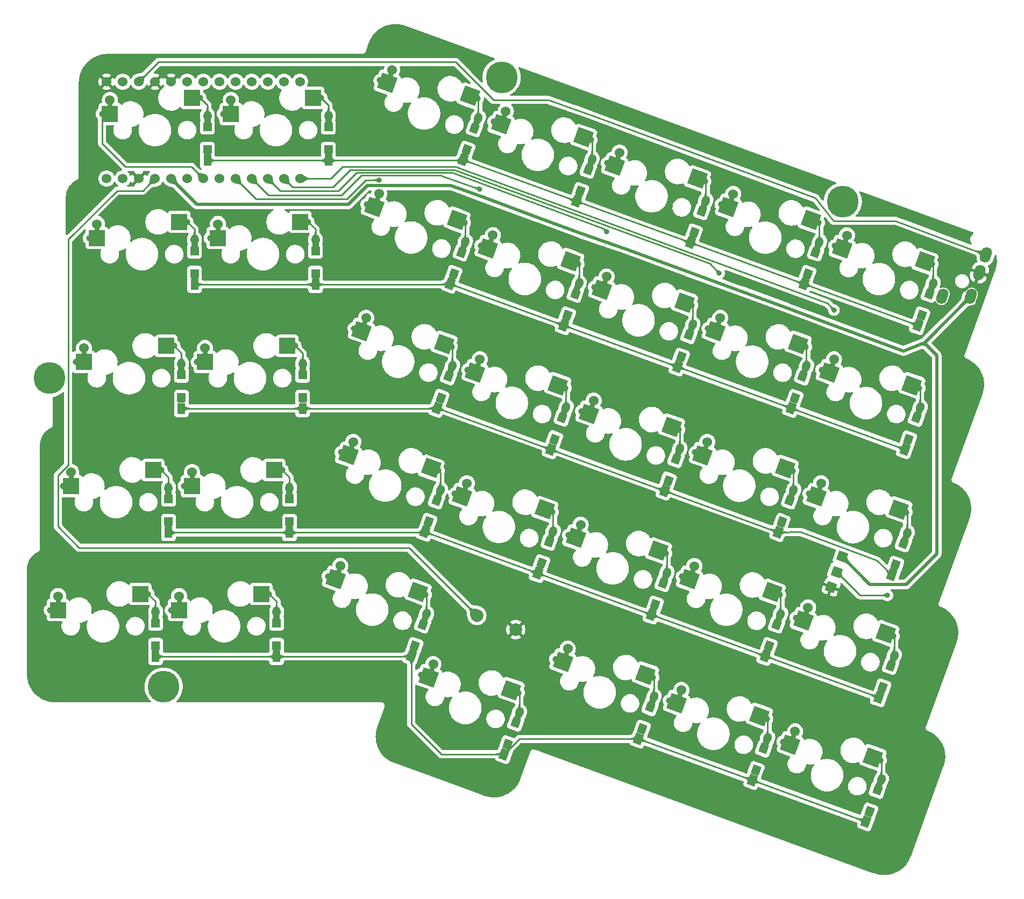
<source format=gbr>
%TF.GenerationSoftware,KiCad,Pcbnew,(6.0.5)*%
%TF.CreationDate,2022-06-09T21:08:53+09:00*%
%TF.ProjectId,KEMgonomics,4b454d67-6f6e-46f6-9d69-63732e6b6963,rev?*%
%TF.SameCoordinates,Original*%
%TF.FileFunction,Copper,L2,Bot*%
%TF.FilePolarity,Positive*%
%FSLAX46Y46*%
G04 Gerber Fmt 4.6, Leading zero omitted, Abs format (unit mm)*
G04 Created by KiCad (PCBNEW (6.0.5)) date 2022-06-09 21:08:53*
%MOMM*%
%LPD*%
G01*
G04 APERTURE LIST*
G04 Aperture macros list*
%AMHorizOval*
0 Thick line with rounded ends*
0 $1 width*
0 $2 $3 position (X,Y) of the first rounded end (center of the circle)*
0 $4 $5 position (X,Y) of the second rounded end (center of the circle)*
0 Add line between two ends*
20,1,$1,$2,$3,$4,$5,0*
0 Add two circle primitives to create the rounded ends*
1,1,$1,$2,$3*
1,1,$1,$4,$5*%
%AMRotRect*
0 Rectangle, with rotation*
0 The origin of the aperture is its center*
0 $1 length*
0 $2 width*
0 $3 Rotation angle, in degrees counterclockwise*
0 Add horizontal line*
21,1,$1,$2,0,0,$3*%
%AMFreePoly0*
4,1,5,1.275000,-1.250000,-1.275000,-1.250000,-1.275000,1.250000,1.275000,1.250000,1.275000,-1.250000,1.275000,-1.250000,$1*%
%AMFreePoly1*
4,1,5,0.100000,-0.500000,-0.100000,-0.500000,-0.100000,0.500000,0.100000,0.500000,0.100000,-0.500000,0.100000,-0.500000,$1*%
%AMFreePoly2*
4,1,5,0.700000,-0.650000,-0.700000,-0.650000,-0.700000,0.650000,0.700000,0.650000,0.700000,-0.650000,0.700000,-0.650000,$1*%
%AMFreePoly3*
4,1,5,0.300000,-0.500000,-0.300000,-0.500000,-0.300000,0.500000,0.300000,0.500000,0.300000,-0.500000,0.300000,-0.500000,$1*%
G04 Aperture macros list end*
%TA.AperFunction,SMDPad,CuDef*%
%ADD10C,1.000000*%
%TD*%
%TA.AperFunction,SMDPad,CuDef*%
%ADD11FreePoly0,180.000000*%
%TD*%
%TA.AperFunction,ComponentPad*%
%ADD12C,1.524000*%
%TD*%
%TA.AperFunction,SMDPad,CuDef*%
%ADD13FreePoly0,0.000000*%
%TD*%
%TA.AperFunction,SMDPad,CuDef*%
%ADD14FreePoly0,160.000000*%
%TD*%
%TA.AperFunction,SMDPad,CuDef*%
%ADD15FreePoly0,340.000000*%
%TD*%
%TA.AperFunction,ComponentPad*%
%ADD16C,5.000000*%
%TD*%
%TA.AperFunction,ComponentPad*%
%ADD17HorizOval,1.700000X-0.136808X-0.375877X0.136808X0.375877X0*%
%TD*%
%TA.AperFunction,SMDPad,CuDef*%
%ADD18FreePoly1,250.000000*%
%TD*%
%TA.AperFunction,ComponentPad*%
%ADD19RotRect,1.700000X1.300000X70.000000*%
%TD*%
%TA.AperFunction,SMDPad,CuDef*%
%ADD20FreePoly2,250.000000*%
%TD*%
%TA.AperFunction,SMDPad,CuDef*%
%ADD21FreePoly3,250.000000*%
%TD*%
%TA.AperFunction,ComponentPad*%
%ADD22HorizOval,1.300000X0.068404X0.187939X-0.068404X-0.187939X0*%
%TD*%
%TA.AperFunction,ComponentPad*%
%ADD23C,2.000000*%
%TD*%
%TA.AperFunction,SMDPad,CuDef*%
%ADD24RotRect,1.524000X1.524000X160.000000*%
%TD*%
%TA.AperFunction,SMDPad,CuDef*%
%ADD25FreePoly2,270.000000*%
%TD*%
%TA.AperFunction,ComponentPad*%
%ADD26R,1.300000X1.700000*%
%TD*%
%TA.AperFunction,SMDPad,CuDef*%
%ADD27FreePoly1,270.000000*%
%TD*%
%TA.AperFunction,SMDPad,CuDef*%
%ADD28FreePoly3,270.000000*%
%TD*%
%TA.AperFunction,ComponentPad*%
%ADD29O,1.300000X1.700000*%
%TD*%
%TA.AperFunction,ViaPad*%
%ADD30C,0.800000*%
%TD*%
%TA.AperFunction,Conductor*%
%ADD31C,0.250000*%
%TD*%
%TA.AperFunction,Conductor*%
%ADD32C,0.500000*%
%TD*%
%TA.AperFunction,Conductor*%
%ADD33C,0.800000*%
%TD*%
G04 APERTURE END LIST*
D10*
%TO.P,SW22,1,1*%
%TO.N,/L_Col0*%
X4872289Y-98801639D03*
D11*
X6122289Y-98801639D03*
D12*
X6122289Y-96591639D03*
D13*
%TO.P,SW22,2,2*%
%TO.N,Net-(D22-Pad2)*%
X19049289Y-96261639D03*
D10*
X20299289Y-96261639D03*
%TD*%
%TO.P,SW26,1,1*%
%TO.N,/L_Col4*%
X84413569Y-106522313D03*
D14*
X85588185Y-106949838D03*
D12*
X86344049Y-104873117D03*
D10*
%TO.P,SW26,2,2*%
%TO.N,Net-(D26-Pad2)*%
X99778938Y-109411838D03*
D15*
X98604323Y-108984313D03*
%TD*%
D10*
%TO.P,SW21,1,1*%
%TO.N,/L_Col6*%
X122256055Y-100023266D03*
D12*
X124186535Y-98374070D03*
D14*
X123430671Y-100450791D03*
D10*
%TO.P,SW21,2,2*%
%TO.N,Net-(D21-Pad2)*%
X137621424Y-102912791D03*
D15*
X136446809Y-102485266D03*
%TD*%
D14*
%TO.P,SW28,1,1*%
%TO.N,/L_Col6*%
X121390471Y-119980805D03*
D10*
X120215855Y-119553280D03*
D12*
X122146335Y-117904084D03*
D15*
%TO.P,SW28,2,2*%
%TO.N,Net-(D28-Pad2)*%
X134406609Y-122015280D03*
D10*
X135581224Y-122442805D03*
%TD*%
%TO.P,SW6,1,1*%
%TO.N,/L_Col5*%
X108435305Y-54447750D03*
D14*
X109609921Y-54875275D03*
D12*
X110365785Y-52798554D03*
D15*
%TO.P,SW6,2,2*%
%TO.N,Net-(D6-Pad2)*%
X122626059Y-56909750D03*
D10*
X123800674Y-57337275D03*
%TD*%
D12*
%TO.P,SW4,1,1*%
%TO.N,/L_Col3*%
X74563496Y-39767588D03*
D10*
X72633016Y-41416784D03*
D14*
X73807632Y-41844309D03*
D15*
%TO.P,SW4,2,2*%
%TO.N,Net-(D4-Pad2)*%
X86823770Y-43878784D03*
D10*
X87998385Y-44306309D03*
%TD*%
D16*
%TO.P,H4,1*%
%TO.N,N/C*%
X20692091Y-130396655D03*
%TD*%
D12*
%TO.P,SW14,1,1*%
%TO.N,/L_Col6*%
X126226731Y-78844055D03*
D14*
X125470867Y-80920776D03*
D10*
X124296251Y-80493251D03*
%TO.P,SW14,2,2*%
%TO.N,Net-(D14-Pad2)*%
X139661620Y-83382776D03*
D15*
X138487005Y-82955251D03*
%TD*%
D12*
%TO.P,SW31,1,1*%
%TO.N,/L_Col2*%
X48501561Y-111372164D03*
D10*
X46571081Y-113021360D03*
D14*
X47745697Y-113448885D03*
D15*
%TO.P,SW31,2,2*%
%TO.N,Net-(D31-Pad2)*%
X60761835Y-115483360D03*
D10*
X61936450Y-115910885D03*
%TD*%
D14*
%TO.P,SW18,1,1*%
%TO.N,/L_Col3*%
X69727235Y-80904339D03*
D12*
X70483099Y-78827618D03*
D10*
X68552619Y-80476814D03*
D15*
%TO.P,SW18,2,2*%
%TO.N,Net-(D18-Pad2)*%
X82743373Y-82938814D03*
D10*
X83917988Y-83366339D03*
%TD*%
D17*
%TO.P,J1,R1*%
%TO.N,GND*%
X149129469Y-65178094D03*
%TO.P,J1,R2*%
%TO.N,/L_Data*%
X150155530Y-62359016D03*
%TO.P,J1,S*%
%TO.N,unconnected-(J1-PadS)*%
X143301649Y-68909919D03*
%TO.P,J1,T*%
%TO.N,VCC*%
X147761389Y-68936865D03*
%TD*%
D12*
%TO.P,SW32,1,1*%
%TO.N,/L_Col3*%
X63144964Y-126838222D03*
D10*
X61214484Y-128487418D03*
D14*
X62389100Y-128914943D03*
D15*
%TO.P,SW32,2,2*%
%TO.N,Net-(D32-Pad2)*%
X75405238Y-130949418D03*
D10*
X76579853Y-131376943D03*
%TD*%
D12*
%TO.P,SW7,1,1*%
%TO.N,/L_Col6*%
X128266929Y-59314039D03*
D10*
X126336449Y-60963235D03*
D14*
X127511065Y-61390760D03*
D15*
%TO.P,SW7,2,2*%
%TO.N,Net-(D7-Pad2)*%
X140527203Y-63425235D03*
D10*
X141701818Y-63852760D03*
%TD*%
D12*
%TO.P,SW16,1,1*%
%TO.N,/L_Col1*%
X27212487Y-77061624D03*
D11*
X27212487Y-79271624D03*
D10*
X25962487Y-79271624D03*
D13*
%TO.P,SW16,2,2*%
%TO.N,Net-(D16-Pad2)*%
X40139487Y-76731624D03*
D10*
X41389487Y-76731624D03*
%TD*%
D14*
%TO.P,SW33,1,1*%
%TO.N,/L_Col4*%
X83547986Y-126479852D03*
D12*
X84303850Y-124403131D03*
D10*
X82373370Y-126052327D03*
%TO.P,SW33,2,2*%
%TO.N,Net-(D33-Pad2)*%
X97738739Y-128941852D03*
D15*
X96564124Y-128514327D03*
%TD*%
D14*
%TO.P,SW19,1,1*%
%TO.N,/L_Col4*%
X87628382Y-87419823D03*
D10*
X86453766Y-86992298D03*
D12*
X88384246Y-85343102D03*
D15*
%TO.P,SW19,2,2*%
%TO.N,Net-(D19-Pad2)*%
X100644520Y-89454298D03*
D10*
X101819135Y-89881823D03*
%TD*%
D16*
%TO.P,H1,1*%
%TO.N,N/C*%
X73903794Y-34446027D03*
%TD*%
D11*
%TO.P,SW1,1,1*%
%TO.N,/L_Col0*%
X12242882Y-40211593D03*
D10*
X10992882Y-40211593D03*
D12*
X12242882Y-38001593D03*
D13*
%TO.P,SW1,2,2*%
%TO.N,Net-(D1-Pad2)*%
X25169882Y-37671593D03*
D10*
X26419882Y-37671593D03*
%TD*%
%TO.P,SW15,1,1*%
%TO.N,/L_Col0*%
X6912487Y-79271623D03*
D12*
X8162487Y-77061623D03*
D11*
X8162487Y-79271623D03*
D13*
%TO.P,SW15,2,2*%
%TO.N,Net-(D15-Pad2)*%
X21089487Y-76731623D03*
D10*
X22339487Y-76731623D03*
%TD*%
D14*
%TO.P,SW25,1,1*%
%TO.N,/L_Col3*%
X67687038Y-100434354D03*
D12*
X68442902Y-98357633D03*
D10*
X66512422Y-100006829D03*
D15*
%TO.P,SW25,2,2*%
%TO.N,Net-(D25-Pad2)*%
X80703176Y-102468829D03*
D10*
X81877791Y-102896354D03*
%TD*%
%TO.P,SW29,1,1*%
%TO.N,/L_Col0*%
X2832090Y-118331656D03*
D12*
X4082090Y-116121656D03*
D11*
X4082090Y-118331656D03*
D13*
%TO.P,SW29,2,2*%
%TO.N,Net-(D29-Pad2)*%
X17009090Y-115791656D03*
D10*
X18259090Y-115791656D03*
%TD*%
D14*
%TO.P,SW35,1,1*%
%TO.N,/L_Col6*%
X119350274Y-139510820D03*
D12*
X120106138Y-137434099D03*
D10*
X118175658Y-139083295D03*
%TO.P,SW35,2,2*%
%TO.N,Net-(D35-Pad2)*%
X133541027Y-141972820D03*
D15*
X132366412Y-141545295D03*
%TD*%
D12*
%TO.P,SW9,1,1*%
%TO.N,/L_Col1*%
X29252685Y-57531607D03*
D10*
X28002685Y-59741607D03*
D11*
X29252685Y-59741607D03*
D10*
%TO.P,SW9,2,2*%
%TO.N,Net-(D9-Pad2)*%
X43429685Y-57201607D03*
D13*
X42179685Y-57201607D03*
%TD*%
D12*
%TO.P,SW27,1,1*%
%TO.N,/L_Col5*%
X104245191Y-111388600D03*
D10*
X102314711Y-113037796D03*
D14*
X103489327Y-113465321D03*
D10*
%TO.P,SW27,2,2*%
%TO.N,Net-(D27-Pad2)*%
X117680080Y-115927321D03*
D15*
X116505465Y-115499796D03*
%TD*%
D12*
%TO.P,SW34,1,1*%
%TO.N,/L_Col5*%
X102204993Y-130918616D03*
D14*
X101449129Y-132995337D03*
D10*
X100274513Y-132567812D03*
D15*
%TO.P,SW34,2,2*%
%TO.N,Net-(D34-Pad2)*%
X114465267Y-135029812D03*
D10*
X115639882Y-135457337D03*
%TD*%
D14*
%TO.P,SW20,1,1*%
%TO.N,/L_Col5*%
X105529522Y-93935306D03*
D12*
X106285386Y-91858585D03*
D10*
X104354906Y-93507781D03*
D15*
%TO.P,SW20,2,2*%
%TO.N,Net-(D20-Pad2)*%
X118545660Y-95969781D03*
D10*
X119720275Y-96397306D03*
%TD*%
D12*
%TO.P,SW17,1,1*%
%TO.N,/L_Col2*%
X52581956Y-72312135D03*
D14*
X51826092Y-74388856D03*
D10*
X50651476Y-73961331D03*
%TO.P,SW17,2,2*%
%TO.N,Net-(D17-Pad2)*%
X66016845Y-76850856D03*
D15*
X64842230Y-76423331D03*
%TD*%
D12*
%TO.P,SW3,1,1*%
%TO.N,/L_Col2*%
X56662353Y-33252104D03*
D14*
X55906489Y-35328825D03*
D10*
X54731873Y-34901300D03*
%TO.P,SW3,2,2*%
%TO.N,Net-(D3-Pad2)*%
X70097242Y-37790825D03*
D15*
X68922627Y-37363300D03*
%TD*%
D18*
%TO.P,D31,1,K*%
%TO.N,/L_Row4*%
X59990032Y-124673629D03*
D19*
X59665112Y-125566337D03*
D20*
X60255097Y-123945367D03*
D21*
%TO.P,D31,2,A*%
%TO.N,Net-(D31-Pad2)*%
X61802738Y-119693258D03*
D20*
X61469269Y-120609459D03*
D22*
X62059254Y-118988489D03*
%TD*%
D10*
%TO.P,SW30,1,1*%
%TO.N,/L_Col1*%
X21882091Y-118331655D03*
D11*
X23132091Y-118331655D03*
D12*
X23132091Y-116121655D03*
D13*
%TO.P,SW30,2,2*%
%TO.N,Net-(D30-Pad2)*%
X36059091Y-115791655D03*
D10*
X37309091Y-115791655D03*
%TD*%
D11*
%TO.P,SW8,1,1*%
%TO.N,/L_Col0*%
X10202684Y-59741608D03*
D10*
X8952684Y-59741608D03*
D12*
X10202684Y-57531608D03*
D10*
%TO.P,SW8,2,2*%
%TO.N,Net-(D8-Pad2)*%
X24379684Y-57201608D03*
D13*
X23129684Y-57201608D03*
%TD*%
D10*
%TO.P,SW24,1,1*%
%TO.N,/L_Col2*%
X48611279Y-93491345D03*
D12*
X50541759Y-91842149D03*
D14*
X49785895Y-93918870D03*
D15*
%TO.P,SW24,2,2*%
%TO.N,Net-(D24-Pad2)*%
X62802033Y-95953345D03*
D10*
X63976648Y-96380870D03*
%TD*%
D16*
%TO.P,H3,1*%
%TO.N,N/C*%
X2747487Y-81811623D03*
%TD*%
D20*
%TO.P,D19,1,K*%
%TO.N,/L_Row2*%
X100137782Y-97916305D03*
D18*
X99872717Y-98644567D03*
D19*
X99547797Y-99537275D03*
D21*
%TO.P,D19,2,A*%
%TO.N,Net-(D19-Pad2)*%
X101685423Y-93664196D03*
D20*
X101351954Y-94580397D03*
D22*
X101941939Y-92959427D03*
%TD*%
D20*
%TO.P,D35,1,K*%
%TO.N,/L_Row4*%
X131859674Y-150007302D03*
D18*
X131594609Y-150735564D03*
D19*
X131269689Y-151628272D03*
D21*
%TO.P,D35,2,A*%
%TO.N,Net-(D35-Pad2)*%
X133407315Y-145755193D03*
D22*
X133663831Y-145050424D03*
D20*
X133073846Y-146671394D03*
%TD*%
D23*
%TO.P,RSW1,1,1*%
%TO.N,/L_RST*%
X70010703Y-119187552D03*
%TO.P,RSW1,2,2*%
%TO.N,GND*%
X76118705Y-121410682D03*
%TD*%
D24*
%TO.P,J3,1,Pin_1*%
%TO.N,VCC*%
X127523242Y-109921699D03*
%TO.P,J3,2,Pin_2*%
%TO.N,/L_LED*%
X126654511Y-112308518D03*
%TO.P,J3,3,Pin_3*%
%TO.N,GND*%
X125785780Y-114695338D03*
%TD*%
D25*
%TO.P,D1,1,K*%
%TO.N,/L_Row0*%
X27587882Y-45796593D03*
D26*
X27587882Y-47521593D03*
D27*
X27587882Y-46571593D03*
D28*
%TO.P,D1,2,A*%
%TO.N,Net-(D1-Pad2)*%
X27587882Y-41271593D03*
D29*
X27587882Y-40521593D03*
D25*
X27587882Y-42246593D03*
%TD*%
%TO.P,D8,1,K*%
%TO.N,/L_Row1*%
X25547684Y-65326608D03*
D27*
X25547684Y-66101608D03*
D26*
X25547684Y-67051608D03*
D28*
%TO.P,D8,2,A*%
%TO.N,Net-(D8-Pad2)*%
X25547684Y-60801608D03*
D29*
X25547684Y-60051608D03*
D25*
X25547684Y-61776608D03*
%TD*%
D26*
%TO.P,D2,1,K*%
%TO.N,/L_Row0*%
X46637883Y-47521594D03*
D27*
X46637883Y-46571594D03*
D25*
X46637883Y-45796594D03*
D29*
%TO.P,D2,2,A*%
%TO.N,Net-(D2-Pad2)*%
X46637883Y-40521594D03*
D28*
X46637883Y-41271594D03*
D25*
X46637883Y-42246594D03*
%TD*%
D19*
%TO.P,D24,1,K*%
%TO.N,/L_Row3*%
X61854367Y-106036322D03*
D18*
X62179287Y-105143614D03*
D20*
X62444352Y-104415352D03*
%TO.P,D24,2,A*%
%TO.N,Net-(D24-Pad2)*%
X63658524Y-101079444D03*
D22*
X64248509Y-99458474D03*
D21*
X63991993Y-100163243D03*
%TD*%
D18*
%TO.P,D32,1,K*%
%TO.N,/L_Row4*%
X74633435Y-140139687D03*
D19*
X74308515Y-141032395D03*
D20*
X74898500Y-139411425D03*
D22*
%TO.P,D32,2,A*%
%TO.N,Net-(D32-Pad2)*%
X76702657Y-134454547D03*
D20*
X76112672Y-136075517D03*
D21*
X76446141Y-135159316D03*
%TD*%
D26*
%TO.P,D29,1,K*%
%TO.N,/L_Row4*%
X19427090Y-125641656D03*
D25*
X19427090Y-123916656D03*
D27*
X19427090Y-124691656D03*
D29*
%TO.P,D29,2,A*%
%TO.N,Net-(D29-Pad2)*%
X19427090Y-118641656D03*
D25*
X19427090Y-120366656D03*
D28*
X19427090Y-119391656D03*
%TD*%
D18*
%TO.P,D3,1,K*%
%TO.N,/L_Row0*%
X68150824Y-46553569D03*
D20*
X68415889Y-45825307D03*
D19*
X67825904Y-47446277D03*
D22*
%TO.P,D3,2,A*%
%TO.N,Net-(D3-Pad2)*%
X70220046Y-40868429D03*
D21*
X69963530Y-41573198D03*
D20*
X69630061Y-42489399D03*
%TD*%
D18*
%TO.P,D13,1,K*%
%TO.N,/L_Row1*%
X119814058Y-85630035D03*
D19*
X119489138Y-86522743D03*
D20*
X120079123Y-84901773D03*
D21*
%TO.P,D13,2,A*%
%TO.N,Net-(D13-Pad2)*%
X121626764Y-80649664D03*
D22*
X121883280Y-79944895D03*
D20*
X121293295Y-81565865D03*
%TD*%
D26*
%TO.P,D9,1,K*%
%TO.N,/L_Row1*%
X44597685Y-67051607D03*
D25*
X44597685Y-65326607D03*
D27*
X44597685Y-66101607D03*
D28*
%TO.P,D9,2,A*%
%TO.N,Net-(D9-Pad2)*%
X44597685Y-60801607D03*
D25*
X44597685Y-61776607D03*
D29*
X44597685Y-60051607D03*
%TD*%
D27*
%TO.P,D30,1,K*%
%TO.N,/L_Row4*%
X38477091Y-124691655D03*
D25*
X38477091Y-123916655D03*
D26*
X38477091Y-125641655D03*
D28*
%TO.P,D30,2,A*%
%TO.N,Net-(D30-Pad2)*%
X38477091Y-119391655D03*
D25*
X38477091Y-120366655D03*
D29*
X38477091Y-118641655D03*
%TD*%
D18*
%TO.P,D6,1,K*%
%TO.N,/L_Row0*%
X121854256Y-66100019D03*
D20*
X122119321Y-65371757D03*
D19*
X121529336Y-66992727D03*
D21*
%TO.P,D6,2,A*%
%TO.N,Net-(D6-Pad2)*%
X123666962Y-61119648D03*
D22*
X123923478Y-60414879D03*
D20*
X123333493Y-62035849D03*
%TD*%
D27*
%TO.P,D15,1,K*%
%TO.N,/L_Row2*%
X23507487Y-85631623D03*
D26*
X23507487Y-86581623D03*
D25*
X23507487Y-84856623D03*
D28*
%TO.P,D15,2,A*%
%TO.N,Net-(D15-Pad2)*%
X23507487Y-80331623D03*
D29*
X23507487Y-79581623D03*
D25*
X23507487Y-81306623D03*
%TD*%
D20*
%TO.P,D26,1,K*%
%TO.N,/L_Row3*%
X98097585Y-117446320D03*
D18*
X97832520Y-118174582D03*
D19*
X97507600Y-119067290D03*
D21*
%TO.P,D26,2,A*%
%TO.N,Net-(D26-Pad2)*%
X99645226Y-113194211D03*
D22*
X99901742Y-112489442D03*
D20*
X99311757Y-114110412D03*
%TD*%
D19*
%TO.P,D25,1,K*%
%TO.N,/L_Row3*%
X79606453Y-112551806D03*
D18*
X79931373Y-111659098D03*
D20*
X80196438Y-110930836D03*
%TO.P,D25,2,A*%
%TO.N,Net-(D25-Pad2)*%
X81410610Y-107594928D03*
D22*
X82000595Y-105973958D03*
D21*
X81744079Y-106678727D03*
%TD*%
D20*
%TO.P,D20,1,K*%
%TO.N,/L_Row2*%
X118038922Y-104431788D03*
D19*
X117448937Y-106052758D03*
D18*
X117773857Y-105160050D03*
D20*
%TO.P,D20,2,A*%
%TO.N,Net-(D20-Pad2)*%
X119253094Y-101095880D03*
D22*
X119843079Y-99474910D03*
D21*
X119586563Y-100179679D03*
%TD*%
D25*
%TO.P,D16,1,K*%
%TO.N,/L_Row2*%
X42581667Y-84856624D03*
D27*
X42581667Y-85631624D03*
D26*
X42581667Y-86581624D03*
D25*
%TO.P,D16,2,A*%
%TO.N,Net-(D16-Pad2)*%
X42581667Y-81306624D03*
D29*
X42581667Y-79581624D03*
D28*
X42581667Y-80331624D03*
%TD*%
D18*
%TO.P,D21,1,K*%
%TO.N,/L_Row2*%
X135675006Y-111912581D03*
D19*
X135350086Y-112805289D03*
D20*
X135940071Y-111184319D03*
D22*
%TO.P,D21,2,A*%
%TO.N,Net-(D21-Pad2)*%
X137744228Y-106227441D03*
D20*
X137154243Y-107848411D03*
D21*
X137487712Y-106932210D03*
%TD*%
D19*
%TO.P,D5,1,K*%
%TO.N,/L_Row0*%
X103628190Y-60477245D03*
D18*
X103953110Y-59584537D03*
D20*
X104218175Y-58856275D03*
%TO.P,D5,2,A*%
%TO.N,Net-(D5-Pad2)*%
X105432347Y-55520367D03*
D22*
X106022332Y-53899397D03*
D21*
X105765816Y-54604166D03*
%TD*%
D19*
%TO.P,D10,1,K*%
%TO.N,/L_Row1*%
X65785705Y-66976290D03*
D20*
X66375690Y-65355320D03*
D18*
X66110625Y-66083582D03*
D20*
%TO.P,D10,2,A*%
%TO.N,Net-(D10-Pad2)*%
X67589862Y-62019412D03*
D22*
X68179847Y-60398442D03*
D21*
X67923331Y-61103211D03*
%TD*%
D20*
%TO.P,D18,1,K*%
%TO.N,/L_Row2*%
X82236635Y-91400821D03*
D18*
X81971570Y-92129083D03*
D19*
X81646650Y-93021791D03*
D21*
%TO.P,D18,2,A*%
%TO.N,Net-(D18-Pad2)*%
X83784276Y-87148712D03*
D20*
X83450807Y-88064913D03*
D22*
X84040792Y-86443943D03*
%TD*%
D18*
%TO.P,D27,1,K*%
%TO.N,/L_Row3*%
X115733662Y-124690065D03*
D19*
X115408742Y-125582773D03*
D20*
X115998727Y-123961803D03*
D21*
%TO.P,D27,2,A*%
%TO.N,Net-(D27-Pad2)*%
X117546368Y-119709694D03*
D22*
X117802884Y-119004925D03*
D20*
X117212899Y-120625895D03*
%TD*%
%TO.P,D17,1,K*%
%TO.N,/L_Row2*%
X64335492Y-84885338D03*
D18*
X64070427Y-85613600D03*
D19*
X63745507Y-86506308D03*
D21*
%TO.P,D17,2,A*%
%TO.N,Net-(D17-Pad2)*%
X65883133Y-80633229D03*
D20*
X65549664Y-81549430D03*
D22*
X66139649Y-79928460D03*
%TD*%
D18*
%TO.P,D12,1,K*%
%TO.N,/L_Row1*%
X101912913Y-79114550D03*
D20*
X102177978Y-78386288D03*
D19*
X101587993Y-80007258D03*
D21*
%TO.P,D12,2,A*%
%TO.N,Net-(D12-Pad2)*%
X103725619Y-74134179D03*
D22*
X103982135Y-73429410D03*
D20*
X103392150Y-75050380D03*
%TD*%
D25*
%TO.P,D22,1,K*%
%TO.N,/L_Row3*%
X21467289Y-104386639D03*
D26*
X21467289Y-106111639D03*
D27*
X21467289Y-105161639D03*
D29*
%TO.P,D22,2,A*%
%TO.N,Net-(D22-Pad2)*%
X21467289Y-99111639D03*
D28*
X21467289Y-99861639D03*
D25*
X21467289Y-100836639D03*
%TD*%
D20*
%TO.P,D34,1,K*%
%TO.N,/L_Row4*%
X113958529Y-143491819D03*
D18*
X113693464Y-144220081D03*
D19*
X113368544Y-145112789D03*
D22*
%TO.P,D34,2,A*%
%TO.N,Net-(D34-Pad2)*%
X115762686Y-138534941D03*
D21*
X115506170Y-139239710D03*
D20*
X115172701Y-140155911D03*
%TD*%
D19*
%TO.P,D14,1,K*%
%TO.N,/L_Row1*%
X137390282Y-93038228D03*
D18*
X137715202Y-92145520D03*
D20*
X137980267Y-91417258D03*
D22*
%TO.P,D14,2,A*%
%TO.N,Net-(D14-Pad2)*%
X139784424Y-86460380D03*
D21*
X139527908Y-87165149D03*
D20*
X139194439Y-88081350D03*
%TD*%
%TO.P,D7,1,K*%
%TO.N,/L_Row0*%
X140020465Y-71887242D03*
D18*
X139755400Y-72615504D03*
D19*
X139430480Y-73508212D03*
D22*
%TO.P,D7,2,A*%
%TO.N,Net-(D7-Pad2)*%
X141824622Y-66930364D03*
D20*
X141234637Y-68551334D03*
D21*
X141568106Y-67635133D03*
%TD*%
D20*
%TO.P,D33,1,K*%
%TO.N,/L_Row4*%
X96057386Y-136976334D03*
D18*
X95792321Y-137704596D03*
D19*
X95467401Y-138597304D03*
D20*
%TO.P,D33,2,A*%
%TO.N,Net-(D33-Pad2)*%
X97271558Y-133640426D03*
D22*
X97861543Y-132019456D03*
D21*
X97605027Y-132724225D03*
%TD*%
D18*
%TO.P,D11,1,K*%
%TO.N,/L_Row1*%
X84011769Y-72599067D03*
D19*
X83686849Y-73491775D03*
D20*
X84276834Y-71870805D03*
%TO.P,D11,2,A*%
%TO.N,Net-(D11-Pad2)*%
X85491006Y-68534897D03*
D21*
X85824475Y-67618696D03*
D22*
X86080991Y-66913927D03*
%TD*%
D27*
%TO.P,D23,1,K*%
%TO.N,/L_Row3*%
X40517290Y-105161639D03*
D26*
X40517290Y-106111639D03*
D25*
X40517290Y-104386639D03*
D29*
%TO.P,D23,2,A*%
%TO.N,Net-(D23-Pad2)*%
X40517290Y-99111639D03*
D28*
X40517290Y-99861639D03*
D25*
X40517290Y-100836639D03*
%TD*%
D19*
%TO.P,D28,1,K*%
%TO.N,/L_Row3*%
X133309886Y-132098257D03*
D18*
X133634806Y-131205549D03*
D20*
X133899871Y-130477287D03*
D21*
%TO.P,D28,2,A*%
%TO.N,Net-(D28-Pad2)*%
X135447512Y-126225178D03*
D20*
X135114043Y-127141379D03*
D22*
X135704028Y-125520409D03*
%TD*%
D19*
%TO.P,D4,1,K*%
%TO.N,/L_Row0*%
X85727047Y-53961761D03*
D20*
X86317032Y-52340791D03*
D18*
X86051967Y-53069053D03*
D20*
%TO.P,D4,2,A*%
%TO.N,Net-(D4-Pad2)*%
X87531204Y-49004883D03*
D21*
X87864673Y-48088682D03*
D22*
X88121189Y-47383913D03*
%TD*%
D14*
%TO.P,SW10,1,1*%
%TO.N,/L_Col2*%
X53866290Y-54858838D03*
D10*
X52691674Y-54431313D03*
D12*
X54622154Y-52782117D03*
D10*
%TO.P,SW10,2,2*%
%TO.N,Net-(D10-Pad2)*%
X68057043Y-57320838D03*
D15*
X66882428Y-56893313D03*
%TD*%
D16*
%TO.P,H2,1*%
%TO.N,N/C*%
X127607226Y-53992477D03*
%TD*%
D10*
%TO.P,SW13,1,1*%
%TO.N,/L_Col5*%
X106395107Y-73977766D03*
D14*
X107569723Y-74405291D03*
D12*
X108325587Y-72328570D03*
D15*
%TO.P,SW13,2,2*%
%TO.N,Net-(D13-Pad2)*%
X120585861Y-76439766D03*
D10*
X121760476Y-76867291D03*
%TD*%
%TO.P,SW12,1,1*%
%TO.N,/L_Col4*%
X88493962Y-67462281D03*
D12*
X90424442Y-65813085D03*
D14*
X89668578Y-67889806D03*
D10*
%TO.P,SW12,2,2*%
%TO.N,Net-(D12-Pad2)*%
X103859331Y-70351806D03*
D15*
X102684716Y-69924281D03*
%TD*%
D10*
%TO.P,SW5,1,1*%
%TO.N,/L_Col4*%
X90534159Y-47932268D03*
D12*
X92464639Y-46283072D03*
D14*
X91708775Y-48359793D03*
D10*
%TO.P,SW5,2,2*%
%TO.N,Net-(D5-Pad2)*%
X105899528Y-50821793D03*
D15*
X104724913Y-50394268D03*
%TD*%
D11*
%TO.P,SW2,1,1*%
%TO.N,/L_Col1*%
X31292883Y-40211594D03*
D12*
X31292883Y-38001594D03*
D10*
X30042883Y-40211594D03*
%TO.P,SW2,2,2*%
%TO.N,Net-(D2-Pad2)*%
X45469883Y-37671594D03*
D13*
X44219883Y-37671594D03*
%TD*%
D12*
%TO.P,SW23,1,1*%
%TO.N,/L_Col1*%
X25172290Y-96591639D03*
D11*
X25172290Y-98801639D03*
D10*
X23922290Y-98801639D03*
%TO.P,SW23,2,2*%
%TO.N,Net-(D23-Pad2)*%
X39349290Y-96261639D03*
D13*
X38099290Y-96261639D03*
%TD*%
D14*
%TO.P,SW11,1,1*%
%TO.N,/L_Col3*%
X71767434Y-61374323D03*
D10*
X70592818Y-60946798D03*
D12*
X72523298Y-59297602D03*
D15*
%TO.P,SW11,2,2*%
%TO.N,Net-(D11-Pad2)*%
X84783572Y-63408798D03*
D10*
X85958187Y-63836323D03*
%TD*%
D12*
%TO.P,U1,1,TX0/D3*%
%TO.N,/L_LED*%
X14247882Y-35131593D03*
%TO.P,U1,2,RX1/D2*%
%TO.N,/L_Data*%
X16787882Y-35121593D03*
%TO.P,U1,3,GND*%
%TO.N,GND*%
X19327882Y-35121593D03*
%TO.P,U1,4,GND*%
X21867882Y-35121593D03*
%TO.P,U1,5,2/D1/SDA*%
%TO.N,unconnected-(U1-Pad5)*%
X24407882Y-35121593D03*
%TO.P,U1,6,3/D0/SCL*%
%TO.N,unconnected-(U1-Pad6)*%
X26947882Y-35121593D03*
%TO.P,U1,7,4/D4*%
%TO.N,/L_Row0*%
X29487882Y-35121593D03*
%TO.P,U1,8,5/C6*%
%TO.N,/L_Row1*%
X32027882Y-35121593D03*
%TO.P,U1,9,6/D7*%
%TO.N,/L_Row2*%
X34567882Y-35121593D03*
%TO.P,U1,10,7/E6*%
%TO.N,/L_Row3*%
X37107882Y-35121593D03*
%TO.P,U1,11,8/B4*%
%TO.N,/L_Row4*%
X39647882Y-35121593D03*
%TO.P,U1,12,9/B5*%
%TO.N,unconnected-(U1-Pad12)*%
X42187882Y-35121593D03*
%TO.P,U1,13,B6/10*%
%TO.N,/L_Col6*%
X42187882Y-50381593D03*
%TO.P,U1,14,B2/16*%
%TO.N,/L_Col5*%
X39647882Y-50381593D03*
%TO.P,U1,15,B3/14*%
%TO.N,/L_Col4*%
X37107882Y-50381593D03*
%TO.P,U1,16,B1/15*%
%TO.N,/L_Col3*%
X34567882Y-50381593D03*
%TO.P,U1,17,F7/A0*%
%TO.N,/L_Col2*%
X32027882Y-50381593D03*
%TO.P,U1,18,F6/A1*%
%TO.N,/L_Col1*%
X29487882Y-50381593D03*
%TO.P,U1,19,F5/A2*%
%TO.N,/L_Col0*%
X26947882Y-50381593D03*
%TO.P,U1,20,F4/A3*%
%TO.N,unconnected-(U1-Pad20)*%
X24407882Y-50381593D03*
%TO.P,U1,21,VCC*%
%TO.N,VCC*%
X21867882Y-50371593D03*
%TO.P,U1,22,RST*%
%TO.N,/L_RST*%
X19327882Y-50371593D03*
%TO.P,U1,23,GND*%
%TO.N,GND*%
X16787882Y-50371593D03*
%TO.P,U1,24,RAW*%
%TO.N,unconnected-(U1-Pad24)*%
X14247882Y-50371593D03*
%TO.P,U1,25,Bat+*%
%TO.N,/L_Bat+*%
X11707882Y-50371593D03*
%TO.P,U1,26,Bat-*%
%TO.N,GND*%
X11707882Y-35131593D03*
%TD*%
D30*
%TO.N,GND*%
X86058370Y-38407962D03*
X34508370Y-72007962D03*
X56008370Y-28007962D03*
X91058370Y-43207962D03*
X134918295Y-55021594D03*
%TO.N,/L_Col2*%
X54622154Y-50625116D03*
%TO.N,GND*%
X35108370Y-45307962D03*
%TO.N,/L_Col3*%
X70417784Y-52029403D03*
%TO.N,/L_Col6*%
X126226731Y-71090442D03*
%TO.N,/L_Col5*%
X108167784Y-65279403D03*
%TO.N,/L_Col4*%
X90417784Y-58779403D03*
%TO.N,/L_LED*%
X134637883Y-116001594D03*
%TD*%
D31*
%TO.N,/L_Data*%
X81308370Y-38007962D02*
X85121147Y-39370739D01*
X85121147Y-39370739D02*
X88008370Y-40407962D01*
X16787882Y-35121593D02*
X19901513Y-32007962D01*
X135918295Y-57021594D02*
X150155530Y-62359016D01*
X72637883Y-38001594D02*
X81308370Y-38007962D01*
X126137883Y-57021594D02*
X135918295Y-57021594D01*
X19901513Y-32007962D02*
X66644251Y-32007962D01*
X66644251Y-32007962D02*
X72637883Y-38001594D01*
X123308370Y-53457962D02*
X126137883Y-57021594D01*
X88008370Y-40407962D02*
X123308370Y-53457962D01*
%TO.N,/L_Row2*%
X132918295Y-110521594D02*
X135350086Y-112805289D01*
X117448937Y-106052758D02*
X120918295Y-106021594D01*
X120918295Y-106021594D02*
X132918295Y-110521594D01*
%TO.N,/L_RST*%
X4047778Y-105161489D02*
X7407883Y-108521594D01*
X17420072Y-52279403D02*
X13360074Y-52279403D01*
X7407883Y-108521594D02*
X59344745Y-108521594D01*
X5672240Y-59967237D02*
X5672240Y-95505128D01*
X13360074Y-52279403D02*
X5672240Y-59967237D01*
X4047778Y-97129590D02*
X4047778Y-105161489D01*
X59344745Y-108521594D02*
X70010703Y-119187552D01*
X5672240Y-95505128D02*
X4047778Y-97129590D01*
X19327882Y-50371593D02*
X17420072Y-52279403D01*
%TO.N,Net-(D6-Pad2)*%
X123923478Y-60414879D02*
X123923478Y-57460079D01*
%TO.N,Net-(D5-Pad2)*%
X106022332Y-50944597D02*
X105899528Y-50821793D01*
%TO.N,Net-(D8-Pad2)*%
X25547684Y-58369608D02*
X24379684Y-57201608D01*
%TO.N,Net-(D4-Pad2)*%
X88121189Y-44429113D02*
X87998385Y-44306309D01*
X88121189Y-47383913D02*
X88121189Y-44429113D01*
%TO.N,Net-(D1-Pad2)*%
X27587882Y-38839593D02*
X26419882Y-37671593D01*
%TO.N,Net-(D2-Pad2)*%
X46637883Y-38839594D02*
X45469883Y-37671594D01*
%TO.N,Net-(D3-Pad2)*%
X70220046Y-37913629D02*
X70097242Y-37790825D01*
%TO.N,Net-(D5-Pad2)*%
X106022332Y-53899397D02*
X106022332Y-50944597D01*
%TO.N,Net-(D6-Pad2)*%
X123923478Y-57460079D02*
X123800674Y-57337275D01*
%TO.N,Net-(D7-Pad2)*%
X141824622Y-63975564D02*
X141701818Y-63852760D01*
X141824622Y-66930364D02*
X141824622Y-63975564D01*
%TO.N,Net-(D3-Pad2)*%
X70220046Y-40868429D02*
X70220046Y-37913629D01*
%TO.N,Net-(D1-Pad2)*%
X27587882Y-40521593D02*
X27587882Y-38839593D01*
%TO.N,Net-(D2-Pad2)*%
X46637883Y-40521594D02*
X46637883Y-38839594D01*
%TO.N,Net-(D8-Pad2)*%
X25547684Y-60051608D02*
X25547684Y-58369608D01*
%TO.N,Net-(D9-Pad2)*%
X44597685Y-60051607D02*
X44597685Y-58369607D01*
%TO.N,Net-(D33-Pad2)*%
X97861543Y-129064656D02*
X97738739Y-128941852D01*
%TO.N,Net-(D11-Pad2)*%
X86080991Y-63959127D02*
X85958187Y-63836323D01*
%TO.N,Net-(D10-Pad2)*%
X68179847Y-57443642D02*
X68057043Y-57320838D01*
%TO.N,Net-(D16-Pad2)*%
X42581667Y-77923804D02*
X41389487Y-76731624D01*
%TO.N,Net-(D19-Pad2)*%
X101941939Y-90004627D02*
X101819135Y-89881823D01*
%TO.N,Net-(D25-Pad2)*%
X82000595Y-103019158D02*
X81877791Y-102896354D01*
%TO.N,Net-(D30-Pad2)*%
X38477091Y-118641655D02*
X38477091Y-116959655D01*
X38477091Y-116959655D02*
X37309091Y-115791655D01*
%TO.N,Net-(D34-Pad2)*%
X115762686Y-138534941D02*
X115762686Y-135580141D01*
%TO.N,Net-(D20-Pad2)*%
X119843079Y-99474910D02*
X119843079Y-96520110D01*
%TO.N,Net-(D13-Pad2)*%
X121883280Y-79944895D02*
X121883280Y-76990095D01*
%TO.N,Net-(D10-Pad2)*%
X68179847Y-60398442D02*
X68179847Y-57443642D01*
%TO.N,Net-(D15-Pad2)*%
X23507487Y-79581623D02*
X23507487Y-77899623D01*
%TO.N,Net-(D18-Pad2)*%
X84040792Y-83489143D02*
X83917988Y-83366339D01*
%TO.N,Net-(D21-Pad2)*%
X137744228Y-106227441D02*
X137744228Y-103035595D01*
%TO.N,Net-(D24-Pad2)*%
X64248509Y-99458474D02*
X64248509Y-96652731D01*
%TO.N,Net-(D12-Pad2)*%
X103982135Y-73429410D02*
X103982135Y-70474610D01*
%TO.N,Net-(D17-Pad2)*%
X66139649Y-76973660D02*
X66016845Y-76850856D01*
%TO.N,Net-(D23-Pad2)*%
X40517290Y-97429639D02*
X39349290Y-96261639D01*
%TO.N,Net-(D25-Pad2)*%
X82000595Y-105973958D02*
X82000595Y-103019158D01*
%TO.N,Net-(D26-Pad2)*%
X99901742Y-112489442D02*
X99901742Y-109534642D01*
%TO.N,Net-(D12-Pad2)*%
X103982135Y-70474610D02*
X103859331Y-70351806D01*
%TO.N,Net-(D24-Pad2)*%
X64248509Y-96652731D02*
X63976648Y-96380870D01*
%TO.N,Net-(D11-Pad2)*%
X86080991Y-66913927D02*
X86080991Y-63959127D01*
%TO.N,Net-(D9-Pad2)*%
X44597685Y-58369607D02*
X43429685Y-57201607D01*
%TO.N,Net-(D15-Pad2)*%
X23507487Y-77899623D02*
X22339487Y-76731623D01*
%TO.N,Net-(D21-Pad2)*%
X137744228Y-103035595D02*
X137621424Y-102912791D01*
%TO.N,Net-(D27-Pad2)*%
X117802884Y-116050125D02*
X117680080Y-115927321D01*
%TO.N,Net-(D28-Pad2)*%
X135704028Y-125520409D02*
X135704028Y-122565609D01*
X135704028Y-122565609D02*
X135581224Y-122442805D01*
%TO.N,Net-(D29-Pad2)*%
X19427090Y-116959656D02*
X18259090Y-115791656D01*
%TO.N,Net-(D26-Pad2)*%
X99901742Y-109534642D02*
X99778938Y-109411838D01*
%TO.N,Net-(D31-Pad2)*%
X62059254Y-118988489D02*
X62059254Y-116033689D01*
%TO.N,Net-(D32-Pad2)*%
X76702657Y-134454547D02*
X76702657Y-131499747D01*
%TO.N,Net-(D17-Pad2)*%
X66139649Y-79928460D02*
X66139649Y-76973660D01*
%TO.N,Net-(D33-Pad2)*%
X97861543Y-132019456D02*
X97861543Y-129064656D01*
%TO.N,Net-(D20-Pad2)*%
X119843079Y-96520110D02*
X119720275Y-96397306D01*
%TO.N,Net-(D13-Pad2)*%
X121883280Y-76990095D02*
X121760476Y-76867291D01*
%TO.N,Net-(D19-Pad2)*%
X101941939Y-92959427D02*
X101941939Y-90004627D01*
%TO.N,Net-(D22-Pad2)*%
X21467289Y-99111639D02*
X21467289Y-97429639D01*
%TO.N,Net-(D27-Pad2)*%
X117802884Y-119004925D02*
X117802884Y-116050125D01*
%TO.N,Net-(D14-Pad2)*%
X139784424Y-86460380D02*
X139784424Y-83505580D01*
%TO.N,Net-(D29-Pad2)*%
X19427090Y-118641656D02*
X19427090Y-116959656D01*
%TO.N,Net-(D14-Pad2)*%
X139784424Y-83505580D02*
X139661620Y-83382776D01*
%TO.N,Net-(D32-Pad2)*%
X76702657Y-131499747D02*
X76579853Y-131376943D01*
%TO.N,Net-(D16-Pad2)*%
X42581667Y-79581624D02*
X42581667Y-77923804D01*
%TO.N,Net-(D35-Pad2)*%
X133663831Y-142095624D02*
X133541027Y-141972820D01*
X133663831Y-145050424D02*
X133663831Y-142095624D01*
%TO.N,Net-(D31-Pad2)*%
X62059254Y-116033689D02*
X61936450Y-115910885D01*
%TO.N,Net-(D23-Pad2)*%
X40517290Y-99111639D02*
X40517290Y-97429639D01*
%TO.N,Net-(D18-Pad2)*%
X84040792Y-86443943D02*
X84040792Y-83489143D01*
%TO.N,Net-(D34-Pad2)*%
X115762686Y-135580141D02*
X115639882Y-135457337D01*
%TO.N,Net-(D22-Pad2)*%
X21467289Y-97429639D02*
X20299289Y-96261639D01*
D32*
%TO.N,VCC*%
X70917784Y-53279403D02*
X79667784Y-56529403D01*
X140792271Y-75905982D02*
X140667271Y-76030982D01*
X140162674Y-76362266D02*
X140446660Y-76251594D01*
X25920924Y-54424635D02*
X49772552Y-54424635D01*
X125667784Y-73279403D02*
X137167784Y-77529403D01*
X65909529Y-51474617D02*
X70917784Y-53279403D01*
X137167784Y-77529403D02*
X140162674Y-76362266D01*
X86417784Y-59029403D02*
X93667784Y-61529403D01*
X52722570Y-51474617D02*
X65909529Y-51474617D01*
X140162674Y-76362266D02*
X140272614Y-76472206D01*
X140667271Y-76472206D02*
X140446660Y-76251594D01*
X21867882Y-50371593D02*
X25920924Y-54424635D01*
X140667271Y-76030982D02*
X140667271Y-76472206D01*
X118917784Y-70779403D02*
X125667784Y-73279403D01*
X93667784Y-61529403D02*
X103167784Y-65029403D01*
X140446660Y-76251594D02*
X140792271Y-75905982D01*
X140792271Y-75905982D02*
X147761389Y-68936865D01*
X49772552Y-54424635D02*
X52722570Y-51474617D01*
X140272614Y-76472206D02*
X140667271Y-76472206D01*
X127523242Y-109921699D02*
X131877404Y-114275861D01*
X142387883Y-78192818D02*
X140667271Y-76472206D01*
X137613616Y-114275861D02*
X142387883Y-109501594D01*
X111417784Y-68029403D02*
X118917784Y-70779403D01*
X79667784Y-56529403D02*
X86417784Y-59029403D01*
X103167784Y-65029403D02*
X111417784Y-68029403D01*
X142387883Y-109501594D02*
X142387883Y-78192818D01*
X131877404Y-114275861D02*
X137613616Y-114275861D01*
D31*
%TO.N,/L_Row1*%
X65710388Y-67051607D02*
X65785705Y-66976290D01*
%TO.N,/L_Row0*%
X103628190Y-60477245D02*
X121529336Y-66992727D01*
%TO.N,/L_Row1*%
X137390282Y-93038228D02*
X119489138Y-86522743D01*
X44597685Y-67051607D02*
X25547684Y-67051608D01*
X44597685Y-67051607D02*
X65710388Y-67051607D01*
X83686849Y-73491775D02*
X101587993Y-80007258D01*
%TO.N,/L_Row0*%
X67825904Y-47446277D02*
X67834658Y-47446277D01*
%TO.N,/L_Row1*%
X119489138Y-86522743D02*
X101587993Y-80007258D01*
%TO.N,/L_Row0*%
X67834658Y-47446277D02*
X85727047Y-53961761D01*
%TO.N,/L_Row1*%
X83686849Y-73491775D02*
X65785705Y-66976290D01*
%TO.N,/L_Row2*%
X42581667Y-86581624D02*
X23507487Y-86581623D01*
X63745507Y-86506308D02*
X81646650Y-93021791D01*
%TO.N,/L_Row0*%
X85727047Y-53961761D02*
X103628190Y-60477245D01*
%TO.N,/L_Row2*%
X63670191Y-86581624D02*
X63745507Y-86506308D01*
X99547797Y-99537275D02*
X117448937Y-106052758D01*
X42581667Y-86581624D02*
X63670191Y-86581624D01*
%TO.N,/L_Row0*%
X121529336Y-66992727D02*
X139430480Y-73508212D01*
X46637883Y-47521594D02*
X67750587Y-47521594D01*
X67750587Y-47521594D02*
X67825904Y-47446277D01*
%TO.N,/L_Row2*%
X81646650Y-93021791D02*
X99547797Y-99537275D01*
%TO.N,/L_LED*%
X130347587Y-116001594D02*
X126654511Y-112308518D01*
X134637883Y-116001594D02*
X130347587Y-116001594D01*
%TO.N,/L_Row0*%
X46637883Y-47521594D02*
X27587882Y-47521593D01*
D33*
%TO.N,/L_Col5*%
X110365785Y-52798554D02*
X109609921Y-54875275D01*
D31*
%TO.N,/L_Row3*%
X40517290Y-106111639D02*
X61779050Y-106111639D01*
X97507600Y-119067290D02*
X79606453Y-112551806D01*
%TO.N,/L_Row4*%
X59665112Y-136278823D02*
X64418684Y-141032395D01*
%TO.N,/L_Col6*%
X46999035Y-50381593D02*
X48851225Y-48529403D01*
X42187882Y-50381593D02*
X46999035Y-50381593D01*
D33*
X126226731Y-78844055D02*
X125470867Y-80920776D01*
X124186535Y-98374070D02*
X123430671Y-100450791D01*
%TO.N,/L_Col5*%
X102204993Y-130918616D02*
X101449129Y-132995337D01*
D31*
%TO.N,/L_Row4*%
X76743606Y-138597304D02*
X95467401Y-138597304D01*
%TO.N,/L_Row3*%
X61779050Y-106111639D02*
X61854367Y-106036322D01*
D33*
%TO.N,/L_Col6*%
X128266929Y-59314039D02*
X127511065Y-61390760D01*
D31*
%TO.N,/L_Row4*%
X38477091Y-125641655D02*
X59589794Y-125641655D01*
%TO.N,/L_Row3*%
X79606453Y-112551806D02*
X61854367Y-106036322D01*
%TO.N,/L_Col6*%
X48851225Y-48529403D02*
X66667784Y-48529403D01*
X125208370Y-70007962D02*
X126226731Y-71090442D01*
%TO.N,/L_Col5*%
X47308370Y-51707962D02*
X50014737Y-49001595D01*
%TO.N,/L_Row4*%
X64418684Y-141032395D02*
X74308515Y-141032395D01*
%TO.N,/L_Row3*%
X115408742Y-125582773D02*
X97507600Y-119067290D01*
%TO.N,/L_Row4*%
X19427090Y-125641656D02*
X38477091Y-125641655D01*
X113368544Y-145112789D02*
X131269689Y-151628272D01*
X59665112Y-125566337D02*
X59665112Y-136278823D01*
X59589794Y-125641655D02*
X59665112Y-125566337D01*
%TO.N,/L_Col6*%
X66658370Y-48507962D02*
X125208370Y-70007962D01*
%TO.N,/L_Row3*%
X115408742Y-125582773D02*
X133309886Y-132098257D01*
D33*
%TO.N,/L_Col6*%
X120106138Y-137434099D02*
X119350274Y-139510820D01*
D31*
%TO.N,/L_Row4*%
X74308515Y-141032395D02*
X76743606Y-138597304D01*
%TO.N,/L_Row3*%
X21467289Y-106111639D02*
X40517290Y-106111639D01*
%TO.N,/L_Row4*%
X95467401Y-138597304D02*
X113368544Y-145112789D01*
D33*
%TO.N,/L_Col6*%
X122146335Y-117904084D02*
X121390471Y-119980805D01*
D31*
%TO.N,/L_Col2*%
X49508370Y-53607962D02*
X52491216Y-50625116D01*
X35254251Y-53607962D02*
X49508370Y-53607962D01*
%TO.N,/L_Col4*%
X51065227Y-49451105D02*
X66167784Y-49451105D01*
%TO.N,/L_Col3*%
X64408370Y-49907962D02*
X70417784Y-52029403D01*
D33*
%TO.N,/L_Col5*%
X106285386Y-91858585D02*
X105529522Y-93935306D01*
%TO.N,/L_Col4*%
X90424442Y-65813085D02*
X89668578Y-67889806D01*
D31*
X37107882Y-50381593D02*
X39034251Y-52307962D01*
D33*
%TO.N,/L_Col3*%
X70483099Y-78827618D02*
X69727235Y-80904339D01*
D31*
X37194251Y-53007962D02*
X48708370Y-53007962D01*
D33*
X68442902Y-98357633D02*
X67687038Y-100434354D01*
D31*
X34567882Y-50381593D02*
X37194251Y-53007962D01*
D33*
X63144964Y-126838222D02*
X62389100Y-128914943D01*
D31*
%TO.N,/L_Col5*%
X106667784Y-63779403D02*
X108167784Y-65279403D01*
D33*
X108325587Y-72328570D02*
X107569723Y-74405291D01*
D31*
X66508370Y-49007962D02*
X106667784Y-63779403D01*
%TO.N,/L_Col4*%
X89917784Y-58279403D02*
X90417784Y-58779403D01*
%TO.N,/L_Col5*%
X39647882Y-50381593D02*
X40974251Y-51707962D01*
%TO.N,/L_Col3*%
X48708370Y-53007962D02*
X51815716Y-49900616D01*
D33*
%TO.N,/L_Col4*%
X92464639Y-46283072D02*
X91708775Y-48359793D01*
X88384246Y-85343102D02*
X87628382Y-87419823D01*
D31*
%TO.N,/L_Col3*%
X51815716Y-49900616D02*
X64408370Y-49900616D01*
D33*
X72523298Y-59297602D02*
X71767434Y-61374323D01*
%TO.N,/L_Col2*%
X50541759Y-91842149D02*
X49785895Y-93918870D01*
%TO.N,/L_Col5*%
X104245191Y-111388600D02*
X103489327Y-113465321D01*
%TO.N,/L_Col2*%
X54622154Y-52782117D02*
X53866290Y-54858838D01*
D31*
X32027882Y-50381593D02*
X35254251Y-53607962D01*
X52491216Y-50625116D02*
X54622154Y-50625116D01*
D33*
X52581956Y-72312135D02*
X51826092Y-74388856D01*
%TO.N,/L_Col4*%
X84303850Y-124403131D02*
X83547986Y-126479852D01*
%TO.N,/L_Col3*%
X74563496Y-39767588D02*
X73807632Y-41844309D01*
D31*
%TO.N,/L_Col4*%
X39034251Y-52307962D02*
X48208370Y-52307962D01*
%TO.N,/L_Col5*%
X50014737Y-49001595D02*
X66504272Y-49001595D01*
D33*
%TO.N,/L_Col4*%
X86344049Y-104873117D02*
X85588185Y-106949838D01*
D31*
%TO.N,/L_Col5*%
X40974251Y-51707962D02*
X47308370Y-51707962D01*
%TO.N,/L_Col4*%
X48208370Y-52307962D02*
X51065227Y-49451105D01*
X66158370Y-49457962D02*
X89917784Y-58279403D01*
%TO.N,/L_Col0*%
X25095692Y-48529403D02*
X26947882Y-50381593D01*
X10992882Y-40211593D02*
X10992882Y-44854501D01*
D33*
%TO.N,/L_Col1*%
X25172290Y-98801639D02*
X25172290Y-96591639D01*
%TO.N,/L_Col0*%
X12242882Y-40211593D02*
X12242882Y-38001593D01*
%TO.N,/L_Col1*%
X31292883Y-40211594D02*
X31292883Y-38001594D01*
X27212487Y-79271624D02*
X27212487Y-77061624D01*
%TO.N,/L_Col0*%
X8162487Y-79271623D02*
X8162487Y-77061623D01*
%TO.N,/L_Col2*%
X56662353Y-33252104D02*
X55906489Y-35328825D01*
X48501561Y-111372164D02*
X47745697Y-113448885D01*
%TO.N,/L_Col1*%
X29252685Y-59741607D02*
X29252685Y-57531607D01*
%TO.N,/L_Col0*%
X6122289Y-98801639D02*
X6122289Y-96591639D01*
X10202684Y-59741608D02*
X10202684Y-57531608D01*
D31*
X14667784Y-48529403D02*
X25095692Y-48529403D01*
X10992882Y-44854501D02*
X14667784Y-48529403D01*
D33*
%TO.N,/L_Col1*%
X23132091Y-118331655D02*
X23132091Y-116121655D01*
%TO.N,/L_Col0*%
X4082090Y-118331656D02*
X4082090Y-116121656D01*
%TD*%
%TA.AperFunction,Conductor*%
%TO.N,Net-(D21-Pad2)*%
G36*
X137866344Y-104940868D02*
G01*
X137869758Y-104948584D01*
X137876401Y-105088320D01*
X137896778Y-105212745D01*
X137928642Y-105316451D01*
X137970278Y-105405175D01*
X137970458Y-105405463D01*
X137970463Y-105405472D01*
X138019861Y-105484479D01*
X138019970Y-105484653D01*
X138076003Y-105560621D01*
X138076040Y-105560669D01*
X138076044Y-105560674D01*
X138136578Y-105638709D01*
X138136748Y-105638934D01*
X138200023Y-105724692D01*
X138200424Y-105725272D01*
X138264729Y-105824425D01*
X138265214Y-105825244D01*
X138325184Y-105936604D01*
X138326090Y-105945512D01*
X138323316Y-105950260D01*
X138298167Y-105976413D01*
X138029322Y-106255978D01*
X138021118Y-106259566D01*
X138016889Y-106258862D01*
X137296178Y-105996545D01*
X137225687Y-105976453D01*
X137200795Y-105974871D01*
X137192565Y-105974348D01*
X137184874Y-105970782D01*
X137165140Y-105950261D01*
X137161875Y-105941922D01*
X137163272Y-105936604D01*
X137223241Y-105825244D01*
X137223726Y-105824425D01*
X137288031Y-105725272D01*
X137288432Y-105724692D01*
X137351707Y-105638934D01*
X137351877Y-105638709D01*
X137412411Y-105560674D01*
X137412415Y-105560669D01*
X137412452Y-105560621D01*
X137468485Y-105484653D01*
X137468594Y-105484479D01*
X137517992Y-105405472D01*
X137517997Y-105405463D01*
X137518177Y-105405175D01*
X137559813Y-105316451D01*
X137591677Y-105212745D01*
X137612054Y-105088320D01*
X137618698Y-104948585D01*
X137622514Y-104940484D01*
X137630385Y-104937441D01*
X137858071Y-104937441D01*
X137866344Y-104940868D01*
G37*
%TD.AperFunction*%
%TD*%
%TA.AperFunction,Conductor*%
%TO.N,/L_Data*%
G36*
X150077325Y-61516074D02*
G01*
X150080844Y-61520372D01*
X150185517Y-61739141D01*
X150548233Y-62497230D01*
X150548713Y-62506172D01*
X150542312Y-62513023D01*
X149547933Y-62941877D01*
X149538980Y-62942007D01*
X149534453Y-62938790D01*
X149422163Y-62808990D01*
X149421497Y-62808145D01*
X149329647Y-62679840D01*
X149329199Y-62679165D01*
X149254676Y-62557862D01*
X149254509Y-62557580D01*
X149226343Y-62508205D01*
X149189113Y-62442943D01*
X149124798Y-62334995D01*
X149124791Y-62334984D01*
X149124686Y-62334808D01*
X149053055Y-62233012D01*
X148965955Y-62137234D01*
X148855122Y-62047155D01*
X148854758Y-62046939D01*
X148854752Y-62046935D01*
X148792831Y-62010216D01*
X148712291Y-61962455D01*
X148539386Y-61887244D01*
X148533168Y-61880803D01*
X148533099Y-61872409D01*
X148613058Y-61659127D01*
X148619171Y-61652583D01*
X148627548Y-61652081D01*
X148807283Y-61709072D01*
X148807632Y-61709136D01*
X148807635Y-61709137D01*
X148900497Y-61726235D01*
X148970594Y-61739141D01*
X148971011Y-61739156D01*
X148971015Y-61739156D01*
X149112897Y-61744108D01*
X149112899Y-61744108D01*
X149113330Y-61744123D01*
X149113761Y-61744073D01*
X149113762Y-61744073D01*
X149241557Y-61729251D01*
X149241558Y-61729251D01*
X149241927Y-61729208D01*
X149242284Y-61729121D01*
X149242287Y-61729120D01*
X149362602Y-61699645D01*
X149362611Y-61699642D01*
X149362825Y-61699590D01*
X149378358Y-61694509D01*
X149482397Y-61660479D01*
X149482460Y-61660458D01*
X149482508Y-61660441D01*
X149482527Y-61660435D01*
X149550201Y-61636874D01*
X149607111Y-61617061D01*
X149607442Y-61616952D01*
X149682596Y-61593494D01*
X149743311Y-61574544D01*
X149744105Y-61574327D01*
X149897653Y-61538028D01*
X149898709Y-61537829D01*
X149951753Y-61530340D01*
X150068655Y-61513837D01*
X150077325Y-61516074D01*
G37*
%TD.AperFunction*%
%TD*%
%TA.AperFunction,Conductor*%
%TO.N,/L_Data*%
G36*
X17783583Y-33964862D02*
G01*
X17944613Y-34125892D01*
X17948040Y-34134165D01*
X17945013Y-34142018D01*
X17832386Y-34266408D01*
X17832382Y-34266413D01*
X17832152Y-34266667D01*
X17745885Y-34388581D01*
X17745701Y-34388939D01*
X17745697Y-34388946D01*
X17687426Y-34502486D01*
X17687230Y-34502868D01*
X17649734Y-34612888D01*
X17626942Y-34722004D01*
X17626913Y-34722224D01*
X17626913Y-34722226D01*
X17612409Y-34833525D01*
X17612397Y-34833618D01*
X17599676Y-34950816D01*
X17599635Y-34951146D01*
X17582314Y-35077153D01*
X17582185Y-35077909D01*
X17553853Y-35216155D01*
X17553606Y-35217139D01*
X17510117Y-35363464D01*
X17504475Y-35370418D01*
X17499131Y-35371829D01*
X16530640Y-35390762D01*
X16522301Y-35387497D01*
X16518713Y-35378835D01*
X16537646Y-34410344D01*
X16541234Y-34402140D01*
X16546010Y-34399359D01*
X16692334Y-34355868D01*
X16693319Y-34355621D01*
X16710678Y-34352064D01*
X16831572Y-34327288D01*
X16832315Y-34327161D01*
X16876597Y-34321074D01*
X16958328Y-34309839D01*
X16958658Y-34309798D01*
X17075856Y-34297077D01*
X17075878Y-34297074D01*
X17075898Y-34297072D01*
X17169062Y-34284931D01*
X17187248Y-34282561D01*
X17187250Y-34282561D01*
X17187470Y-34282532D01*
X17296586Y-34259740D01*
X17406606Y-34222244D01*
X17406988Y-34222048D01*
X17520528Y-34163777D01*
X17520535Y-34163773D01*
X17520893Y-34163589D01*
X17642807Y-34077322D01*
X17643061Y-34077092D01*
X17643066Y-34077088D01*
X17767457Y-33964462D01*
X17775890Y-33961449D01*
X17783583Y-33964862D01*
G37*
%TD.AperFunction*%
%TD*%
%TA.AperFunction,Conductor*%
%TO.N,/L_Row4*%
G36*
X74893373Y-140887413D02*
G01*
X74963863Y-140907505D01*
X74968422Y-140907795D01*
X74987065Y-140908980D01*
X74995104Y-140912924D01*
X74997999Y-140921398D01*
X74997892Y-140922401D01*
X74986308Y-140999183D01*
X74986182Y-140999877D01*
X74961540Y-141115468D01*
X74961304Y-141116390D01*
X74924966Y-141237539D01*
X74919306Y-141244479D01*
X74913989Y-141245876D01*
X74078706Y-141262204D01*
X74091736Y-140595641D01*
X74893373Y-140887413D01*
G37*
%TD.AperFunction*%
%TD*%
%TA.AperFunction,Conductor*%
%TO.N,/L_Row4*%
G36*
X95063987Y-138084274D02*
G01*
X95112567Y-138110302D01*
X95112955Y-138110443D01*
X95112959Y-138110445D01*
X95389257Y-138211009D01*
X95393365Y-138213570D01*
X95512841Y-138328465D01*
X95512842Y-138328465D01*
X95792401Y-138597304D01*
X95401040Y-138973657D01*
X95400046Y-138974613D01*
X95190221Y-139176392D01*
X95181882Y-139179657D01*
X95176564Y-139178260D01*
X95065204Y-139118290D01*
X95064385Y-139117805D01*
X94965232Y-139053500D01*
X94964652Y-139053099D01*
X94878894Y-138989824D01*
X94878669Y-138989654D01*
X94800634Y-138929120D01*
X94800629Y-138929116D01*
X94800581Y-138929079D01*
X94724613Y-138873046D01*
X94724439Y-138872937D01*
X94645432Y-138823539D01*
X94645423Y-138823534D01*
X94645135Y-138823354D01*
X94644819Y-138823206D01*
X94644814Y-138823203D01*
X94592292Y-138798556D01*
X94556411Y-138781718D01*
X94452705Y-138749854D01*
X94328280Y-138729477D01*
X94327957Y-138729462D01*
X94327951Y-138729461D01*
X94238201Y-138725195D01*
X94188545Y-138722834D01*
X94180444Y-138719018D01*
X94177401Y-138711147D01*
X94177401Y-138483461D01*
X94180828Y-138475188D01*
X94188545Y-138471774D01*
X94224656Y-138470057D01*
X94327951Y-138465146D01*
X94327957Y-138465145D01*
X94328280Y-138465130D01*
X94452705Y-138444753D01*
X94556411Y-138412889D01*
X94592292Y-138396051D01*
X94644814Y-138371404D01*
X94644819Y-138371401D01*
X94645135Y-138371253D01*
X94645423Y-138371073D01*
X94645432Y-138371068D01*
X94724439Y-138321670D01*
X94724443Y-138321667D01*
X94724613Y-138321561D01*
X94800581Y-138265528D01*
X94800634Y-138265487D01*
X94878669Y-138204953D01*
X94878894Y-138204783D01*
X94964652Y-138141508D01*
X94965232Y-138141107D01*
X95052098Y-138084771D01*
X95060901Y-138083144D01*
X95063987Y-138084274D01*
G37*
%TD.AperFunction*%
%TD*%
%TA.AperFunction,Conductor*%
%TO.N,/L_RST*%
G36*
X68700200Y-117699432D02*
G01*
X68867648Y-117849832D01*
X69029260Y-117960859D01*
X69181151Y-118034087D01*
X69214562Y-118044213D01*
X69327337Y-118078393D01*
X69327344Y-118078395D01*
X69327685Y-118078498D01*
X69398296Y-118090423D01*
X69473014Y-118103042D01*
X69473022Y-118103043D01*
X69473229Y-118103078D01*
X69473443Y-118103098D01*
X69473445Y-118103098D01*
X69566453Y-118111674D01*
X69622147Y-118116810D01*
X69778601Y-118128661D01*
X69779016Y-118128701D01*
X69801398Y-118131219D01*
X69947130Y-118147616D01*
X69948000Y-118147747D01*
X70132252Y-118182651D01*
X70133354Y-118182916D01*
X70330628Y-118240527D01*
X70337609Y-118246136D01*
X70339046Y-118251529D01*
X70364018Y-119528940D01*
X70360753Y-119537279D01*
X70352091Y-119540867D01*
X69169166Y-119517742D01*
X69074680Y-119515895D01*
X69066476Y-119512307D01*
X69063678Y-119507477D01*
X69006067Y-119310203D01*
X69005802Y-119309101D01*
X68970898Y-119124849D01*
X68970767Y-119123979D01*
X68951852Y-118955869D01*
X68951812Y-118955445D01*
X68939961Y-118798996D01*
X68926249Y-118650294D01*
X68926249Y-118650292D01*
X68926229Y-118650078D01*
X68901649Y-118504534D01*
X68857238Y-118358000D01*
X68857041Y-118357591D01*
X68784204Y-118206511D01*
X68784203Y-118206509D01*
X68784010Y-118206109D01*
X68672983Y-118044497D01*
X68522583Y-117877049D01*
X68519604Y-117868604D01*
X68523014Y-117860958D01*
X68684109Y-117699863D01*
X68692382Y-117696436D01*
X68700200Y-117699432D01*
G37*
%TD.AperFunction*%
%TD*%
%TA.AperFunction,Conductor*%
%TO.N,/L_RST*%
G36*
X19593463Y-50105689D02*
G01*
X19597051Y-50114351D01*
X19578118Y-51082842D01*
X19574530Y-51091046D01*
X19569755Y-51093827D01*
X19442612Y-51131615D01*
X19423428Y-51137317D01*
X19422443Y-51137564D01*
X19284191Y-51165897D01*
X19283448Y-51166024D01*
X19239166Y-51172111D01*
X19157435Y-51183346D01*
X19157105Y-51183387D01*
X19039907Y-51196108D01*
X19039885Y-51196111D01*
X19039865Y-51196113D01*
X18946701Y-51208254D01*
X18928515Y-51210624D01*
X18928513Y-51210624D01*
X18928293Y-51210653D01*
X18819177Y-51233445D01*
X18709157Y-51270941D01*
X18708776Y-51271137D01*
X18708775Y-51271137D01*
X18595235Y-51329408D01*
X18595228Y-51329412D01*
X18594870Y-51329596D01*
X18472956Y-51415863D01*
X18472702Y-51416093D01*
X18472697Y-51416097D01*
X18348307Y-51528724D01*
X18339874Y-51531737D01*
X18332181Y-51528324D01*
X18171151Y-51367294D01*
X18167724Y-51359021D01*
X18170751Y-51351168D01*
X18283377Y-51226777D01*
X18283381Y-51226772D01*
X18283611Y-51226518D01*
X18369878Y-51104604D01*
X18370062Y-51104246D01*
X18370066Y-51104239D01*
X18428337Y-50990699D01*
X18428337Y-50990698D01*
X18428533Y-50990317D01*
X18466029Y-50880297D01*
X18488821Y-50771181D01*
X18503361Y-50659609D01*
X18516087Y-50542369D01*
X18516128Y-50542039D01*
X18533449Y-50416032D01*
X18533578Y-50415276D01*
X18561910Y-50277030D01*
X18562157Y-50276046D01*
X18605647Y-50129722D01*
X18611289Y-50122768D01*
X18616633Y-50121357D01*
X19585124Y-50102424D01*
X19593463Y-50105689D01*
G37*
%TD.AperFunction*%
%TD*%
%TA.AperFunction,Conductor*%
%TO.N,/L_Row2*%
G36*
X117968125Y-105883874D02*
G01*
X118033795Y-105907776D01*
X118104285Y-105927868D01*
X118250214Y-105937142D01*
X118251024Y-105936959D01*
X118251025Y-105936959D01*
X118392030Y-105905112D01*
X118392032Y-105905111D01*
X118392843Y-105904928D01*
X118428905Y-105884864D01*
X118437927Y-105883874D01*
X118462220Y-105891100D01*
X118462613Y-105891161D01*
X118462614Y-105891161D01*
X118537500Y-105902735D01*
X118586823Y-105910359D01*
X118726613Y-105915747D01*
X118734747Y-105919490D01*
X118737861Y-105927333D01*
X118739151Y-106070833D01*
X118739907Y-106155010D01*
X118736554Y-106163313D01*
X118728868Y-106166796D01*
X118703752Y-106168216D01*
X118589543Y-106174674D01*
X118589535Y-106174675D01*
X118589198Y-106174694D01*
X118588864Y-106174752D01*
X118588862Y-106174752D01*
X118548009Y-106181820D01*
X118464961Y-106196187D01*
X118464592Y-106196304D01*
X118361932Y-106228859D01*
X118361929Y-106228860D01*
X118361545Y-106228982D01*
X118318521Y-106249646D01*
X118273517Y-106271260D01*
X118273513Y-106271262D01*
X118273199Y-106271413D01*
X118272899Y-106271604D01*
X118272896Y-106271606D01*
X118194362Y-106321694D01*
X118194352Y-106321701D01*
X118194170Y-106321817D01*
X118194005Y-106321941D01*
X118193992Y-106321950D01*
X118118778Y-106378478D01*
X118118709Y-106378530D01*
X118118664Y-106378565D01*
X118118653Y-106378574D01*
X118041176Y-106439798D01*
X118040953Y-106439970D01*
X117955763Y-106504015D01*
X117955186Y-106504422D01*
X117856611Y-106569618D01*
X117855797Y-106570110D01*
X117744981Y-106631077D01*
X117736080Y-106632062D01*
X117731307Y-106629332D01*
X117404849Y-106320988D01*
X117123951Y-106055676D01*
X117480640Y-105706445D01*
X117968125Y-105883874D01*
G37*
%TD.AperFunction*%
%TD*%
%TA.AperFunction,Conductor*%
%TO.N,/L_Row2*%
G36*
X134503790Y-111838328D02*
G01*
X134610199Y-111929143D01*
X134610479Y-111929331D01*
X134677770Y-111974550D01*
X134682657Y-111981683D01*
X134691059Y-112018883D01*
X134762152Y-112146659D01*
X134866364Y-112249231D01*
X134995252Y-112318287D01*
X134995640Y-112318428D01*
X134995644Y-112318430D01*
X135134615Y-112369011D01*
X135554039Y-112521669D01*
X135560640Y-112527717D01*
X135561721Y-112532066D01*
X135586376Y-113015620D01*
X135583375Y-113024057D01*
X135574830Y-113027915D01*
X135032432Y-113034343D01*
X134751613Y-113037671D01*
X134743299Y-113034343D01*
X134740378Y-113029684D01*
X134700250Y-112909722D01*
X134699991Y-112908831D01*
X134671731Y-112794060D01*
X134671584Y-112793377D01*
X134652381Y-112688524D01*
X134652334Y-112688246D01*
X134636901Y-112590768D01*
X134636884Y-112590659D01*
X134619865Y-112497809D01*
X134595946Y-112407178D01*
X134559773Y-112316090D01*
X134505989Y-112221870D01*
X134429238Y-112121840D01*
X134331926Y-112021340D01*
X134328633Y-112013012D01*
X134331801Y-112005193D01*
X134487668Y-111839219D01*
X134495829Y-111835534D01*
X134503790Y-111838328D01*
G37*
%TD.AperFunction*%
%TD*%
%TA.AperFunction,Conductor*%
%TO.N,Net-(D1-Pad2)*%
G36*
X27709998Y-39235020D02*
G01*
X27713412Y-39242736D01*
X27720055Y-39382472D01*
X27740432Y-39506897D01*
X27772296Y-39610603D01*
X27813932Y-39699327D01*
X27814112Y-39699615D01*
X27814117Y-39699624D01*
X27863515Y-39778631D01*
X27863624Y-39778805D01*
X27919657Y-39854773D01*
X27919694Y-39854821D01*
X27919698Y-39854826D01*
X27980232Y-39932861D01*
X27980402Y-39933086D01*
X28043677Y-40018844D01*
X28044078Y-40019424D01*
X28108383Y-40118577D01*
X28108868Y-40119396D01*
X28168838Y-40230756D01*
X28169744Y-40239664D01*
X28166970Y-40244413D01*
X27965156Y-40454274D01*
X27956723Y-40457864D01*
X27219041Y-40457864D01*
X27210608Y-40454274D01*
X27008794Y-40244413D01*
X27005529Y-40236074D01*
X27006926Y-40230756D01*
X27066895Y-40119396D01*
X27067380Y-40118577D01*
X27131685Y-40019424D01*
X27132086Y-40018844D01*
X27195361Y-39933086D01*
X27195531Y-39932861D01*
X27256065Y-39854826D01*
X27256069Y-39854821D01*
X27256106Y-39854773D01*
X27312139Y-39778805D01*
X27312248Y-39778631D01*
X27361646Y-39699624D01*
X27361651Y-39699615D01*
X27361831Y-39699327D01*
X27403467Y-39610603D01*
X27435331Y-39506897D01*
X27455708Y-39382472D01*
X27462352Y-39242737D01*
X27466168Y-39234636D01*
X27474039Y-39231593D01*
X27701725Y-39231593D01*
X27709998Y-39235020D01*
G37*
%TD.AperFunction*%
%TD*%
%TA.AperFunction,Conductor*%
%TO.N,Net-(D2-Pad2)*%
G36*
X46759999Y-39235021D02*
G01*
X46763413Y-39242737D01*
X46770056Y-39382473D01*
X46790433Y-39506898D01*
X46822297Y-39610604D01*
X46863933Y-39699328D01*
X46864113Y-39699616D01*
X46864118Y-39699625D01*
X46913516Y-39778632D01*
X46913625Y-39778806D01*
X46969658Y-39854774D01*
X46969695Y-39854822D01*
X46969699Y-39854827D01*
X47030233Y-39932862D01*
X47030403Y-39933087D01*
X47093678Y-40018845D01*
X47094079Y-40019425D01*
X47158384Y-40118578D01*
X47158869Y-40119397D01*
X47218839Y-40230757D01*
X47219745Y-40239665D01*
X47216971Y-40244414D01*
X47015157Y-40454275D01*
X47006724Y-40457865D01*
X46269042Y-40457865D01*
X46260609Y-40454275D01*
X46058795Y-40244414D01*
X46055530Y-40236075D01*
X46056927Y-40230757D01*
X46116896Y-40119397D01*
X46117381Y-40118578D01*
X46181686Y-40019425D01*
X46182087Y-40018845D01*
X46245362Y-39933087D01*
X46245532Y-39932862D01*
X46306066Y-39854827D01*
X46306070Y-39854822D01*
X46306107Y-39854774D01*
X46362140Y-39778806D01*
X46362249Y-39778632D01*
X46411647Y-39699625D01*
X46411652Y-39699616D01*
X46411832Y-39699328D01*
X46453468Y-39610604D01*
X46485332Y-39506898D01*
X46505709Y-39382473D01*
X46512353Y-39242738D01*
X46516169Y-39234637D01*
X46524040Y-39231594D01*
X46751726Y-39231594D01*
X46759999Y-39235021D01*
G37*
%TD.AperFunction*%
%TD*%
%TA.AperFunction,Conductor*%
%TO.N,Net-(D3-Pad2)*%
G36*
X70342162Y-39581856D02*
G01*
X70345576Y-39589572D01*
X70352219Y-39729308D01*
X70372596Y-39853733D01*
X70404460Y-39957439D01*
X70446096Y-40046163D01*
X70446276Y-40046451D01*
X70446281Y-40046460D01*
X70495679Y-40125467D01*
X70495788Y-40125641D01*
X70551821Y-40201609D01*
X70551858Y-40201657D01*
X70551862Y-40201662D01*
X70612396Y-40279697D01*
X70612566Y-40279922D01*
X70675841Y-40365680D01*
X70676242Y-40366260D01*
X70740547Y-40465413D01*
X70741032Y-40466232D01*
X70801002Y-40577592D01*
X70801908Y-40586500D01*
X70799134Y-40591248D01*
X70773985Y-40617401D01*
X70505140Y-40896966D01*
X70496936Y-40900554D01*
X70492707Y-40899850D01*
X69771996Y-40637533D01*
X69701505Y-40617441D01*
X69676613Y-40615859D01*
X69668383Y-40615336D01*
X69660692Y-40611770D01*
X69640958Y-40591249D01*
X69637693Y-40582910D01*
X69639090Y-40577592D01*
X69699059Y-40466232D01*
X69699544Y-40465413D01*
X69763849Y-40366260D01*
X69764250Y-40365680D01*
X69827525Y-40279922D01*
X69827695Y-40279697D01*
X69888229Y-40201662D01*
X69888233Y-40201657D01*
X69888270Y-40201609D01*
X69944303Y-40125641D01*
X69944412Y-40125467D01*
X69993810Y-40046460D01*
X69993815Y-40046451D01*
X69993995Y-40046163D01*
X70035631Y-39957439D01*
X70067495Y-39853733D01*
X70087872Y-39729308D01*
X70094516Y-39589573D01*
X70098332Y-39581472D01*
X70106203Y-39578429D01*
X70333889Y-39578429D01*
X70342162Y-39581856D01*
G37*
%TD.AperFunction*%
%TD*%
%TA.AperFunction,Conductor*%
%TO.N,Net-(D4-Pad2)*%
G36*
X88243305Y-46097340D02*
G01*
X88246719Y-46105056D01*
X88253362Y-46244792D01*
X88273739Y-46369217D01*
X88305603Y-46472923D01*
X88347239Y-46561647D01*
X88347419Y-46561935D01*
X88347424Y-46561944D01*
X88396822Y-46640951D01*
X88396931Y-46641125D01*
X88452964Y-46717093D01*
X88453001Y-46717141D01*
X88453005Y-46717146D01*
X88513539Y-46795181D01*
X88513709Y-46795406D01*
X88576984Y-46881164D01*
X88577385Y-46881744D01*
X88641690Y-46980897D01*
X88642175Y-46981716D01*
X88702145Y-47093076D01*
X88703051Y-47101984D01*
X88700277Y-47106732D01*
X88675128Y-47132885D01*
X88406283Y-47412450D01*
X88398079Y-47416038D01*
X88393850Y-47415334D01*
X87673139Y-47153017D01*
X87602648Y-47132925D01*
X87577756Y-47131343D01*
X87569526Y-47130820D01*
X87561835Y-47127254D01*
X87542101Y-47106733D01*
X87538836Y-47098394D01*
X87540233Y-47093076D01*
X87600202Y-46981716D01*
X87600687Y-46980897D01*
X87664992Y-46881744D01*
X87665393Y-46881164D01*
X87728668Y-46795406D01*
X87728838Y-46795181D01*
X87789372Y-46717146D01*
X87789376Y-46717141D01*
X87789413Y-46717093D01*
X87845446Y-46641125D01*
X87845555Y-46640951D01*
X87894953Y-46561944D01*
X87894958Y-46561935D01*
X87895138Y-46561647D01*
X87936774Y-46472923D01*
X87968638Y-46369217D01*
X87989015Y-46244792D01*
X87995659Y-46105057D01*
X87999475Y-46096956D01*
X88007346Y-46093913D01*
X88235032Y-46093913D01*
X88243305Y-46097340D01*
G37*
%TD.AperFunction*%
%TD*%
%TA.AperFunction,Conductor*%
%TO.N,Net-(D5-Pad2)*%
G36*
X106144448Y-52612824D02*
G01*
X106147862Y-52620540D01*
X106154505Y-52760276D01*
X106174882Y-52884701D01*
X106206746Y-52988407D01*
X106248382Y-53077131D01*
X106248562Y-53077419D01*
X106248567Y-53077428D01*
X106297965Y-53156435D01*
X106298074Y-53156609D01*
X106354107Y-53232577D01*
X106354144Y-53232625D01*
X106354148Y-53232630D01*
X106414682Y-53310665D01*
X106414852Y-53310890D01*
X106478127Y-53396648D01*
X106478528Y-53397228D01*
X106542833Y-53496381D01*
X106543318Y-53497200D01*
X106603288Y-53608560D01*
X106604194Y-53617468D01*
X106601420Y-53622216D01*
X106576271Y-53648369D01*
X106307426Y-53927934D01*
X106299222Y-53931522D01*
X106294993Y-53930818D01*
X105574282Y-53668501D01*
X105503791Y-53648409D01*
X105478899Y-53646827D01*
X105470669Y-53646304D01*
X105462978Y-53642738D01*
X105443244Y-53622217D01*
X105439979Y-53613878D01*
X105441376Y-53608560D01*
X105501345Y-53497200D01*
X105501830Y-53496381D01*
X105566135Y-53397228D01*
X105566536Y-53396648D01*
X105629811Y-53310890D01*
X105629981Y-53310665D01*
X105690515Y-53232630D01*
X105690519Y-53232625D01*
X105690556Y-53232577D01*
X105746589Y-53156609D01*
X105746698Y-53156435D01*
X105796096Y-53077428D01*
X105796101Y-53077419D01*
X105796281Y-53077131D01*
X105837917Y-52988407D01*
X105869781Y-52884701D01*
X105890158Y-52760276D01*
X105896802Y-52620541D01*
X105900618Y-52612440D01*
X105908489Y-52609397D01*
X106136175Y-52609397D01*
X106144448Y-52612824D01*
G37*
%TD.AperFunction*%
%TD*%
%TA.AperFunction,Conductor*%
%TO.N,Net-(D6-Pad2)*%
G36*
X124045594Y-59128306D02*
G01*
X124049008Y-59136022D01*
X124055651Y-59275758D01*
X124076028Y-59400183D01*
X124107892Y-59503889D01*
X124149528Y-59592613D01*
X124149708Y-59592901D01*
X124149713Y-59592910D01*
X124199111Y-59671917D01*
X124199220Y-59672091D01*
X124255253Y-59748059D01*
X124255290Y-59748107D01*
X124255294Y-59748112D01*
X124315828Y-59826147D01*
X124315998Y-59826372D01*
X124379273Y-59912130D01*
X124379674Y-59912710D01*
X124443979Y-60011863D01*
X124444464Y-60012682D01*
X124504434Y-60124042D01*
X124505340Y-60132950D01*
X124502566Y-60137698D01*
X124477417Y-60163851D01*
X124208572Y-60443416D01*
X124200368Y-60447004D01*
X124196139Y-60446300D01*
X123475428Y-60183983D01*
X123404937Y-60163891D01*
X123380045Y-60162309D01*
X123371815Y-60161786D01*
X123364124Y-60158220D01*
X123344390Y-60137699D01*
X123341125Y-60129360D01*
X123342522Y-60124042D01*
X123402491Y-60012682D01*
X123402976Y-60011863D01*
X123467281Y-59912710D01*
X123467682Y-59912130D01*
X123530957Y-59826372D01*
X123531127Y-59826147D01*
X123591661Y-59748112D01*
X123591665Y-59748107D01*
X123591702Y-59748059D01*
X123647735Y-59672091D01*
X123647844Y-59671917D01*
X123697242Y-59592910D01*
X123697247Y-59592901D01*
X123697427Y-59592613D01*
X123739063Y-59503889D01*
X123770927Y-59400183D01*
X123791304Y-59275758D01*
X123797948Y-59136023D01*
X123801764Y-59127922D01*
X123809635Y-59124879D01*
X124037321Y-59124879D01*
X124045594Y-59128306D01*
G37*
%TD.AperFunction*%
%TD*%
%TA.AperFunction,Conductor*%
%TO.N,Net-(D7-Pad2)*%
G36*
X141946738Y-65643791D02*
G01*
X141950152Y-65651507D01*
X141956795Y-65791243D01*
X141977172Y-65915668D01*
X142009036Y-66019374D01*
X142050672Y-66108098D01*
X142050852Y-66108386D01*
X142050857Y-66108395D01*
X142100255Y-66187402D01*
X142100364Y-66187576D01*
X142156397Y-66263544D01*
X142156434Y-66263592D01*
X142156438Y-66263597D01*
X142216972Y-66341632D01*
X142217142Y-66341857D01*
X142280417Y-66427615D01*
X142280818Y-66428195D01*
X142345123Y-66527348D01*
X142345608Y-66528167D01*
X142405578Y-66639527D01*
X142406484Y-66648435D01*
X142403710Y-66653183D01*
X142378561Y-66679336D01*
X142109716Y-66958901D01*
X142101512Y-66962489D01*
X142097283Y-66961785D01*
X141376572Y-66699468D01*
X141306081Y-66679376D01*
X141281189Y-66677794D01*
X141272959Y-66677271D01*
X141265268Y-66673705D01*
X141245534Y-66653184D01*
X141242269Y-66644845D01*
X141243666Y-66639527D01*
X141303635Y-66528167D01*
X141304120Y-66527348D01*
X141368425Y-66428195D01*
X141368826Y-66427615D01*
X141432101Y-66341857D01*
X141432271Y-66341632D01*
X141492805Y-66263597D01*
X141492809Y-66263592D01*
X141492846Y-66263544D01*
X141548879Y-66187576D01*
X141548988Y-66187402D01*
X141598386Y-66108395D01*
X141598391Y-66108386D01*
X141598571Y-66108098D01*
X141640207Y-66019374D01*
X141672071Y-65915668D01*
X141692448Y-65791243D01*
X141699092Y-65651508D01*
X141702908Y-65643407D01*
X141710779Y-65640364D01*
X141938465Y-65640364D01*
X141946738Y-65643791D01*
G37*
%TD.AperFunction*%
%TD*%
%TA.AperFunction,Conductor*%
%TO.N,Net-(D8-Pad2)*%
G36*
X25669800Y-58765035D02*
G01*
X25673214Y-58772751D01*
X25679857Y-58912487D01*
X25700234Y-59036912D01*
X25732098Y-59140618D01*
X25773734Y-59229342D01*
X25773914Y-59229630D01*
X25773919Y-59229639D01*
X25823317Y-59308646D01*
X25823426Y-59308820D01*
X25879459Y-59384788D01*
X25879496Y-59384836D01*
X25879500Y-59384841D01*
X25940034Y-59462876D01*
X25940204Y-59463101D01*
X26003479Y-59548859D01*
X26003880Y-59549439D01*
X26068185Y-59648592D01*
X26068670Y-59649411D01*
X26128640Y-59760771D01*
X26129546Y-59769679D01*
X26126772Y-59774428D01*
X25924958Y-59984289D01*
X25916525Y-59987879D01*
X25178843Y-59987879D01*
X25170410Y-59984289D01*
X24968596Y-59774428D01*
X24965331Y-59766089D01*
X24966728Y-59760771D01*
X25026697Y-59649411D01*
X25027182Y-59648592D01*
X25091487Y-59549439D01*
X25091888Y-59548859D01*
X25155163Y-59463101D01*
X25155333Y-59462876D01*
X25215867Y-59384841D01*
X25215871Y-59384836D01*
X25215908Y-59384788D01*
X25271941Y-59308820D01*
X25272050Y-59308646D01*
X25321448Y-59229639D01*
X25321453Y-59229630D01*
X25321633Y-59229342D01*
X25363269Y-59140618D01*
X25395133Y-59036912D01*
X25415510Y-58912487D01*
X25422154Y-58772752D01*
X25425970Y-58764651D01*
X25433841Y-58761608D01*
X25661527Y-58761608D01*
X25669800Y-58765035D01*
G37*
%TD.AperFunction*%
%TD*%
%TA.AperFunction,Conductor*%
%TO.N,Net-(D9-Pad2)*%
G36*
X44719801Y-58765034D02*
G01*
X44723215Y-58772750D01*
X44729858Y-58912486D01*
X44750235Y-59036911D01*
X44782099Y-59140617D01*
X44823735Y-59229341D01*
X44823915Y-59229629D01*
X44823920Y-59229638D01*
X44873318Y-59308645D01*
X44873427Y-59308819D01*
X44929460Y-59384787D01*
X44929497Y-59384835D01*
X44929501Y-59384840D01*
X44990035Y-59462875D01*
X44990205Y-59463100D01*
X45053480Y-59548858D01*
X45053881Y-59549438D01*
X45118186Y-59648591D01*
X45118671Y-59649410D01*
X45178641Y-59760770D01*
X45179547Y-59769678D01*
X45176773Y-59774427D01*
X44974959Y-59984288D01*
X44966526Y-59987878D01*
X44228844Y-59987878D01*
X44220411Y-59984288D01*
X44018597Y-59774427D01*
X44015332Y-59766088D01*
X44016729Y-59760770D01*
X44076698Y-59649410D01*
X44077183Y-59648591D01*
X44141488Y-59549438D01*
X44141889Y-59548858D01*
X44205164Y-59463100D01*
X44205334Y-59462875D01*
X44265868Y-59384840D01*
X44265872Y-59384835D01*
X44265909Y-59384787D01*
X44321942Y-59308819D01*
X44322051Y-59308645D01*
X44371449Y-59229638D01*
X44371454Y-59229629D01*
X44371634Y-59229341D01*
X44413270Y-59140617D01*
X44445134Y-59036911D01*
X44465511Y-58912486D01*
X44472155Y-58772751D01*
X44475971Y-58764650D01*
X44483842Y-58761607D01*
X44711528Y-58761607D01*
X44719801Y-58765034D01*
G37*
%TD.AperFunction*%
%TD*%
%TA.AperFunction,Conductor*%
%TO.N,Net-(D10-Pad2)*%
G36*
X68301963Y-59111869D02*
G01*
X68305377Y-59119585D01*
X68312020Y-59259321D01*
X68332397Y-59383746D01*
X68364261Y-59487452D01*
X68405897Y-59576176D01*
X68406077Y-59576464D01*
X68406082Y-59576473D01*
X68455480Y-59655480D01*
X68455589Y-59655654D01*
X68511622Y-59731622D01*
X68511659Y-59731670D01*
X68511663Y-59731675D01*
X68572197Y-59809710D01*
X68572367Y-59809935D01*
X68635642Y-59895693D01*
X68636043Y-59896273D01*
X68700348Y-59995426D01*
X68700833Y-59996245D01*
X68760803Y-60107605D01*
X68761709Y-60116513D01*
X68758935Y-60121261D01*
X68733786Y-60147414D01*
X68464941Y-60426979D01*
X68456737Y-60430567D01*
X68452508Y-60429863D01*
X67731797Y-60167546D01*
X67661306Y-60147454D01*
X67636414Y-60145872D01*
X67628184Y-60145349D01*
X67620493Y-60141783D01*
X67600759Y-60121262D01*
X67597494Y-60112923D01*
X67598891Y-60107605D01*
X67658860Y-59996245D01*
X67659345Y-59995426D01*
X67723650Y-59896273D01*
X67724051Y-59895693D01*
X67787326Y-59809935D01*
X67787496Y-59809710D01*
X67848030Y-59731675D01*
X67848034Y-59731670D01*
X67848071Y-59731622D01*
X67904104Y-59655654D01*
X67904213Y-59655480D01*
X67953611Y-59576473D01*
X67953616Y-59576464D01*
X67953796Y-59576176D01*
X67995432Y-59487452D01*
X68027296Y-59383746D01*
X68047673Y-59259321D01*
X68054317Y-59119586D01*
X68058133Y-59111485D01*
X68066004Y-59108442D01*
X68293690Y-59108442D01*
X68301963Y-59111869D01*
G37*
%TD.AperFunction*%
%TD*%
%TA.AperFunction,Conductor*%
%TO.N,Net-(D11-Pad2)*%
G36*
X86203107Y-65627354D02*
G01*
X86206521Y-65635070D01*
X86213164Y-65774806D01*
X86233541Y-65899231D01*
X86265405Y-66002937D01*
X86307041Y-66091661D01*
X86307221Y-66091949D01*
X86307226Y-66091958D01*
X86356624Y-66170965D01*
X86356733Y-66171139D01*
X86412766Y-66247107D01*
X86412803Y-66247155D01*
X86412807Y-66247160D01*
X86473341Y-66325195D01*
X86473511Y-66325420D01*
X86536786Y-66411178D01*
X86537187Y-66411758D01*
X86601492Y-66510911D01*
X86601977Y-66511730D01*
X86661947Y-66623090D01*
X86662853Y-66631998D01*
X86660079Y-66636746D01*
X86634930Y-66662899D01*
X86366085Y-66942464D01*
X86357881Y-66946052D01*
X86353652Y-66945348D01*
X85632941Y-66683031D01*
X85562450Y-66662939D01*
X85537558Y-66661357D01*
X85529328Y-66660834D01*
X85521637Y-66657268D01*
X85501903Y-66636747D01*
X85498638Y-66628408D01*
X85500035Y-66623090D01*
X85560004Y-66511730D01*
X85560489Y-66510911D01*
X85624794Y-66411758D01*
X85625195Y-66411178D01*
X85688470Y-66325420D01*
X85688640Y-66325195D01*
X85749174Y-66247160D01*
X85749178Y-66247155D01*
X85749215Y-66247107D01*
X85805248Y-66171139D01*
X85805357Y-66170965D01*
X85854755Y-66091958D01*
X85854760Y-66091949D01*
X85854940Y-66091661D01*
X85896576Y-66002937D01*
X85928440Y-65899231D01*
X85948817Y-65774806D01*
X85955461Y-65635071D01*
X85959277Y-65626970D01*
X85967148Y-65623927D01*
X86194834Y-65623927D01*
X86203107Y-65627354D01*
G37*
%TD.AperFunction*%
%TD*%
%TA.AperFunction,Conductor*%
%TO.N,Net-(D12-Pad2)*%
G36*
X104104251Y-72142837D02*
G01*
X104107665Y-72150553D01*
X104114308Y-72290289D01*
X104134685Y-72414714D01*
X104166549Y-72518420D01*
X104208185Y-72607144D01*
X104208365Y-72607432D01*
X104208370Y-72607441D01*
X104257768Y-72686448D01*
X104257877Y-72686622D01*
X104313910Y-72762590D01*
X104313947Y-72762638D01*
X104313951Y-72762643D01*
X104374485Y-72840678D01*
X104374655Y-72840903D01*
X104437930Y-72926661D01*
X104438331Y-72927241D01*
X104502636Y-73026394D01*
X104503121Y-73027213D01*
X104563091Y-73138573D01*
X104563997Y-73147481D01*
X104561223Y-73152229D01*
X104536074Y-73178382D01*
X104267229Y-73457947D01*
X104259025Y-73461535D01*
X104254796Y-73460831D01*
X103534085Y-73198514D01*
X103463594Y-73178422D01*
X103438702Y-73176840D01*
X103430472Y-73176317D01*
X103422781Y-73172751D01*
X103403047Y-73152230D01*
X103399782Y-73143891D01*
X103401179Y-73138573D01*
X103461148Y-73027213D01*
X103461633Y-73026394D01*
X103525938Y-72927241D01*
X103526339Y-72926661D01*
X103589614Y-72840903D01*
X103589784Y-72840678D01*
X103650318Y-72762643D01*
X103650322Y-72762638D01*
X103650359Y-72762590D01*
X103706392Y-72686622D01*
X103706501Y-72686448D01*
X103755899Y-72607441D01*
X103755904Y-72607432D01*
X103756084Y-72607144D01*
X103797720Y-72518420D01*
X103829584Y-72414714D01*
X103849961Y-72290289D01*
X103856605Y-72150554D01*
X103860421Y-72142453D01*
X103868292Y-72139410D01*
X104095978Y-72139410D01*
X104104251Y-72142837D01*
G37*
%TD.AperFunction*%
%TD*%
%TA.AperFunction,Conductor*%
%TO.N,Net-(D13-Pad2)*%
G36*
X122005396Y-78658322D02*
G01*
X122008810Y-78666038D01*
X122015453Y-78805774D01*
X122035830Y-78930199D01*
X122067694Y-79033905D01*
X122109330Y-79122629D01*
X122109510Y-79122917D01*
X122109515Y-79122926D01*
X122158913Y-79201933D01*
X122159022Y-79202107D01*
X122215055Y-79278075D01*
X122215092Y-79278123D01*
X122215096Y-79278128D01*
X122275630Y-79356163D01*
X122275800Y-79356388D01*
X122339075Y-79442146D01*
X122339476Y-79442726D01*
X122403781Y-79541879D01*
X122404266Y-79542698D01*
X122464236Y-79654058D01*
X122465142Y-79662966D01*
X122462368Y-79667714D01*
X122437219Y-79693867D01*
X122168374Y-79973432D01*
X122160170Y-79977020D01*
X122155941Y-79976316D01*
X121435230Y-79713999D01*
X121364739Y-79693907D01*
X121339847Y-79692325D01*
X121331617Y-79691802D01*
X121323926Y-79688236D01*
X121304192Y-79667715D01*
X121300927Y-79659376D01*
X121302324Y-79654058D01*
X121362293Y-79542698D01*
X121362778Y-79541879D01*
X121427083Y-79442726D01*
X121427484Y-79442146D01*
X121490759Y-79356388D01*
X121490929Y-79356163D01*
X121551463Y-79278128D01*
X121551467Y-79278123D01*
X121551504Y-79278075D01*
X121607537Y-79202107D01*
X121607646Y-79201933D01*
X121657044Y-79122926D01*
X121657049Y-79122917D01*
X121657229Y-79122629D01*
X121698865Y-79033905D01*
X121730729Y-78930199D01*
X121751106Y-78805774D01*
X121757750Y-78666039D01*
X121761566Y-78657938D01*
X121769437Y-78654895D01*
X121997123Y-78654895D01*
X122005396Y-78658322D01*
G37*
%TD.AperFunction*%
%TD*%
%TA.AperFunction,Conductor*%
%TO.N,Net-(D14-Pad2)*%
G36*
X139906540Y-85173807D02*
G01*
X139909954Y-85181523D01*
X139916597Y-85321259D01*
X139936974Y-85445684D01*
X139968838Y-85549390D01*
X140010474Y-85638114D01*
X140010654Y-85638402D01*
X140010659Y-85638411D01*
X140060057Y-85717418D01*
X140060166Y-85717592D01*
X140116199Y-85793560D01*
X140116236Y-85793608D01*
X140116240Y-85793613D01*
X140176774Y-85871648D01*
X140176944Y-85871873D01*
X140240219Y-85957631D01*
X140240620Y-85958211D01*
X140304925Y-86057364D01*
X140305410Y-86058183D01*
X140365380Y-86169543D01*
X140366286Y-86178451D01*
X140363512Y-86183199D01*
X140338363Y-86209352D01*
X140069518Y-86488917D01*
X140061314Y-86492505D01*
X140057085Y-86491801D01*
X139336374Y-86229484D01*
X139265883Y-86209392D01*
X139240991Y-86207810D01*
X139232761Y-86207287D01*
X139225070Y-86203721D01*
X139205336Y-86183200D01*
X139202071Y-86174861D01*
X139203468Y-86169543D01*
X139263437Y-86058183D01*
X139263922Y-86057364D01*
X139328227Y-85958211D01*
X139328628Y-85957631D01*
X139391903Y-85871873D01*
X139392073Y-85871648D01*
X139452607Y-85793613D01*
X139452611Y-85793608D01*
X139452648Y-85793560D01*
X139508681Y-85717592D01*
X139508790Y-85717418D01*
X139558188Y-85638411D01*
X139558193Y-85638402D01*
X139558373Y-85638114D01*
X139600009Y-85549390D01*
X139631873Y-85445684D01*
X139652250Y-85321259D01*
X139658894Y-85181524D01*
X139662710Y-85173423D01*
X139670581Y-85170380D01*
X139898267Y-85170380D01*
X139906540Y-85173807D01*
G37*
%TD.AperFunction*%
%TD*%
%TA.AperFunction,Conductor*%
%TO.N,Net-(D15-Pad2)*%
G36*
X23629603Y-78295050D02*
G01*
X23633017Y-78302766D01*
X23639660Y-78442502D01*
X23660037Y-78566927D01*
X23691901Y-78670633D01*
X23733537Y-78759357D01*
X23733717Y-78759645D01*
X23733722Y-78759654D01*
X23783120Y-78838661D01*
X23783229Y-78838835D01*
X23839262Y-78914803D01*
X23839299Y-78914851D01*
X23839303Y-78914856D01*
X23899837Y-78992891D01*
X23900007Y-78993116D01*
X23963282Y-79078874D01*
X23963683Y-79079454D01*
X24027988Y-79178607D01*
X24028473Y-79179426D01*
X24088443Y-79290786D01*
X24089349Y-79299694D01*
X24086575Y-79304443D01*
X23884761Y-79514304D01*
X23876328Y-79517894D01*
X23138646Y-79517894D01*
X23130213Y-79514304D01*
X22928399Y-79304443D01*
X22925134Y-79296104D01*
X22926531Y-79290786D01*
X22986500Y-79179426D01*
X22986985Y-79178607D01*
X23051290Y-79079454D01*
X23051691Y-79078874D01*
X23114966Y-78993116D01*
X23115136Y-78992891D01*
X23175670Y-78914856D01*
X23175674Y-78914851D01*
X23175711Y-78914803D01*
X23231744Y-78838835D01*
X23231853Y-78838661D01*
X23281251Y-78759654D01*
X23281256Y-78759645D01*
X23281436Y-78759357D01*
X23323072Y-78670633D01*
X23354936Y-78566927D01*
X23375313Y-78442502D01*
X23381957Y-78302767D01*
X23385773Y-78294666D01*
X23393644Y-78291623D01*
X23621330Y-78291623D01*
X23629603Y-78295050D01*
G37*
%TD.AperFunction*%
%TD*%
%TA.AperFunction,Conductor*%
%TO.N,Net-(D16-Pad2)*%
G36*
X42703783Y-78295051D02*
G01*
X42707197Y-78302767D01*
X42713840Y-78442503D01*
X42734217Y-78566928D01*
X42766081Y-78670634D01*
X42807717Y-78759358D01*
X42807897Y-78759646D01*
X42807902Y-78759655D01*
X42857300Y-78838662D01*
X42857409Y-78838836D01*
X42913442Y-78914804D01*
X42913479Y-78914852D01*
X42913483Y-78914857D01*
X42974017Y-78992892D01*
X42974187Y-78993117D01*
X43037462Y-79078875D01*
X43037863Y-79079455D01*
X43102168Y-79178608D01*
X43102653Y-79179427D01*
X43162623Y-79290787D01*
X43163529Y-79299695D01*
X43160755Y-79304444D01*
X42958941Y-79514305D01*
X42950508Y-79517895D01*
X42212826Y-79517895D01*
X42204393Y-79514305D01*
X42002579Y-79304444D01*
X41999314Y-79296105D01*
X42000711Y-79290787D01*
X42060680Y-79179427D01*
X42061165Y-79178608D01*
X42125470Y-79079455D01*
X42125871Y-79078875D01*
X42189146Y-78993117D01*
X42189316Y-78992892D01*
X42249850Y-78914857D01*
X42249854Y-78914852D01*
X42249891Y-78914804D01*
X42305924Y-78838836D01*
X42306033Y-78838662D01*
X42355431Y-78759655D01*
X42355436Y-78759646D01*
X42355616Y-78759358D01*
X42397252Y-78670634D01*
X42429116Y-78566928D01*
X42449493Y-78442503D01*
X42456137Y-78302768D01*
X42459953Y-78294667D01*
X42467824Y-78291624D01*
X42695510Y-78291624D01*
X42703783Y-78295051D01*
G37*
%TD.AperFunction*%
%TD*%
%TA.AperFunction,Conductor*%
%TO.N,Net-(D17-Pad2)*%
G36*
X66261765Y-78641887D02*
G01*
X66265179Y-78649603D01*
X66271822Y-78789339D01*
X66292199Y-78913764D01*
X66324063Y-79017470D01*
X66365699Y-79106194D01*
X66365879Y-79106482D01*
X66365884Y-79106491D01*
X66415282Y-79185498D01*
X66415391Y-79185672D01*
X66471424Y-79261640D01*
X66471461Y-79261688D01*
X66471465Y-79261693D01*
X66531999Y-79339728D01*
X66532169Y-79339953D01*
X66595444Y-79425711D01*
X66595845Y-79426291D01*
X66660150Y-79525444D01*
X66660635Y-79526263D01*
X66720605Y-79637623D01*
X66721511Y-79646531D01*
X66718737Y-79651279D01*
X66693588Y-79677432D01*
X66424743Y-79956997D01*
X66416539Y-79960585D01*
X66412310Y-79959881D01*
X65691599Y-79697564D01*
X65621108Y-79677472D01*
X65596216Y-79675890D01*
X65587986Y-79675367D01*
X65580295Y-79671801D01*
X65560561Y-79651280D01*
X65557296Y-79642941D01*
X65558693Y-79637623D01*
X65618662Y-79526263D01*
X65619147Y-79525444D01*
X65683452Y-79426291D01*
X65683853Y-79425711D01*
X65747128Y-79339953D01*
X65747298Y-79339728D01*
X65807832Y-79261693D01*
X65807836Y-79261688D01*
X65807873Y-79261640D01*
X65863906Y-79185672D01*
X65864015Y-79185498D01*
X65913413Y-79106491D01*
X65913418Y-79106482D01*
X65913598Y-79106194D01*
X65955234Y-79017470D01*
X65987098Y-78913764D01*
X66007475Y-78789339D01*
X66014119Y-78649604D01*
X66017935Y-78641503D01*
X66025806Y-78638460D01*
X66253492Y-78638460D01*
X66261765Y-78641887D01*
G37*
%TD.AperFunction*%
%TD*%
%TA.AperFunction,Conductor*%
%TO.N,Net-(D18-Pad2)*%
G36*
X84162908Y-85157370D02*
G01*
X84166322Y-85165086D01*
X84172965Y-85304822D01*
X84193342Y-85429247D01*
X84225206Y-85532953D01*
X84266842Y-85621677D01*
X84267022Y-85621965D01*
X84267027Y-85621974D01*
X84316425Y-85700981D01*
X84316534Y-85701155D01*
X84372567Y-85777123D01*
X84372604Y-85777171D01*
X84372608Y-85777176D01*
X84433142Y-85855211D01*
X84433312Y-85855436D01*
X84496587Y-85941194D01*
X84496988Y-85941774D01*
X84561293Y-86040927D01*
X84561778Y-86041746D01*
X84621748Y-86153106D01*
X84622654Y-86162014D01*
X84619880Y-86166762D01*
X84594731Y-86192915D01*
X84325886Y-86472480D01*
X84317682Y-86476068D01*
X84313453Y-86475364D01*
X83592742Y-86213047D01*
X83522251Y-86192955D01*
X83497359Y-86191373D01*
X83489129Y-86190850D01*
X83481438Y-86187284D01*
X83461704Y-86166763D01*
X83458439Y-86158424D01*
X83459836Y-86153106D01*
X83519805Y-86041746D01*
X83520290Y-86040927D01*
X83584595Y-85941774D01*
X83584996Y-85941194D01*
X83648271Y-85855436D01*
X83648441Y-85855211D01*
X83708975Y-85777176D01*
X83708979Y-85777171D01*
X83709016Y-85777123D01*
X83765049Y-85701155D01*
X83765158Y-85700981D01*
X83814556Y-85621974D01*
X83814561Y-85621965D01*
X83814741Y-85621677D01*
X83856377Y-85532953D01*
X83888241Y-85429247D01*
X83908618Y-85304822D01*
X83915262Y-85165087D01*
X83919078Y-85156986D01*
X83926949Y-85153943D01*
X84154635Y-85153943D01*
X84162908Y-85157370D01*
G37*
%TD.AperFunction*%
%TD*%
%TA.AperFunction,Conductor*%
%TO.N,Net-(D19-Pad2)*%
G36*
X102064055Y-91672854D02*
G01*
X102067469Y-91680570D01*
X102074112Y-91820306D01*
X102094489Y-91944731D01*
X102126353Y-92048437D01*
X102167989Y-92137161D01*
X102168169Y-92137449D01*
X102168174Y-92137458D01*
X102217572Y-92216465D01*
X102217681Y-92216639D01*
X102273714Y-92292607D01*
X102273751Y-92292655D01*
X102273755Y-92292660D01*
X102334289Y-92370695D01*
X102334459Y-92370920D01*
X102397734Y-92456678D01*
X102398135Y-92457258D01*
X102462440Y-92556411D01*
X102462925Y-92557230D01*
X102522895Y-92668590D01*
X102523801Y-92677498D01*
X102521027Y-92682246D01*
X102495878Y-92708399D01*
X102227033Y-92987964D01*
X102218829Y-92991552D01*
X102214600Y-92990848D01*
X101493889Y-92728531D01*
X101423398Y-92708439D01*
X101398506Y-92706857D01*
X101390276Y-92706334D01*
X101382585Y-92702768D01*
X101362851Y-92682247D01*
X101359586Y-92673908D01*
X101360983Y-92668590D01*
X101420952Y-92557230D01*
X101421437Y-92556411D01*
X101485742Y-92457258D01*
X101486143Y-92456678D01*
X101549418Y-92370920D01*
X101549588Y-92370695D01*
X101610122Y-92292660D01*
X101610126Y-92292655D01*
X101610163Y-92292607D01*
X101666196Y-92216639D01*
X101666305Y-92216465D01*
X101715703Y-92137458D01*
X101715708Y-92137449D01*
X101715888Y-92137161D01*
X101757524Y-92048437D01*
X101789388Y-91944731D01*
X101809765Y-91820306D01*
X101816409Y-91680571D01*
X101820225Y-91672470D01*
X101828096Y-91669427D01*
X102055782Y-91669427D01*
X102064055Y-91672854D01*
G37*
%TD.AperFunction*%
%TD*%
%TA.AperFunction,Conductor*%
%TO.N,Net-(D20-Pad2)*%
G36*
X119965195Y-98188337D02*
G01*
X119968609Y-98196053D01*
X119975252Y-98335789D01*
X119995629Y-98460214D01*
X120027493Y-98563920D01*
X120069129Y-98652644D01*
X120069309Y-98652932D01*
X120069314Y-98652941D01*
X120118712Y-98731948D01*
X120118821Y-98732122D01*
X120174854Y-98808090D01*
X120174891Y-98808138D01*
X120174895Y-98808143D01*
X120235429Y-98886178D01*
X120235599Y-98886403D01*
X120298874Y-98972161D01*
X120299275Y-98972741D01*
X120363580Y-99071894D01*
X120364065Y-99072713D01*
X120424035Y-99184073D01*
X120424941Y-99192981D01*
X120422167Y-99197729D01*
X120397018Y-99223882D01*
X120128173Y-99503447D01*
X120119969Y-99507035D01*
X120115740Y-99506331D01*
X119395029Y-99244014D01*
X119324538Y-99223922D01*
X119299646Y-99222340D01*
X119291416Y-99221817D01*
X119283725Y-99218251D01*
X119263991Y-99197730D01*
X119260726Y-99189391D01*
X119262123Y-99184073D01*
X119322092Y-99072713D01*
X119322577Y-99071894D01*
X119386882Y-98972741D01*
X119387283Y-98972161D01*
X119450558Y-98886403D01*
X119450728Y-98886178D01*
X119511262Y-98808143D01*
X119511266Y-98808138D01*
X119511303Y-98808090D01*
X119567336Y-98732122D01*
X119567445Y-98731948D01*
X119616843Y-98652941D01*
X119616848Y-98652932D01*
X119617028Y-98652644D01*
X119658664Y-98563920D01*
X119690528Y-98460214D01*
X119710905Y-98335789D01*
X119717549Y-98196054D01*
X119721365Y-98187953D01*
X119729236Y-98184910D01*
X119956922Y-98184910D01*
X119965195Y-98188337D01*
G37*
%TD.AperFunction*%
%TD*%
%TA.AperFunction,Conductor*%
%TO.N,Net-(D22-Pad2)*%
G36*
X21589405Y-97825066D02*
G01*
X21592819Y-97832782D01*
X21599462Y-97972518D01*
X21619839Y-98096943D01*
X21651703Y-98200649D01*
X21693339Y-98289373D01*
X21693519Y-98289661D01*
X21693524Y-98289670D01*
X21742922Y-98368677D01*
X21743031Y-98368851D01*
X21799064Y-98444819D01*
X21799101Y-98444867D01*
X21799105Y-98444872D01*
X21859639Y-98522907D01*
X21859809Y-98523132D01*
X21923084Y-98608890D01*
X21923485Y-98609470D01*
X21987790Y-98708623D01*
X21988275Y-98709442D01*
X22048245Y-98820802D01*
X22049151Y-98829710D01*
X22046377Y-98834459D01*
X21844563Y-99044320D01*
X21836130Y-99047910D01*
X21098448Y-99047910D01*
X21090015Y-99044320D01*
X20888201Y-98834459D01*
X20884936Y-98826120D01*
X20886333Y-98820802D01*
X20946302Y-98709442D01*
X20946787Y-98708623D01*
X21011092Y-98609470D01*
X21011493Y-98608890D01*
X21074768Y-98523132D01*
X21074938Y-98522907D01*
X21135472Y-98444872D01*
X21135476Y-98444867D01*
X21135513Y-98444819D01*
X21191546Y-98368851D01*
X21191655Y-98368677D01*
X21241053Y-98289670D01*
X21241058Y-98289661D01*
X21241238Y-98289373D01*
X21282874Y-98200649D01*
X21314738Y-98096943D01*
X21335115Y-97972518D01*
X21341759Y-97832783D01*
X21345575Y-97824682D01*
X21353446Y-97821639D01*
X21581132Y-97821639D01*
X21589405Y-97825066D01*
G37*
%TD.AperFunction*%
%TD*%
%TA.AperFunction,Conductor*%
%TO.N,Net-(D23-Pad2)*%
G36*
X40639406Y-97825066D02*
G01*
X40642820Y-97832782D01*
X40649463Y-97972518D01*
X40669840Y-98096943D01*
X40701704Y-98200649D01*
X40743340Y-98289373D01*
X40743520Y-98289661D01*
X40743525Y-98289670D01*
X40792923Y-98368677D01*
X40793032Y-98368851D01*
X40849065Y-98444819D01*
X40849102Y-98444867D01*
X40849106Y-98444872D01*
X40909640Y-98522907D01*
X40909810Y-98523132D01*
X40973085Y-98608890D01*
X40973486Y-98609470D01*
X41037791Y-98708623D01*
X41038276Y-98709442D01*
X41098246Y-98820802D01*
X41099152Y-98829710D01*
X41096378Y-98834459D01*
X40894564Y-99044320D01*
X40886131Y-99047910D01*
X40148449Y-99047910D01*
X40140016Y-99044320D01*
X39938202Y-98834459D01*
X39934937Y-98826120D01*
X39936334Y-98820802D01*
X39996303Y-98709442D01*
X39996788Y-98708623D01*
X40061093Y-98609470D01*
X40061494Y-98608890D01*
X40124769Y-98523132D01*
X40124939Y-98522907D01*
X40185473Y-98444872D01*
X40185477Y-98444867D01*
X40185514Y-98444819D01*
X40241547Y-98368851D01*
X40241656Y-98368677D01*
X40291054Y-98289670D01*
X40291059Y-98289661D01*
X40291239Y-98289373D01*
X40332875Y-98200649D01*
X40364739Y-98096943D01*
X40385116Y-97972518D01*
X40391760Y-97832783D01*
X40395576Y-97824682D01*
X40403447Y-97821639D01*
X40631133Y-97821639D01*
X40639406Y-97825066D01*
G37*
%TD.AperFunction*%
%TD*%
%TA.AperFunction,Conductor*%
%TO.N,Net-(D24-Pad2)*%
G36*
X64370625Y-98171901D02*
G01*
X64374039Y-98179617D01*
X64380682Y-98319353D01*
X64401059Y-98443778D01*
X64432923Y-98547484D01*
X64474559Y-98636208D01*
X64474739Y-98636496D01*
X64474744Y-98636505D01*
X64524142Y-98715512D01*
X64524251Y-98715686D01*
X64580284Y-98791654D01*
X64580321Y-98791702D01*
X64580325Y-98791707D01*
X64640859Y-98869742D01*
X64641029Y-98869967D01*
X64704304Y-98955725D01*
X64704705Y-98956305D01*
X64769010Y-99055458D01*
X64769495Y-99056277D01*
X64829465Y-99167637D01*
X64830371Y-99176545D01*
X64827597Y-99181293D01*
X64802448Y-99207446D01*
X64533603Y-99487011D01*
X64525399Y-99490599D01*
X64521170Y-99489895D01*
X63800459Y-99227578D01*
X63729968Y-99207486D01*
X63705076Y-99205904D01*
X63696846Y-99205381D01*
X63689155Y-99201815D01*
X63669421Y-99181294D01*
X63666156Y-99172955D01*
X63667553Y-99167637D01*
X63727522Y-99056277D01*
X63728007Y-99055458D01*
X63792312Y-98956305D01*
X63792713Y-98955725D01*
X63855988Y-98869967D01*
X63856158Y-98869742D01*
X63916692Y-98791707D01*
X63916696Y-98791702D01*
X63916733Y-98791654D01*
X63972766Y-98715686D01*
X63972875Y-98715512D01*
X64022273Y-98636505D01*
X64022278Y-98636496D01*
X64022458Y-98636208D01*
X64064094Y-98547484D01*
X64095958Y-98443778D01*
X64116335Y-98319353D01*
X64122979Y-98179618D01*
X64126795Y-98171517D01*
X64134666Y-98168474D01*
X64362352Y-98168474D01*
X64370625Y-98171901D01*
G37*
%TD.AperFunction*%
%TD*%
%TA.AperFunction,Conductor*%
%TO.N,Net-(D25-Pad2)*%
G36*
X82122711Y-104687385D02*
G01*
X82126125Y-104695101D01*
X82132768Y-104834837D01*
X82153145Y-104959262D01*
X82185009Y-105062968D01*
X82226645Y-105151692D01*
X82226825Y-105151980D01*
X82226830Y-105151989D01*
X82276228Y-105230996D01*
X82276337Y-105231170D01*
X82332370Y-105307138D01*
X82332407Y-105307186D01*
X82332411Y-105307191D01*
X82392945Y-105385226D01*
X82393115Y-105385451D01*
X82456390Y-105471209D01*
X82456791Y-105471789D01*
X82521096Y-105570942D01*
X82521581Y-105571761D01*
X82581551Y-105683121D01*
X82582457Y-105692029D01*
X82579683Y-105696777D01*
X82554534Y-105722930D01*
X82285689Y-106002495D01*
X82277485Y-106006083D01*
X82273256Y-106005379D01*
X81552545Y-105743062D01*
X81482054Y-105722970D01*
X81457162Y-105721388D01*
X81448932Y-105720865D01*
X81441241Y-105717299D01*
X81421507Y-105696778D01*
X81418242Y-105688439D01*
X81419639Y-105683121D01*
X81479608Y-105571761D01*
X81480093Y-105570942D01*
X81544398Y-105471789D01*
X81544799Y-105471209D01*
X81608074Y-105385451D01*
X81608244Y-105385226D01*
X81668778Y-105307191D01*
X81668782Y-105307186D01*
X81668819Y-105307138D01*
X81724852Y-105231170D01*
X81724961Y-105230996D01*
X81774359Y-105151989D01*
X81774364Y-105151980D01*
X81774544Y-105151692D01*
X81816180Y-105062968D01*
X81848044Y-104959262D01*
X81868421Y-104834837D01*
X81875065Y-104695102D01*
X81878881Y-104687001D01*
X81886752Y-104683958D01*
X82114438Y-104683958D01*
X82122711Y-104687385D01*
G37*
%TD.AperFunction*%
%TD*%
%TA.AperFunction,Conductor*%
%TO.N,Net-(D26-Pad2)*%
G36*
X100023858Y-111202869D02*
G01*
X100027272Y-111210585D01*
X100033915Y-111350321D01*
X100054292Y-111474746D01*
X100086156Y-111578452D01*
X100127792Y-111667176D01*
X100127972Y-111667464D01*
X100127977Y-111667473D01*
X100177375Y-111746480D01*
X100177484Y-111746654D01*
X100233517Y-111822622D01*
X100233554Y-111822670D01*
X100233558Y-111822675D01*
X100294092Y-111900710D01*
X100294262Y-111900935D01*
X100357537Y-111986693D01*
X100357938Y-111987273D01*
X100422243Y-112086426D01*
X100422728Y-112087245D01*
X100482698Y-112198605D01*
X100483604Y-112207513D01*
X100480830Y-112212261D01*
X100455681Y-112238414D01*
X100186836Y-112517979D01*
X100178632Y-112521567D01*
X100174403Y-112520863D01*
X99453692Y-112258546D01*
X99383201Y-112238454D01*
X99358309Y-112236872D01*
X99350079Y-112236349D01*
X99342388Y-112232783D01*
X99322654Y-112212262D01*
X99319389Y-112203923D01*
X99320786Y-112198605D01*
X99380755Y-112087245D01*
X99381240Y-112086426D01*
X99445545Y-111987273D01*
X99445946Y-111986693D01*
X99509221Y-111900935D01*
X99509391Y-111900710D01*
X99569925Y-111822675D01*
X99569929Y-111822670D01*
X99569966Y-111822622D01*
X99625999Y-111746654D01*
X99626108Y-111746480D01*
X99675506Y-111667473D01*
X99675511Y-111667464D01*
X99675691Y-111667176D01*
X99717327Y-111578452D01*
X99749191Y-111474746D01*
X99769568Y-111350321D01*
X99776212Y-111210586D01*
X99780028Y-111202485D01*
X99787899Y-111199442D01*
X100015585Y-111199442D01*
X100023858Y-111202869D01*
G37*
%TD.AperFunction*%
%TD*%
%TA.AperFunction,Conductor*%
%TO.N,Net-(D27-Pad2)*%
G36*
X117925000Y-117718352D02*
G01*
X117928414Y-117726068D01*
X117935057Y-117865804D01*
X117955434Y-117990229D01*
X117987298Y-118093935D01*
X118028934Y-118182659D01*
X118029114Y-118182947D01*
X118029119Y-118182956D01*
X118078517Y-118261963D01*
X118078626Y-118262137D01*
X118134659Y-118338105D01*
X118134696Y-118338153D01*
X118134700Y-118338158D01*
X118195234Y-118416193D01*
X118195404Y-118416418D01*
X118258679Y-118502176D01*
X118259080Y-118502756D01*
X118323385Y-118601909D01*
X118323870Y-118602728D01*
X118383840Y-118714088D01*
X118384746Y-118722996D01*
X118381972Y-118727744D01*
X118356823Y-118753897D01*
X118087978Y-119033462D01*
X118079774Y-119037050D01*
X118075545Y-119036346D01*
X117354834Y-118774029D01*
X117284343Y-118753937D01*
X117259451Y-118752355D01*
X117251221Y-118751832D01*
X117243530Y-118748266D01*
X117223796Y-118727745D01*
X117220531Y-118719406D01*
X117221928Y-118714088D01*
X117281897Y-118602728D01*
X117282382Y-118601909D01*
X117346687Y-118502756D01*
X117347088Y-118502176D01*
X117410363Y-118416418D01*
X117410533Y-118416193D01*
X117471067Y-118338158D01*
X117471071Y-118338153D01*
X117471108Y-118338105D01*
X117527141Y-118262137D01*
X117527250Y-118261963D01*
X117576648Y-118182956D01*
X117576653Y-118182947D01*
X117576833Y-118182659D01*
X117618469Y-118093935D01*
X117650333Y-117990229D01*
X117670710Y-117865804D01*
X117677354Y-117726069D01*
X117681170Y-117717968D01*
X117689041Y-117714925D01*
X117916727Y-117714925D01*
X117925000Y-117718352D01*
G37*
%TD.AperFunction*%
%TD*%
%TA.AperFunction,Conductor*%
%TO.N,Net-(D28-Pad2)*%
G36*
X135826144Y-124233836D02*
G01*
X135829558Y-124241552D01*
X135836201Y-124381288D01*
X135856578Y-124505713D01*
X135888442Y-124609419D01*
X135930078Y-124698143D01*
X135930258Y-124698431D01*
X135930263Y-124698440D01*
X135979661Y-124777447D01*
X135979770Y-124777621D01*
X136035803Y-124853589D01*
X136035840Y-124853637D01*
X136035844Y-124853642D01*
X136096378Y-124931677D01*
X136096548Y-124931902D01*
X136159823Y-125017660D01*
X136160224Y-125018240D01*
X136224529Y-125117393D01*
X136225014Y-125118212D01*
X136284984Y-125229572D01*
X136285890Y-125238480D01*
X136283116Y-125243228D01*
X136257967Y-125269381D01*
X135989122Y-125548946D01*
X135980918Y-125552534D01*
X135976689Y-125551830D01*
X135255978Y-125289513D01*
X135185487Y-125269421D01*
X135160595Y-125267839D01*
X135152365Y-125267316D01*
X135144674Y-125263750D01*
X135124940Y-125243229D01*
X135121675Y-125234890D01*
X135123072Y-125229572D01*
X135183041Y-125118212D01*
X135183526Y-125117393D01*
X135247831Y-125018240D01*
X135248232Y-125017660D01*
X135311507Y-124931902D01*
X135311677Y-124931677D01*
X135372211Y-124853642D01*
X135372215Y-124853637D01*
X135372252Y-124853589D01*
X135428285Y-124777621D01*
X135428394Y-124777447D01*
X135477792Y-124698440D01*
X135477797Y-124698431D01*
X135477977Y-124698143D01*
X135519613Y-124609419D01*
X135551477Y-124505713D01*
X135571854Y-124381288D01*
X135578498Y-124241553D01*
X135582314Y-124233452D01*
X135590185Y-124230409D01*
X135817871Y-124230409D01*
X135826144Y-124233836D01*
G37*
%TD.AperFunction*%
%TD*%
%TA.AperFunction,Conductor*%
%TO.N,Net-(D29-Pad2)*%
G36*
X19549206Y-117355083D02*
G01*
X19552620Y-117362799D01*
X19559263Y-117502535D01*
X19579640Y-117626960D01*
X19611504Y-117730666D01*
X19653140Y-117819390D01*
X19653320Y-117819678D01*
X19653325Y-117819687D01*
X19702723Y-117898694D01*
X19702832Y-117898868D01*
X19758865Y-117974836D01*
X19758902Y-117974884D01*
X19758906Y-117974889D01*
X19819440Y-118052924D01*
X19819610Y-118053149D01*
X19882885Y-118138907D01*
X19883286Y-118139487D01*
X19947591Y-118238640D01*
X19948076Y-118239459D01*
X20008046Y-118350819D01*
X20008952Y-118359727D01*
X20006178Y-118364476D01*
X19804364Y-118574337D01*
X19795931Y-118577927D01*
X19058249Y-118577927D01*
X19049816Y-118574337D01*
X18848002Y-118364476D01*
X18844737Y-118356137D01*
X18846134Y-118350819D01*
X18906103Y-118239459D01*
X18906588Y-118238640D01*
X18970893Y-118139487D01*
X18971294Y-118138907D01*
X19034569Y-118053149D01*
X19034739Y-118052924D01*
X19095273Y-117974889D01*
X19095277Y-117974884D01*
X19095314Y-117974836D01*
X19151347Y-117898868D01*
X19151456Y-117898694D01*
X19200854Y-117819687D01*
X19200859Y-117819678D01*
X19201039Y-117819390D01*
X19242675Y-117730666D01*
X19274539Y-117626960D01*
X19294916Y-117502535D01*
X19301560Y-117362800D01*
X19305376Y-117354699D01*
X19313247Y-117351656D01*
X19540933Y-117351656D01*
X19549206Y-117355083D01*
G37*
%TD.AperFunction*%
%TD*%
%TA.AperFunction,Conductor*%
%TO.N,Net-(D30-Pad2)*%
G36*
X38599207Y-117355082D02*
G01*
X38602621Y-117362798D01*
X38609264Y-117502534D01*
X38629641Y-117626959D01*
X38661505Y-117730665D01*
X38703141Y-117819389D01*
X38703321Y-117819677D01*
X38703326Y-117819686D01*
X38752724Y-117898693D01*
X38752833Y-117898867D01*
X38808866Y-117974835D01*
X38808903Y-117974883D01*
X38808907Y-117974888D01*
X38869441Y-118052923D01*
X38869611Y-118053148D01*
X38932886Y-118138906D01*
X38933287Y-118139486D01*
X38997592Y-118238639D01*
X38998077Y-118239458D01*
X39058047Y-118350818D01*
X39058953Y-118359726D01*
X39056179Y-118364475D01*
X38854365Y-118574336D01*
X38845932Y-118577926D01*
X38108250Y-118577926D01*
X38099817Y-118574336D01*
X37898003Y-118364475D01*
X37894738Y-118356136D01*
X37896135Y-118350818D01*
X37956104Y-118239458D01*
X37956589Y-118238639D01*
X38020894Y-118139486D01*
X38021295Y-118138906D01*
X38084570Y-118053148D01*
X38084740Y-118052923D01*
X38145274Y-117974888D01*
X38145278Y-117974883D01*
X38145315Y-117974835D01*
X38201348Y-117898867D01*
X38201457Y-117898693D01*
X38250855Y-117819686D01*
X38250860Y-117819677D01*
X38251040Y-117819389D01*
X38292676Y-117730665D01*
X38324540Y-117626959D01*
X38344917Y-117502534D01*
X38351561Y-117362799D01*
X38355377Y-117354698D01*
X38363248Y-117351655D01*
X38590934Y-117351655D01*
X38599207Y-117355082D01*
G37*
%TD.AperFunction*%
%TD*%
%TA.AperFunction,Conductor*%
%TO.N,Net-(D31-Pad2)*%
G36*
X62181370Y-117701916D02*
G01*
X62184784Y-117709632D01*
X62191427Y-117849368D01*
X62211804Y-117973793D01*
X62243668Y-118077499D01*
X62285304Y-118166223D01*
X62285484Y-118166511D01*
X62285489Y-118166520D01*
X62334887Y-118245527D01*
X62334996Y-118245701D01*
X62391029Y-118321669D01*
X62391066Y-118321717D01*
X62391070Y-118321722D01*
X62451604Y-118399757D01*
X62451774Y-118399982D01*
X62515049Y-118485740D01*
X62515450Y-118486320D01*
X62579755Y-118585473D01*
X62580240Y-118586292D01*
X62640210Y-118697652D01*
X62641116Y-118706560D01*
X62638342Y-118711308D01*
X62613193Y-118737461D01*
X62344348Y-119017026D01*
X62336144Y-119020614D01*
X62331915Y-119019910D01*
X61611204Y-118757593D01*
X61540713Y-118737501D01*
X61515821Y-118735919D01*
X61507591Y-118735396D01*
X61499900Y-118731830D01*
X61480166Y-118711309D01*
X61476901Y-118702970D01*
X61478298Y-118697652D01*
X61538267Y-118586292D01*
X61538752Y-118585473D01*
X61603057Y-118486320D01*
X61603458Y-118485740D01*
X61666733Y-118399982D01*
X61666903Y-118399757D01*
X61727437Y-118321722D01*
X61727441Y-118321717D01*
X61727478Y-118321669D01*
X61783511Y-118245701D01*
X61783620Y-118245527D01*
X61833018Y-118166520D01*
X61833023Y-118166511D01*
X61833203Y-118166223D01*
X61874839Y-118077499D01*
X61906703Y-117973793D01*
X61927080Y-117849368D01*
X61933724Y-117709633D01*
X61937540Y-117701532D01*
X61945411Y-117698489D01*
X62173097Y-117698489D01*
X62181370Y-117701916D01*
G37*
%TD.AperFunction*%
%TD*%
%TA.AperFunction,Conductor*%
%TO.N,Net-(D32-Pad2)*%
G36*
X76824773Y-133167974D02*
G01*
X76828187Y-133175690D01*
X76834830Y-133315426D01*
X76855207Y-133439851D01*
X76887071Y-133543557D01*
X76928707Y-133632281D01*
X76928887Y-133632569D01*
X76928892Y-133632578D01*
X76978290Y-133711585D01*
X76978399Y-133711759D01*
X77034432Y-133787727D01*
X77034469Y-133787775D01*
X77034473Y-133787780D01*
X77095007Y-133865815D01*
X77095177Y-133866040D01*
X77158452Y-133951798D01*
X77158853Y-133952378D01*
X77223158Y-134051531D01*
X77223643Y-134052350D01*
X77283613Y-134163710D01*
X77284519Y-134172618D01*
X77281745Y-134177366D01*
X77256596Y-134203519D01*
X76987751Y-134483084D01*
X76979547Y-134486672D01*
X76975318Y-134485968D01*
X76254607Y-134223651D01*
X76184116Y-134203559D01*
X76159224Y-134201977D01*
X76150994Y-134201454D01*
X76143303Y-134197888D01*
X76123569Y-134177367D01*
X76120304Y-134169028D01*
X76121701Y-134163710D01*
X76181670Y-134052350D01*
X76182155Y-134051531D01*
X76246460Y-133952378D01*
X76246861Y-133951798D01*
X76310136Y-133866040D01*
X76310306Y-133865815D01*
X76370840Y-133787780D01*
X76370844Y-133787775D01*
X76370881Y-133787727D01*
X76426914Y-133711759D01*
X76427023Y-133711585D01*
X76476421Y-133632578D01*
X76476426Y-133632569D01*
X76476606Y-133632281D01*
X76518242Y-133543557D01*
X76550106Y-133439851D01*
X76570483Y-133315426D01*
X76577127Y-133175691D01*
X76580943Y-133167590D01*
X76588814Y-133164547D01*
X76816500Y-133164547D01*
X76824773Y-133167974D01*
G37*
%TD.AperFunction*%
%TD*%
%TA.AperFunction,Conductor*%
%TO.N,Net-(D33-Pad2)*%
G36*
X97983659Y-130732883D02*
G01*
X97987073Y-130740599D01*
X97993716Y-130880335D01*
X98014093Y-131004760D01*
X98045957Y-131108466D01*
X98087593Y-131197190D01*
X98087773Y-131197478D01*
X98087778Y-131197487D01*
X98137176Y-131276494D01*
X98137285Y-131276668D01*
X98193318Y-131352636D01*
X98193355Y-131352684D01*
X98193359Y-131352689D01*
X98253893Y-131430724D01*
X98254063Y-131430949D01*
X98317338Y-131516707D01*
X98317739Y-131517287D01*
X98382044Y-131616440D01*
X98382529Y-131617259D01*
X98442499Y-131728619D01*
X98443405Y-131737527D01*
X98440631Y-131742275D01*
X98415482Y-131768428D01*
X98146637Y-132047993D01*
X98138433Y-132051581D01*
X98134204Y-132050877D01*
X97413493Y-131788560D01*
X97343002Y-131768468D01*
X97318110Y-131766886D01*
X97309880Y-131766363D01*
X97302189Y-131762797D01*
X97282455Y-131742276D01*
X97279190Y-131733937D01*
X97280587Y-131728619D01*
X97340556Y-131617259D01*
X97341041Y-131616440D01*
X97405346Y-131517287D01*
X97405747Y-131516707D01*
X97469022Y-131430949D01*
X97469192Y-131430724D01*
X97529726Y-131352689D01*
X97529730Y-131352684D01*
X97529767Y-131352636D01*
X97585800Y-131276668D01*
X97585909Y-131276494D01*
X97635307Y-131197487D01*
X97635312Y-131197478D01*
X97635492Y-131197190D01*
X97677128Y-131108466D01*
X97708992Y-131004760D01*
X97729369Y-130880335D01*
X97736013Y-130740600D01*
X97739829Y-130732499D01*
X97747700Y-130729456D01*
X97975386Y-130729456D01*
X97983659Y-130732883D01*
G37*
%TD.AperFunction*%
%TD*%
%TA.AperFunction,Conductor*%
%TO.N,Net-(D34-Pad2)*%
G36*
X115884802Y-137248368D02*
G01*
X115888216Y-137256084D01*
X115894859Y-137395820D01*
X115915236Y-137520245D01*
X115947100Y-137623951D01*
X115988736Y-137712675D01*
X115988916Y-137712963D01*
X115988921Y-137712972D01*
X116038319Y-137791979D01*
X116038428Y-137792153D01*
X116094461Y-137868121D01*
X116094498Y-137868169D01*
X116094502Y-137868174D01*
X116155036Y-137946209D01*
X116155206Y-137946434D01*
X116218481Y-138032192D01*
X116218882Y-138032772D01*
X116283187Y-138131925D01*
X116283672Y-138132744D01*
X116343642Y-138244104D01*
X116344548Y-138253012D01*
X116341774Y-138257760D01*
X116316625Y-138283913D01*
X116047780Y-138563478D01*
X116039576Y-138567066D01*
X116035347Y-138566362D01*
X115314636Y-138304045D01*
X115244145Y-138283953D01*
X115219253Y-138282371D01*
X115211023Y-138281848D01*
X115203332Y-138278282D01*
X115183598Y-138257761D01*
X115180333Y-138249422D01*
X115181730Y-138244104D01*
X115241699Y-138132744D01*
X115242184Y-138131925D01*
X115306489Y-138032772D01*
X115306890Y-138032192D01*
X115370165Y-137946434D01*
X115370335Y-137946209D01*
X115430869Y-137868174D01*
X115430873Y-137868169D01*
X115430910Y-137868121D01*
X115486943Y-137792153D01*
X115487052Y-137791979D01*
X115536450Y-137712972D01*
X115536455Y-137712963D01*
X115536635Y-137712675D01*
X115578271Y-137623951D01*
X115610135Y-137520245D01*
X115630512Y-137395820D01*
X115637156Y-137256085D01*
X115640972Y-137247984D01*
X115648843Y-137244941D01*
X115876529Y-137244941D01*
X115884802Y-137248368D01*
G37*
%TD.AperFunction*%
%TD*%
%TA.AperFunction,Conductor*%
%TO.N,Net-(D35-Pad2)*%
G36*
X133785947Y-143763851D02*
G01*
X133789361Y-143771567D01*
X133796004Y-143911303D01*
X133816381Y-144035728D01*
X133848245Y-144139434D01*
X133889881Y-144228158D01*
X133890061Y-144228446D01*
X133890066Y-144228455D01*
X133939464Y-144307462D01*
X133939573Y-144307636D01*
X133995606Y-144383604D01*
X133995643Y-144383652D01*
X133995647Y-144383657D01*
X134056181Y-144461692D01*
X134056351Y-144461917D01*
X134119626Y-144547675D01*
X134120027Y-144548255D01*
X134184332Y-144647408D01*
X134184817Y-144648227D01*
X134244787Y-144759587D01*
X134245693Y-144768495D01*
X134242919Y-144773243D01*
X134217770Y-144799396D01*
X133948925Y-145078961D01*
X133940721Y-145082549D01*
X133936492Y-145081845D01*
X133215781Y-144819528D01*
X133145290Y-144799436D01*
X133120398Y-144797854D01*
X133112168Y-144797331D01*
X133104477Y-144793765D01*
X133084743Y-144773244D01*
X133081478Y-144764905D01*
X133082875Y-144759587D01*
X133142844Y-144648227D01*
X133143329Y-144647408D01*
X133207634Y-144548255D01*
X133208035Y-144547675D01*
X133271310Y-144461917D01*
X133271480Y-144461692D01*
X133332014Y-144383657D01*
X133332018Y-144383652D01*
X133332055Y-144383604D01*
X133388088Y-144307636D01*
X133388197Y-144307462D01*
X133437595Y-144228455D01*
X133437600Y-144228446D01*
X133437780Y-144228158D01*
X133479416Y-144139434D01*
X133511280Y-144035728D01*
X133531657Y-143911303D01*
X133538301Y-143771568D01*
X133542117Y-143763467D01*
X133549988Y-143760424D01*
X133777674Y-143760424D01*
X133785947Y-143763851D01*
G37*
%TD.AperFunction*%
%TD*%
%TA.AperFunction,Conductor*%
%TO.N,VCC*%
G36*
X127672459Y-109660476D02*
G01*
X128234665Y-109671466D01*
X128242868Y-109675054D01*
X128245583Y-109679612D01*
X128288800Y-109815260D01*
X128288949Y-109815768D01*
X128323401Y-109943630D01*
X128323475Y-109943918D01*
X128351584Y-110059902D01*
X128378153Y-110167298D01*
X128408002Y-110269412D01*
X128445982Y-110369684D01*
X128496943Y-110471553D01*
X128565738Y-110578459D01*
X128565915Y-110578683D01*
X128565917Y-110578685D01*
X128652117Y-110687406D01*
X128657218Y-110693840D01*
X128768510Y-110812875D01*
X128771656Y-110821257D01*
X128768236Y-110829137D01*
X128430680Y-111166693D01*
X128422407Y-111170120D01*
X128414418Y-111166967D01*
X128295383Y-111055675D01*
X128180002Y-110964195D01*
X128073096Y-110895400D01*
X127971227Y-110844439D01*
X127887889Y-110812873D01*
X127871180Y-110806544D01*
X127871175Y-110806542D01*
X127870955Y-110806459D01*
X127768841Y-110776610D01*
X127661445Y-110750041D01*
X127545461Y-110721932D01*
X127545173Y-110721858D01*
X127417311Y-110687406D01*
X127416803Y-110687257D01*
X127281155Y-110644040D01*
X127274313Y-110638263D01*
X127273009Y-110633121D01*
X127271941Y-110578459D01*
X127254073Y-109664457D01*
X127257338Y-109656118D01*
X127266000Y-109652530D01*
X127672459Y-109660476D01*
G37*
%TD.AperFunction*%
%TD*%
%TA.AperFunction,Conductor*%
%TO.N,VCC*%
G36*
X22017099Y-50110370D02*
G01*
X22579305Y-50121360D01*
X22587508Y-50124948D01*
X22590223Y-50129506D01*
X22633440Y-50265154D01*
X22633589Y-50265662D01*
X22668041Y-50393524D01*
X22668115Y-50393812D01*
X22696224Y-50509796D01*
X22722793Y-50617192D01*
X22752642Y-50719306D01*
X22790622Y-50819578D01*
X22841583Y-50921447D01*
X22910378Y-51028353D01*
X22910555Y-51028577D01*
X22910557Y-51028579D01*
X22996757Y-51137300D01*
X23001858Y-51143734D01*
X23113150Y-51262769D01*
X23116296Y-51271151D01*
X23112876Y-51279031D01*
X22775320Y-51616587D01*
X22767047Y-51620014D01*
X22759058Y-51616861D01*
X22640023Y-51505569D01*
X22524642Y-51414089D01*
X22417736Y-51345294D01*
X22315867Y-51294333D01*
X22232529Y-51262767D01*
X22215820Y-51256438D01*
X22215815Y-51256436D01*
X22215595Y-51256353D01*
X22113481Y-51226504D01*
X22006085Y-51199935D01*
X21890101Y-51171826D01*
X21889813Y-51171752D01*
X21761951Y-51137300D01*
X21761443Y-51137151D01*
X21625795Y-51093934D01*
X21618953Y-51088157D01*
X21617649Y-51083015D01*
X21616581Y-51028353D01*
X21598713Y-50114351D01*
X21601978Y-50106012D01*
X21610640Y-50102424D01*
X22017099Y-50110370D01*
G37*
%TD.AperFunction*%
%TD*%
%TA.AperFunction,Conductor*%
%TO.N,VCC*%
G36*
X148058083Y-68639848D02*
G01*
X148061671Y-68648510D01*
X148061330Y-68665950D01*
X148041454Y-69682745D01*
X148040503Y-69731372D01*
X148036915Y-69739576D01*
X148032304Y-69742307D01*
X147878314Y-69790574D01*
X147877694Y-69790750D01*
X147819605Y-69805496D01*
X147733193Y-69827433D01*
X147732823Y-69827520D01*
X147656141Y-69844153D01*
X147601600Y-69855983D01*
X147601564Y-69855991D01*
X147479893Y-69881983D01*
X147364209Y-69911235D01*
X147363997Y-69911307D01*
X147363992Y-69911308D01*
X147258697Y-69946837D01*
X147250728Y-69949526D01*
X147250448Y-69949655D01*
X147250441Y-69949658D01*
X147221388Y-69963068D01*
X147135666Y-70002634D01*
X147135369Y-70002816D01*
X147015508Y-70076174D01*
X147015503Y-70076177D01*
X147015239Y-70076339D01*
X147015001Y-70076523D01*
X147014992Y-70076529D01*
X146888521Y-70174210D01*
X146885663Y-70176418D01*
X146885480Y-70176587D01*
X146885475Y-70176592D01*
X146751417Y-70300985D01*
X146743022Y-70304100D01*
X146735186Y-70300681D01*
X146397573Y-69963068D01*
X146394146Y-69954795D01*
X146397269Y-69946837D01*
X146521661Y-69812778D01*
X146521666Y-69812773D01*
X146521835Y-69812590D01*
X146576119Y-69742307D01*
X146621724Y-69683261D01*
X146621730Y-69683252D01*
X146621914Y-69683014D01*
X146695619Y-69562587D01*
X146748727Y-69447525D01*
X146787018Y-69334044D01*
X146816270Y-69218360D01*
X146842262Y-69096689D01*
X146870733Y-68965430D01*
X146870824Y-68965045D01*
X146907503Y-68820559D01*
X146907679Y-68819939D01*
X146955947Y-68665950D01*
X146961691Y-68659080D01*
X146966880Y-68657751D01*
X147733423Y-68642767D01*
X148049744Y-68636583D01*
X148058083Y-68639848D01*
G37*
%TD.AperFunction*%
%TD*%
%TA.AperFunction,Conductor*%
%TO.N,/L_LED*%
G36*
X127365760Y-112058282D02*
G01*
X127373964Y-112061870D01*
X127376746Y-112066647D01*
X127420235Y-112212971D01*
X127420482Y-112213955D01*
X127448814Y-112352201D01*
X127448943Y-112352957D01*
X127466264Y-112478964D01*
X127466305Y-112479294D01*
X127479031Y-112596534D01*
X127493571Y-112708106D01*
X127516363Y-112817222D01*
X127553859Y-112927242D01*
X127554055Y-112927623D01*
X127554055Y-112927624D01*
X127612326Y-113041164D01*
X127612330Y-113041171D01*
X127612514Y-113041529D01*
X127698781Y-113163443D01*
X127699011Y-113163697D01*
X127699015Y-113163702D01*
X127811642Y-113288093D01*
X127814655Y-113296526D01*
X127811242Y-113304219D01*
X127650212Y-113465249D01*
X127641939Y-113468676D01*
X127634086Y-113465649D01*
X127509695Y-113353022D01*
X127509690Y-113353018D01*
X127509436Y-113352788D01*
X127387522Y-113266521D01*
X127387164Y-113266337D01*
X127387157Y-113266333D01*
X127273617Y-113208062D01*
X127273616Y-113208062D01*
X127273235Y-113207866D01*
X127163215Y-113170370D01*
X127054099Y-113147578D01*
X127053879Y-113147549D01*
X127053877Y-113147549D01*
X127035691Y-113145179D01*
X126942527Y-113133038D01*
X126942507Y-113133036D01*
X126942485Y-113133033D01*
X126825287Y-113120312D01*
X126824957Y-113120271D01*
X126743226Y-113109036D01*
X126698944Y-113102949D01*
X126698201Y-113102822D01*
X126559949Y-113074489D01*
X126558964Y-113074242D01*
X126539423Y-113068434D01*
X126412639Y-113030752D01*
X126405686Y-113025111D01*
X126404275Y-113019767D01*
X126385342Y-112051276D01*
X126388607Y-112042937D01*
X126397269Y-112039349D01*
X127365760Y-112058282D01*
G37*
%TD.AperFunction*%
%TD*%
%TA.AperFunction,Conductor*%
%TO.N,/L_LED*%
G36*
X134469586Y-115647420D02*
G01*
X134829114Y-115993161D01*
X134832702Y-116001365D01*
X134829114Y-116010027D01*
X134469586Y-116355768D01*
X134461248Y-116359033D01*
X134456074Y-116357713D01*
X134393877Y-116325330D01*
X134393348Y-116325037D01*
X134384622Y-116319905D01*
X134333944Y-116290097D01*
X134333668Y-116289927D01*
X134281073Y-116256712D01*
X134281071Y-116256709D01*
X134281070Y-116256710D01*
X134232320Y-116225904D01*
X134232310Y-116225898D01*
X134232242Y-116225855D01*
X134184235Y-116198070D01*
X134184033Y-116197973D01*
X134184027Y-116197970D01*
X134134222Y-116174100D01*
X134133947Y-116173968D01*
X134078272Y-116154158D01*
X134052440Y-116148157D01*
X134014407Y-116139322D01*
X134014404Y-116139322D01*
X134014105Y-116139252D01*
X134013796Y-116139214D01*
X134013792Y-116139213D01*
X133969769Y-116133756D01*
X133938344Y-116129860D01*
X133882753Y-116127853D01*
X133859161Y-116127001D01*
X133851017Y-116123278D01*
X133847883Y-116115309D01*
X133847883Y-115887879D01*
X133851310Y-115879606D01*
X133859161Y-115876187D01*
X133892095Y-115874997D01*
X133938344Y-115873327D01*
X133969769Y-115869431D01*
X134013792Y-115863974D01*
X134013796Y-115863973D01*
X134014105Y-115863935D01*
X134014404Y-115863865D01*
X134014407Y-115863865D01*
X134077953Y-115849103D01*
X134077951Y-115849103D01*
X134078272Y-115849029D01*
X134133947Y-115829219D01*
X134153649Y-115819776D01*
X134184027Y-115805217D01*
X134184033Y-115805214D01*
X134184235Y-115805117D01*
X134232242Y-115777332D01*
X134281070Y-115746477D01*
X134333668Y-115713260D01*
X134333944Y-115713090D01*
X134393348Y-115678150D01*
X134393877Y-115677857D01*
X134401762Y-115673752D01*
X134456074Y-115645475D01*
X134464994Y-115644694D01*
X134469586Y-115647420D01*
G37*
%TD.AperFunction*%
%TD*%
%TA.AperFunction,Conductor*%
%TO.N,/L_Row0*%
G36*
X46101515Y-47180094D02*
G01*
X46137883Y-47185323D01*
X46608490Y-47185323D01*
X46616600Y-47188590D01*
X46962883Y-47521594D01*
X46637883Y-47834131D01*
X46488497Y-47977789D01*
X46360703Y-48100682D01*
X46352364Y-48103947D01*
X46347046Y-48102550D01*
X46235686Y-48042580D01*
X46234867Y-48042095D01*
X46135714Y-47977789D01*
X46135134Y-47977388D01*
X46049376Y-47914114D01*
X46049151Y-47913944D01*
X45971116Y-47853409D01*
X45971111Y-47853405D01*
X45971063Y-47853368D01*
X45895095Y-47797335D01*
X45894921Y-47797226D01*
X45815915Y-47747828D01*
X45815906Y-47747823D01*
X45815618Y-47747643D01*
X45815302Y-47747495D01*
X45815297Y-47747492D01*
X45762775Y-47722845D01*
X45726894Y-47706007D01*
X45623188Y-47674143D01*
X45498763Y-47653766D01*
X45498440Y-47653751D01*
X45498434Y-47653750D01*
X45408684Y-47649484D01*
X45359028Y-47647123D01*
X45350927Y-47643307D01*
X45347884Y-47635436D01*
X45347885Y-47407751D01*
X45351312Y-47399478D01*
X45359029Y-47396064D01*
X45395140Y-47394347D01*
X45498435Y-47389436D01*
X45498441Y-47389435D01*
X45498764Y-47389420D01*
X45623188Y-47369043D01*
X45726894Y-47337179D01*
X45762775Y-47320341D01*
X45815297Y-47295694D01*
X45815302Y-47295691D01*
X45815618Y-47295543D01*
X45815906Y-47295363D01*
X45815915Y-47295358D01*
X45894922Y-47245960D01*
X45894926Y-47245957D01*
X45895096Y-47245851D01*
X45971063Y-47189818D01*
X45976934Y-47185264D01*
X45998115Y-47168834D01*
X46006951Y-47166498D01*
X46101515Y-47180094D01*
G37*
%TD.AperFunction*%
%TD*%
%TA.AperFunction,Conductor*%
%TO.N,/L_Row0*%
G36*
X28223040Y-47165445D02*
G01*
X28224601Y-47166468D01*
X28254701Y-47189818D01*
X28330669Y-47245851D01*
X28330839Y-47245958D01*
X28330843Y-47245960D01*
X28409849Y-47295358D01*
X28409858Y-47295363D01*
X28410146Y-47295543D01*
X28410462Y-47295691D01*
X28410467Y-47295694D01*
X28462989Y-47320341D01*
X28498870Y-47337179D01*
X28602576Y-47369043D01*
X28727001Y-47389420D01*
X28727324Y-47389435D01*
X28727330Y-47389436D01*
X28829886Y-47394312D01*
X28866737Y-47396064D01*
X28874838Y-47399880D01*
X28877881Y-47407751D01*
X28877880Y-47635436D01*
X28874453Y-47643709D01*
X28866737Y-47647123D01*
X28816527Y-47649510D01*
X28727329Y-47653750D01*
X28727323Y-47653751D01*
X28727000Y-47653766D01*
X28602576Y-47674143D01*
X28498870Y-47706007D01*
X28462989Y-47722845D01*
X28410467Y-47747492D01*
X28410462Y-47747495D01*
X28410146Y-47747643D01*
X28409858Y-47747823D01*
X28409849Y-47747828D01*
X28330842Y-47797226D01*
X28330668Y-47797335D01*
X28254701Y-47853368D01*
X28254653Y-47853405D01*
X28254648Y-47853409D01*
X28176612Y-47913943D01*
X28176397Y-47914106D01*
X28090613Y-47977400D01*
X28090050Y-47977789D01*
X27990897Y-48042095D01*
X27990078Y-48042580D01*
X27878719Y-48102549D01*
X27869811Y-48103455D01*
X27865062Y-48100681D01*
X27804140Y-48042095D01*
X27271651Y-47530026D01*
X27268063Y-47521822D01*
X27271651Y-47513160D01*
X27381264Y-47407751D01*
X27609165Y-47188589D01*
X27617275Y-47185322D01*
X28087882Y-47185322D01*
X28088075Y-47185308D01*
X28088081Y-47185308D01*
X28160368Y-47180138D01*
X28160371Y-47180138D01*
X28160993Y-47180093D01*
X28214138Y-47164488D01*
X28223040Y-47165445D01*
G37*
%TD.AperFunction*%
%TD*%
%TA.AperFunction,Conductor*%
%TO.N,/L_Row0*%
G36*
X67430694Y-46937642D02*
G01*
X67471070Y-46959275D01*
X67471458Y-46959416D01*
X67471462Y-46959418D01*
X67637094Y-47019703D01*
X67640186Y-47021393D01*
X67854146Y-47184527D01*
X67854147Y-47184527D01*
X68148778Y-47409169D01*
X67778368Y-47857498D01*
X67700269Y-47952026D01*
X67616655Y-48053229D01*
X67608743Y-48057424D01*
X67603305Y-48056646D01*
X67479701Y-48007408D01*
X67478808Y-48007009D01*
X67368930Y-47952197D01*
X67368249Y-47951828D01*
X67273355Y-47896231D01*
X67273014Y-47896023D01*
X67186980Y-47841485D01*
X67186955Y-47841469D01*
X67186924Y-47841450D01*
X67103732Y-47789915D01*
X67103567Y-47789826D01*
X67103560Y-47789822D01*
X67017782Y-47743586D01*
X67017515Y-47743442D01*
X67017243Y-47743329D01*
X67017236Y-47743326D01*
X66955770Y-47717865D01*
X66922182Y-47703952D01*
X66811642Y-47673367D01*
X66679807Y-47653607D01*
X66679507Y-47653594D01*
X66679499Y-47653593D01*
X66597292Y-47649973D01*
X66531771Y-47647087D01*
X66523658Y-47643299D01*
X66520587Y-47635398D01*
X66520587Y-47407740D01*
X66524014Y-47399467D01*
X66531720Y-47396054D01*
X66580546Y-47393687D01*
X66667404Y-47389475D01*
X66667409Y-47389475D01*
X66667749Y-47389458D01*
X66668085Y-47389401D01*
X66668088Y-47389401D01*
X66788614Y-47369077D01*
X66788621Y-47369075D01*
X66789032Y-47369006D01*
X66789431Y-47368878D01*
X66789435Y-47368877D01*
X66889428Y-47336802D01*
X66889852Y-47336666D01*
X66975625Y-47293866D01*
X67051769Y-47242036D01*
X67051972Y-47241868D01*
X67051979Y-47241863D01*
X67111704Y-47192517D01*
X67123700Y-47182605D01*
X67196794Y-47117040D01*
X67196867Y-47116975D01*
X67276398Y-47046828D01*
X67276814Y-47046478D01*
X67310181Y-47019703D01*
X67368060Y-46973259D01*
X67368721Y-46972766D01*
X67388514Y-46959079D01*
X67418516Y-46938333D01*
X67427269Y-46936446D01*
X67430694Y-46937642D01*
G37*
%TD.AperFunction*%
%TD*%
%TA.AperFunction,Conductor*%
%TO.N,/L_Row0*%
G36*
X47273041Y-47165447D02*
G01*
X47274605Y-47166471D01*
X47292225Y-47180139D01*
X47304702Y-47189818D01*
X47380670Y-47245851D01*
X47380840Y-47245957D01*
X47380844Y-47245960D01*
X47459851Y-47295358D01*
X47459860Y-47295363D01*
X47460148Y-47295543D01*
X47460464Y-47295691D01*
X47460469Y-47295694D01*
X47512991Y-47320341D01*
X47548872Y-47337179D01*
X47652578Y-47369043D01*
X47777003Y-47389420D01*
X47777326Y-47389435D01*
X47777332Y-47389436D01*
X47879888Y-47394312D01*
X47916739Y-47396064D01*
X47924840Y-47399880D01*
X47927883Y-47407751D01*
X47927883Y-47635437D01*
X47924456Y-47643710D01*
X47916740Y-47647124D01*
X47866530Y-47649511D01*
X47777332Y-47653751D01*
X47777326Y-47653752D01*
X47777003Y-47653767D01*
X47652578Y-47674144D01*
X47548872Y-47706008D01*
X47512991Y-47722846D01*
X47460469Y-47747493D01*
X47460464Y-47747496D01*
X47460148Y-47747644D01*
X47459860Y-47747824D01*
X47459851Y-47747829D01*
X47380844Y-47797227D01*
X47380670Y-47797336D01*
X47304702Y-47853369D01*
X47304654Y-47853406D01*
X47304649Y-47853410D01*
X47226614Y-47913944D01*
X47226389Y-47914114D01*
X47140631Y-47977389D01*
X47140051Y-47977790D01*
X47040903Y-48042092D01*
X47040086Y-48042576D01*
X46928720Y-48102550D01*
X46919812Y-48103456D01*
X46915063Y-48100682D01*
X46854137Y-48042092D01*
X46312883Y-47521594D01*
X46637883Y-47209057D01*
X46659166Y-47188590D01*
X46667276Y-47185323D01*
X47137883Y-47185323D01*
X47138076Y-47185309D01*
X47138082Y-47185309D01*
X47210369Y-47180139D01*
X47210372Y-47180139D01*
X47210994Y-47180094D01*
X47237058Y-47172441D01*
X47264138Y-47164490D01*
X47273041Y-47165447D01*
G37*
%TD.AperFunction*%
%TD*%
%TA.AperFunction,Conductor*%
%TO.N,/L_Row0*%
G36*
X102582640Y-59957117D02*
G01*
X102602973Y-59963441D01*
X102726863Y-59986849D01*
X102830037Y-59992112D01*
X102834488Y-59992339D01*
X102835213Y-59992376D01*
X102835624Y-59992339D01*
X102835625Y-59992339D01*
X102932472Y-59983629D01*
X102932473Y-59983629D01*
X102932827Y-59983597D01*
X102933165Y-59983525D01*
X102933172Y-59983524D01*
X103024287Y-59964131D01*
X103024291Y-59964130D01*
X103024507Y-59964084D01*
X103086104Y-59945941D01*
X103114994Y-59937432D01*
X103115009Y-59937427D01*
X103115058Y-59937413D01*
X103115087Y-59937404D01*
X103115109Y-59937397D01*
X103147656Y-59926946D01*
X103156758Y-59927773D01*
X103272984Y-59990044D01*
X103272988Y-59990046D01*
X103273356Y-59990243D01*
X103273744Y-59990384D01*
X103273748Y-59990386D01*
X103279216Y-59992376D01*
X103715582Y-60151200D01*
X103722083Y-60157041D01*
X103933590Y-60588401D01*
X103521296Y-60770933D01*
X103316724Y-60861502D01*
X103169667Y-60926608D01*
X103160715Y-60926824D01*
X103156195Y-60923693D01*
X103072062Y-60829254D01*
X103071458Y-60828518D01*
X103028632Y-60771757D01*
X103000264Y-60734157D01*
X102999860Y-60733586D01*
X102940935Y-60644828D01*
X102940781Y-60644591D01*
X102920058Y-60611680D01*
X102888111Y-60560946D01*
X102835889Y-60482310D01*
X102778200Y-60408432D01*
X102709067Y-60338962D01*
X102622513Y-60273550D01*
X102622175Y-60273361D01*
X102622170Y-60273357D01*
X102512857Y-60212012D01*
X102512855Y-60212011D01*
X102512561Y-60211846D01*
X102443039Y-60182733D01*
X102383526Y-60157811D01*
X102377218Y-60151454D01*
X102377051Y-60143017D01*
X102431894Y-59992339D01*
X102454924Y-59929063D01*
X102460973Y-59922461D01*
X102469393Y-59921893D01*
X102582640Y-59957117D01*
G37*
%TD.AperFunction*%
%TD*%
%TA.AperFunction,Conductor*%
%TO.N,/L_Row0*%
G36*
X86218270Y-53782699D02*
G01*
X86311905Y-53816779D01*
X86382395Y-53836871D01*
X86398439Y-53837891D01*
X86437669Y-53840384D01*
X86445708Y-53844328D01*
X86446828Y-53845826D01*
X86457039Y-53862041D01*
X86467125Y-53878059D01*
X86519347Y-53956695D01*
X86577036Y-54030573D01*
X86646169Y-54100043D01*
X86732723Y-54165455D01*
X86733061Y-54165644D01*
X86733066Y-54165648D01*
X86842379Y-54226993D01*
X86842675Y-54227159D01*
X86971712Y-54281195D01*
X86978019Y-54287551D01*
X86978186Y-54295988D01*
X86903353Y-54501592D01*
X86900313Y-54509943D01*
X86894264Y-54516545D01*
X86885844Y-54517113D01*
X86752581Y-54475663D01*
X86752582Y-54475663D01*
X86752263Y-54475564D01*
X86628373Y-54452156D01*
X86525199Y-54446893D01*
X86520435Y-54446650D01*
X86520023Y-54446629D01*
X86519612Y-54446666D01*
X86519611Y-54446666D01*
X86422764Y-54455376D01*
X86422763Y-54455376D01*
X86422409Y-54455408D01*
X86422071Y-54455480D01*
X86422064Y-54455481D01*
X86330949Y-54474874D01*
X86330945Y-54474875D01*
X86330729Y-54474921D01*
X86269132Y-54493064D01*
X86240242Y-54501573D01*
X86240227Y-54501578D01*
X86240178Y-54501592D01*
X86240149Y-54501601D01*
X86240127Y-54501608D01*
X86146084Y-54531806D01*
X86145818Y-54531888D01*
X86043571Y-54562021D01*
X86042927Y-54562190D01*
X85927724Y-54588714D01*
X85926800Y-54588887D01*
X85853903Y-54599526D01*
X85801647Y-54607153D01*
X85792965Y-54604957D01*
X85789452Y-54600727D01*
X85770558Y-54562194D01*
X85713894Y-54446629D01*
X85620138Y-54255418D01*
X85421647Y-53850605D01*
X85833972Y-53668059D01*
X85860944Y-53656118D01*
X85869681Y-53655823D01*
X86218270Y-53782699D01*
G37*
%TD.AperFunction*%
%TD*%
%TA.AperFunction,Conductor*%
%TO.N,/L_Row0*%
G36*
X122020559Y-66813665D02*
G01*
X122114194Y-66847745D01*
X122184684Y-66867837D01*
X122200728Y-66868857D01*
X122239958Y-66871350D01*
X122247997Y-66875294D01*
X122249117Y-66876792D01*
X122259328Y-66893007D01*
X122269414Y-66909025D01*
X122321636Y-66987661D01*
X122379325Y-67061539D01*
X122448458Y-67131009D01*
X122535012Y-67196421D01*
X122535350Y-67196610D01*
X122535355Y-67196614D01*
X122644668Y-67257959D01*
X122644964Y-67258125D01*
X122774001Y-67312161D01*
X122780308Y-67318517D01*
X122780475Y-67326954D01*
X122705642Y-67532558D01*
X122702602Y-67540909D01*
X122696553Y-67547511D01*
X122688133Y-67548079D01*
X122554870Y-67506629D01*
X122554871Y-67506629D01*
X122554552Y-67506530D01*
X122430662Y-67483122D01*
X122327488Y-67477859D01*
X122322724Y-67477616D01*
X122322312Y-67477595D01*
X122321901Y-67477632D01*
X122321900Y-67477632D01*
X122225053Y-67486342D01*
X122225052Y-67486342D01*
X122224698Y-67486374D01*
X122224360Y-67486446D01*
X122224353Y-67486447D01*
X122133238Y-67505840D01*
X122133234Y-67505841D01*
X122133018Y-67505887D01*
X122071421Y-67524030D01*
X122042531Y-67532539D01*
X122042516Y-67532544D01*
X122042467Y-67532558D01*
X122042438Y-67532567D01*
X122042416Y-67532574D01*
X121948373Y-67562772D01*
X121948107Y-67562854D01*
X121845860Y-67592987D01*
X121845216Y-67593156D01*
X121730013Y-67619680D01*
X121729089Y-67619853D01*
X121656192Y-67630492D01*
X121603936Y-67638119D01*
X121595254Y-67635923D01*
X121591741Y-67631693D01*
X121572847Y-67593160D01*
X121223936Y-66881571D01*
X121636230Y-66699039D01*
X121646857Y-66694334D01*
X121663232Y-66687085D01*
X121671970Y-66686789D01*
X122020559Y-66813665D01*
G37*
%TD.AperFunction*%
%TD*%
%TA.AperFunction,Conductor*%
%TO.N,/L_Row0*%
G36*
X138384930Y-72988084D02*
G01*
X138405263Y-72994408D01*
X138529153Y-73017816D01*
X138632327Y-73023079D01*
X138636778Y-73023306D01*
X138637503Y-73023343D01*
X138637914Y-73023306D01*
X138637915Y-73023306D01*
X138734762Y-73014596D01*
X138734763Y-73014596D01*
X138735117Y-73014564D01*
X138735455Y-73014492D01*
X138735462Y-73014491D01*
X138826577Y-72995098D01*
X138826581Y-72995097D01*
X138826797Y-72995051D01*
X138888394Y-72976908D01*
X138917284Y-72968399D01*
X138917299Y-72968394D01*
X138917348Y-72968380D01*
X138917377Y-72968371D01*
X138917399Y-72968364D01*
X138949946Y-72957913D01*
X138959048Y-72958740D01*
X139075274Y-73021011D01*
X139075278Y-73021013D01*
X139075646Y-73021210D01*
X139076034Y-73021351D01*
X139076038Y-73021353D01*
X139081506Y-73023343D01*
X139517872Y-73182167D01*
X139524372Y-73188007D01*
X139722418Y-73591913D01*
X139730524Y-73608444D01*
X139731090Y-73617381D01*
X139724755Y-73624293D01*
X138971957Y-73957575D01*
X138963005Y-73957791D01*
X138958485Y-73954660D01*
X138874352Y-73860221D01*
X138873748Y-73859485D01*
X138802557Y-73765129D01*
X138802150Y-73764553D01*
X138743225Y-73675795D01*
X138743071Y-73675558D01*
X138690401Y-73591913D01*
X138638302Y-73513462D01*
X138638300Y-73513460D01*
X138638179Y-73513277D01*
X138580490Y-73439399D01*
X138511357Y-73369929D01*
X138424803Y-73304517D01*
X138424465Y-73304328D01*
X138424460Y-73304324D01*
X138315147Y-73242979D01*
X138315145Y-73242978D01*
X138314851Y-73242813D01*
X138296803Y-73235255D01*
X138185816Y-73188778D01*
X138179508Y-73182421D01*
X138179341Y-73173984D01*
X138234184Y-73023306D01*
X138257214Y-72960030D01*
X138263263Y-72953428D01*
X138271683Y-72952860D01*
X138384930Y-72988084D01*
G37*
%TD.AperFunction*%
%TD*%
%TA.AperFunction,Conductor*%
%TO.N,/L_Row0*%
G36*
X68410762Y-47301295D02*
G01*
X68481252Y-47321387D01*
X68506871Y-47323015D01*
X68539439Y-47325085D01*
X68547478Y-47329029D01*
X68548549Y-47330450D01*
X68552415Y-47336485D01*
X68568385Y-47361418D01*
X68621569Y-47440167D01*
X68621719Y-47440356D01*
X68621721Y-47440359D01*
X68679992Y-47513883D01*
X68679998Y-47513890D01*
X68680217Y-47514166D01*
X68750336Y-47583794D01*
X68837930Y-47649426D01*
X68838262Y-47649611D01*
X68838263Y-47649612D01*
X68948721Y-47711285D01*
X68948727Y-47711288D01*
X68949003Y-47711442D01*
X68949302Y-47711567D01*
X68949306Y-47711569D01*
X69079262Y-47765911D01*
X69085572Y-47772264D01*
X69085742Y-47780708D01*
X69011486Y-47984627D01*
X69007840Y-47994639D01*
X69001789Y-48001241D01*
X68993364Y-48001806D01*
X68938346Y-47984653D01*
X68859352Y-47960025D01*
X68859343Y-47960023D01*
X68859039Y-47959928D01*
X68844798Y-47957211D01*
X68734881Y-47936240D01*
X68734875Y-47936239D01*
X68734491Y-47936166D01*
X68734100Y-47936145D01*
X68734092Y-47936144D01*
X68625968Y-47930321D01*
X68625963Y-47930321D01*
X68625553Y-47930299D01*
X68625149Y-47930334D01*
X68625143Y-47930334D01*
X68527737Y-47938754D01*
X68527402Y-47938783D01*
X68498959Y-47944735D01*
X68435448Y-47958025D01*
X68435442Y-47958026D01*
X68435215Y-47958074D01*
X68344169Y-47984627D01*
X68344088Y-47984653D01*
X68249551Y-48014865D01*
X68249299Y-48014942D01*
X68146534Y-48045254D01*
X68145872Y-48045428D01*
X68030103Y-48072326D01*
X68029207Y-48072497D01*
X67928977Y-48087504D01*
X67903377Y-48091337D01*
X67894688Y-48089173D01*
X67891163Y-48084964D01*
X67856420Y-48014900D01*
X67520011Y-47336485D01*
X67855998Y-47185939D01*
X67857290Y-47185360D01*
X67857291Y-47185360D01*
X67958267Y-47140115D01*
X67967053Y-47139798D01*
X68410762Y-47301295D01*
G37*
%TD.AperFunction*%
%TD*%
%TA.AperFunction,Conductor*%
%TO.N,/L_Row0*%
G36*
X84701585Y-53447695D02*
G01*
X84701608Y-53447701D01*
X84701911Y-53447795D01*
X84702227Y-53447855D01*
X84702236Y-53447857D01*
X84781186Y-53462787D01*
X84825798Y-53471223D01*
X84914157Y-53475744D01*
X84933735Y-53476746D01*
X84933736Y-53476746D01*
X84934147Y-53476767D01*
X84934559Y-53476730D01*
X84934561Y-53476730D01*
X84975491Y-53473055D01*
X85031762Y-53468003D01*
X85123445Y-53448505D01*
X85125647Y-53447857D01*
X85157730Y-53438412D01*
X85214000Y-53421848D01*
X85214034Y-53421837D01*
X85214054Y-53421831D01*
X85246459Y-53411431D01*
X85255559Y-53412258D01*
X85323212Y-53448505D01*
X85369033Y-53473055D01*
X85372213Y-53474759D01*
X85372601Y-53474900D01*
X85372605Y-53474902D01*
X85814490Y-53635735D01*
X85820994Y-53641580D01*
X86032429Y-54072965D01*
X85620138Y-54255418D01*
X85618118Y-54256312D01*
X85268452Y-54411051D01*
X85259500Y-54411265D01*
X85254980Y-54408133D01*
X85170864Y-54313683D01*
X85170260Y-54312947D01*
X85099098Y-54218597D01*
X85098691Y-54218022D01*
X85039748Y-54129208D01*
X85039594Y-54128971D01*
X85015776Y-54091131D01*
X84986955Y-54045345D01*
X84934745Y-53966701D01*
X84877068Y-53892813D01*
X84807946Y-53823332D01*
X84721402Y-53757907D01*
X84680923Y-53735182D01*
X84611760Y-53696354D01*
X84611754Y-53696351D01*
X84611460Y-53696186D01*
X84482433Y-53642131D01*
X84476127Y-53635774D01*
X84475960Y-53627337D01*
X84530798Y-53476746D01*
X84553867Y-53413394D01*
X84559918Y-53406792D01*
X84568338Y-53406226D01*
X84701585Y-53447695D01*
G37*
%TD.AperFunction*%
%TD*%
%TA.AperFunction,Conductor*%
%TO.N,/L_Row0*%
G36*
X120483786Y-66472599D02*
G01*
X120504119Y-66478923D01*
X120628009Y-66502331D01*
X120731183Y-66507594D01*
X120735634Y-66507821D01*
X120736359Y-66507858D01*
X120736770Y-66507821D01*
X120736771Y-66507821D01*
X120833618Y-66499111D01*
X120833619Y-66499111D01*
X120833973Y-66499079D01*
X120834311Y-66499007D01*
X120834318Y-66499006D01*
X120925433Y-66479613D01*
X120925437Y-66479612D01*
X120925653Y-66479566D01*
X120987250Y-66461423D01*
X121016140Y-66452914D01*
X121016155Y-66452909D01*
X121016204Y-66452895D01*
X121016233Y-66452886D01*
X121016255Y-66452879D01*
X121048802Y-66442428D01*
X121057904Y-66443255D01*
X121174130Y-66505526D01*
X121174134Y-66505528D01*
X121174502Y-66505725D01*
X121174890Y-66505866D01*
X121174894Y-66505868D01*
X121180362Y-66507858D01*
X121616728Y-66666682D01*
X121623229Y-66672523D01*
X121834736Y-67103883D01*
X121422442Y-67286415D01*
X121217870Y-67376984D01*
X121070813Y-67442090D01*
X121061861Y-67442306D01*
X121057341Y-67439175D01*
X120973208Y-67344736D01*
X120972604Y-67344000D01*
X120929778Y-67287239D01*
X120901410Y-67249639D01*
X120901006Y-67249068D01*
X120842081Y-67160310D01*
X120841927Y-67160073D01*
X120821204Y-67127162D01*
X120789257Y-67076428D01*
X120737035Y-66997792D01*
X120679346Y-66923914D01*
X120610213Y-66854443D01*
X120523659Y-66789031D01*
X120523321Y-66788842D01*
X120523316Y-66788838D01*
X120414003Y-66727494D01*
X120414002Y-66727493D01*
X120413707Y-66727328D01*
X120344185Y-66698215D01*
X120284672Y-66673293D01*
X120278364Y-66666936D01*
X120278197Y-66658499D01*
X120333040Y-66507821D01*
X120356070Y-66444545D01*
X120362119Y-66437943D01*
X120370539Y-66437375D01*
X120483786Y-66472599D01*
G37*
%TD.AperFunction*%
%TD*%
%TA.AperFunction,Conductor*%
%TO.N,/L_Row0*%
G36*
X104119413Y-60298183D02*
G01*
X104213048Y-60332263D01*
X104283538Y-60352355D01*
X104299582Y-60353375D01*
X104338812Y-60355868D01*
X104346851Y-60359812D01*
X104347971Y-60361310D01*
X104358182Y-60377525D01*
X104368268Y-60393543D01*
X104420490Y-60472179D01*
X104478179Y-60546057D01*
X104547312Y-60615528D01*
X104633866Y-60680940D01*
X104634204Y-60681129D01*
X104634209Y-60681133D01*
X104743522Y-60742477D01*
X104743818Y-60742643D01*
X104872855Y-60796679D01*
X104879162Y-60803035D01*
X104879329Y-60811472D01*
X104804496Y-61017076D01*
X104801456Y-61025427D01*
X104795407Y-61032029D01*
X104786987Y-61032597D01*
X104653724Y-60991147D01*
X104653725Y-60991147D01*
X104653406Y-60991048D01*
X104529516Y-60967640D01*
X104426342Y-60962377D01*
X104421578Y-60962134D01*
X104421166Y-60962113D01*
X104420755Y-60962150D01*
X104420754Y-60962150D01*
X104323907Y-60970860D01*
X104323906Y-60970860D01*
X104323552Y-60970892D01*
X104323214Y-60970964D01*
X104323207Y-60970965D01*
X104232092Y-60990358D01*
X104232088Y-60990359D01*
X104231872Y-60990405D01*
X104170275Y-61008548D01*
X104141385Y-61017057D01*
X104141370Y-61017062D01*
X104141321Y-61017076D01*
X104141292Y-61017085D01*
X104141270Y-61017092D01*
X104047227Y-61047290D01*
X104046961Y-61047372D01*
X103944714Y-61077505D01*
X103944070Y-61077674D01*
X103828867Y-61104198D01*
X103827943Y-61104371D01*
X103755046Y-61115010D01*
X103702790Y-61122637D01*
X103694108Y-61120441D01*
X103690595Y-61116211D01*
X103671701Y-61077678D01*
X103322790Y-60366089D01*
X103735084Y-60183557D01*
X103745711Y-60178852D01*
X103762086Y-60171603D01*
X103770824Y-60171307D01*
X104119413Y-60298183D01*
G37*
%TD.AperFunction*%
%TD*%
%TA.AperFunction,Conductor*%
%TO.N,/L_Row1*%
G36*
X66276928Y-66797228D02*
G01*
X66370563Y-66831308D01*
X66441053Y-66851400D01*
X66457097Y-66852420D01*
X66496327Y-66854913D01*
X66504366Y-66858857D01*
X66505486Y-66860355D01*
X66515697Y-66876570D01*
X66525783Y-66892588D01*
X66578005Y-66971224D01*
X66635694Y-67045102D01*
X66704827Y-67114572D01*
X66791381Y-67179984D01*
X66791719Y-67180173D01*
X66791724Y-67180177D01*
X66901037Y-67241522D01*
X66901333Y-67241688D01*
X67030370Y-67295724D01*
X67036677Y-67302080D01*
X67036844Y-67310517D01*
X66962011Y-67516121D01*
X66958971Y-67524472D01*
X66952922Y-67531074D01*
X66944502Y-67531642D01*
X66811239Y-67490192D01*
X66811240Y-67490192D01*
X66810921Y-67490093D01*
X66687031Y-67466685D01*
X66583857Y-67461422D01*
X66579093Y-67461179D01*
X66578681Y-67461158D01*
X66578270Y-67461195D01*
X66578269Y-67461195D01*
X66481422Y-67469905D01*
X66481421Y-67469905D01*
X66481067Y-67469937D01*
X66480729Y-67470009D01*
X66480722Y-67470010D01*
X66389607Y-67489403D01*
X66389603Y-67489404D01*
X66389387Y-67489450D01*
X66327790Y-67507593D01*
X66298900Y-67516102D01*
X66298885Y-67516107D01*
X66298836Y-67516121D01*
X66298807Y-67516130D01*
X66298785Y-67516137D01*
X66204742Y-67546335D01*
X66204476Y-67546417D01*
X66102229Y-67576550D01*
X66101585Y-67576719D01*
X65986382Y-67603243D01*
X65985458Y-67603416D01*
X65912561Y-67614055D01*
X65860305Y-67621682D01*
X65851623Y-67619486D01*
X65848110Y-67615256D01*
X65829216Y-67576723D01*
X65480305Y-66865134D01*
X65816339Y-66716364D01*
X65817642Y-66715787D01*
X65919601Y-66670648D01*
X65928339Y-66670352D01*
X66276928Y-66797228D01*
G37*
%TD.AperFunction*%
%TD*%
%TA.AperFunction,Conductor*%
%TO.N,/L_Row1*%
G36*
X82641299Y-72971647D02*
G01*
X82661632Y-72977971D01*
X82785522Y-73001379D01*
X82888696Y-73006642D01*
X82893147Y-73006869D01*
X82893872Y-73006906D01*
X82894283Y-73006869D01*
X82894284Y-73006869D01*
X82991131Y-72998159D01*
X82991132Y-72998159D01*
X82991486Y-72998127D01*
X82991824Y-72998055D01*
X82991831Y-72998054D01*
X83082946Y-72978661D01*
X83082950Y-72978660D01*
X83083166Y-72978614D01*
X83144763Y-72960471D01*
X83173653Y-72951962D01*
X83173668Y-72951957D01*
X83173717Y-72951943D01*
X83173746Y-72951934D01*
X83173768Y-72951927D01*
X83206315Y-72941476D01*
X83215417Y-72942303D01*
X83331643Y-73004574D01*
X83331647Y-73004576D01*
X83332015Y-73004773D01*
X83332403Y-73004914D01*
X83332407Y-73004916D01*
X83337875Y-73006906D01*
X83774241Y-73165730D01*
X83780742Y-73171571D01*
X83992249Y-73602931D01*
X83579955Y-73785463D01*
X83375383Y-73876032D01*
X83228326Y-73941138D01*
X83219374Y-73941354D01*
X83214854Y-73938223D01*
X83130721Y-73843784D01*
X83130117Y-73843048D01*
X83087291Y-73786287D01*
X83058923Y-73748687D01*
X83058519Y-73748116D01*
X82999594Y-73659358D01*
X82999440Y-73659121D01*
X82978717Y-73626210D01*
X82946770Y-73575476D01*
X82894548Y-73496840D01*
X82836859Y-73422962D01*
X82767726Y-73353492D01*
X82681172Y-73288080D01*
X82680834Y-73287891D01*
X82680829Y-73287887D01*
X82571516Y-73226542D01*
X82571514Y-73226541D01*
X82571220Y-73226376D01*
X82501698Y-73197263D01*
X82442185Y-73172341D01*
X82435877Y-73165984D01*
X82435710Y-73157547D01*
X82490553Y-73006869D01*
X82513583Y-72943593D01*
X82519632Y-72936991D01*
X82528052Y-72936423D01*
X82641299Y-72971647D01*
G37*
%TD.AperFunction*%
%TD*%
%TA.AperFunction,Conductor*%
%TO.N,/L_Row1*%
G36*
X119980361Y-86343681D02*
G01*
X120073996Y-86377761D01*
X120144486Y-86397853D01*
X120160530Y-86398873D01*
X120199760Y-86401366D01*
X120207799Y-86405310D01*
X120208919Y-86406808D01*
X120219130Y-86423023D01*
X120229216Y-86439041D01*
X120281438Y-86517677D01*
X120339127Y-86591555D01*
X120408260Y-86661025D01*
X120494814Y-86726437D01*
X120495152Y-86726626D01*
X120495157Y-86726630D01*
X120604470Y-86787975D01*
X120604766Y-86788141D01*
X120733803Y-86842177D01*
X120740110Y-86848533D01*
X120740277Y-86856970D01*
X120665444Y-87062574D01*
X120662404Y-87070925D01*
X120656355Y-87077527D01*
X120647935Y-87078095D01*
X120514672Y-87036645D01*
X120514673Y-87036645D01*
X120514354Y-87036546D01*
X120390464Y-87013138D01*
X120287290Y-87007875D01*
X120282526Y-87007632D01*
X120282114Y-87007611D01*
X120281703Y-87007648D01*
X120281702Y-87007648D01*
X120184855Y-87016358D01*
X120184854Y-87016358D01*
X120184500Y-87016390D01*
X120184162Y-87016462D01*
X120184155Y-87016463D01*
X120093040Y-87035856D01*
X120093036Y-87035857D01*
X120092820Y-87035903D01*
X120031223Y-87054046D01*
X120002333Y-87062555D01*
X120002318Y-87062560D01*
X120002269Y-87062574D01*
X120002240Y-87062583D01*
X120002218Y-87062590D01*
X119908175Y-87092788D01*
X119907909Y-87092870D01*
X119805662Y-87123003D01*
X119805018Y-87123172D01*
X119689815Y-87149696D01*
X119688891Y-87149869D01*
X119615994Y-87160508D01*
X119563738Y-87168135D01*
X119555056Y-87165939D01*
X119551543Y-87161709D01*
X119532649Y-87123176D01*
X119183738Y-86411587D01*
X119596032Y-86229055D01*
X119606659Y-86224350D01*
X119623034Y-86217101D01*
X119631772Y-86216805D01*
X119980361Y-86343681D01*
G37*
%TD.AperFunction*%
%TD*%
%TA.AperFunction,Conductor*%
%TO.N,/L_Row1*%
G36*
X136344732Y-92518100D02*
G01*
X136365065Y-92524424D01*
X136488955Y-92547832D01*
X136592129Y-92553095D01*
X136596580Y-92553322D01*
X136597305Y-92553359D01*
X136597716Y-92553322D01*
X136597717Y-92553322D01*
X136694564Y-92544612D01*
X136694565Y-92544612D01*
X136694919Y-92544580D01*
X136695257Y-92544508D01*
X136695264Y-92544507D01*
X136786379Y-92525114D01*
X136786383Y-92525113D01*
X136786599Y-92525067D01*
X136848196Y-92506924D01*
X136877086Y-92498415D01*
X136877101Y-92498410D01*
X136877150Y-92498396D01*
X136877179Y-92498387D01*
X136877201Y-92498380D01*
X136909748Y-92487929D01*
X136918850Y-92488756D01*
X137035076Y-92551027D01*
X137035080Y-92551029D01*
X137035448Y-92551226D01*
X137035836Y-92551367D01*
X137035840Y-92551369D01*
X137041308Y-92553359D01*
X137477674Y-92712183D01*
X137484174Y-92718023D01*
X137682220Y-93121929D01*
X137690326Y-93138460D01*
X137690892Y-93147397D01*
X137684557Y-93154309D01*
X136931759Y-93487591D01*
X136922807Y-93487807D01*
X136918287Y-93484676D01*
X136834154Y-93390237D01*
X136833550Y-93389501D01*
X136762359Y-93295145D01*
X136761952Y-93294569D01*
X136703027Y-93205811D01*
X136702873Y-93205574D01*
X136650203Y-93121929D01*
X136598104Y-93043478D01*
X136598102Y-93043476D01*
X136597981Y-93043293D01*
X136540292Y-92969415D01*
X136471159Y-92899945D01*
X136384605Y-92834533D01*
X136384267Y-92834344D01*
X136384262Y-92834340D01*
X136274949Y-92772995D01*
X136274947Y-92772994D01*
X136274653Y-92772829D01*
X136256605Y-92765271D01*
X136145618Y-92718794D01*
X136139310Y-92712437D01*
X136139143Y-92704000D01*
X136193986Y-92553322D01*
X136217016Y-92490046D01*
X136223065Y-92483444D01*
X136231485Y-92482876D01*
X136344732Y-92518100D01*
G37*
%TD.AperFunction*%
%TD*%
%TA.AperFunction,Conductor*%
%TO.N,/L_Row1*%
G36*
X118443588Y-86002615D02*
G01*
X118463921Y-86008939D01*
X118587811Y-86032347D01*
X118690985Y-86037610D01*
X118695436Y-86037837D01*
X118696161Y-86037874D01*
X118696572Y-86037837D01*
X118696573Y-86037837D01*
X118793420Y-86029127D01*
X118793421Y-86029127D01*
X118793775Y-86029095D01*
X118794113Y-86029023D01*
X118794120Y-86029022D01*
X118885235Y-86009629D01*
X118885239Y-86009628D01*
X118885455Y-86009582D01*
X118947052Y-85991439D01*
X118975942Y-85982930D01*
X118975957Y-85982925D01*
X118976006Y-85982911D01*
X118976035Y-85982902D01*
X118976057Y-85982895D01*
X119008604Y-85972444D01*
X119017706Y-85973271D01*
X119133932Y-86035542D01*
X119133936Y-86035544D01*
X119134304Y-86035741D01*
X119134692Y-86035882D01*
X119134696Y-86035884D01*
X119140164Y-86037874D01*
X119576530Y-86196698D01*
X119583031Y-86202539D01*
X119794538Y-86633899D01*
X119382244Y-86816431D01*
X119177672Y-86907000D01*
X119030615Y-86972106D01*
X119021663Y-86972322D01*
X119017143Y-86969191D01*
X118933010Y-86874752D01*
X118932406Y-86874016D01*
X118889580Y-86817255D01*
X118861212Y-86779655D01*
X118860808Y-86779084D01*
X118801883Y-86690326D01*
X118801729Y-86690089D01*
X118781006Y-86657178D01*
X118749059Y-86606444D01*
X118696837Y-86527808D01*
X118639148Y-86453930D01*
X118570015Y-86384460D01*
X118483461Y-86319048D01*
X118483123Y-86318859D01*
X118483118Y-86318855D01*
X118373805Y-86257510D01*
X118373803Y-86257509D01*
X118373509Y-86257344D01*
X118303987Y-86228231D01*
X118244474Y-86203309D01*
X118238166Y-86196952D01*
X118237999Y-86188515D01*
X118292842Y-86037837D01*
X118315872Y-85974561D01*
X118321921Y-85967959D01*
X118330341Y-85967391D01*
X118443588Y-86002615D01*
G37*
%TD.AperFunction*%
%TD*%
%TA.AperFunction,Conductor*%
%TO.N,/L_Row1*%
G36*
X102079216Y-79828196D02*
G01*
X102172851Y-79862276D01*
X102243341Y-79882368D01*
X102259385Y-79883388D01*
X102298615Y-79885881D01*
X102306654Y-79889825D01*
X102307774Y-79891323D01*
X102317985Y-79907538D01*
X102328071Y-79923556D01*
X102380293Y-80002192D01*
X102437982Y-80076070D01*
X102507115Y-80145540D01*
X102593669Y-80210952D01*
X102594007Y-80211141D01*
X102594012Y-80211145D01*
X102703325Y-80272490D01*
X102703621Y-80272656D01*
X102832658Y-80326692D01*
X102838965Y-80333048D01*
X102839132Y-80341485D01*
X102764299Y-80547089D01*
X102761259Y-80555440D01*
X102755210Y-80562042D01*
X102746790Y-80562610D01*
X102613527Y-80521160D01*
X102613528Y-80521160D01*
X102613209Y-80521061D01*
X102489319Y-80497653D01*
X102386145Y-80492390D01*
X102381381Y-80492147D01*
X102380969Y-80492126D01*
X102380558Y-80492163D01*
X102380557Y-80492163D01*
X102283710Y-80500873D01*
X102283709Y-80500873D01*
X102283355Y-80500905D01*
X102283017Y-80500977D01*
X102283010Y-80500978D01*
X102191895Y-80520371D01*
X102191891Y-80520372D01*
X102191675Y-80520418D01*
X102130078Y-80538561D01*
X102101188Y-80547070D01*
X102101173Y-80547075D01*
X102101124Y-80547089D01*
X102101095Y-80547098D01*
X102101073Y-80547105D01*
X102007030Y-80577303D01*
X102006764Y-80577385D01*
X101904517Y-80607518D01*
X101903873Y-80607687D01*
X101788670Y-80634211D01*
X101787746Y-80634384D01*
X101714849Y-80645023D01*
X101662593Y-80652650D01*
X101653911Y-80650454D01*
X101650398Y-80646224D01*
X101631504Y-80607691D01*
X101282593Y-79896102D01*
X101694887Y-79713570D01*
X101705514Y-79708865D01*
X101721889Y-79701616D01*
X101730627Y-79701320D01*
X102079216Y-79828196D01*
G37*
%TD.AperFunction*%
%TD*%
%TA.AperFunction,Conductor*%
%TO.N,/L_Row1*%
G36*
X100542443Y-79487130D02*
G01*
X100562776Y-79493454D01*
X100686666Y-79516862D01*
X100789840Y-79522125D01*
X100794291Y-79522352D01*
X100795016Y-79522389D01*
X100795427Y-79522352D01*
X100795428Y-79522352D01*
X100892275Y-79513642D01*
X100892276Y-79513642D01*
X100892630Y-79513610D01*
X100892968Y-79513538D01*
X100892975Y-79513537D01*
X100984090Y-79494144D01*
X100984094Y-79494143D01*
X100984310Y-79494097D01*
X101045907Y-79475954D01*
X101074797Y-79467445D01*
X101074812Y-79467440D01*
X101074861Y-79467426D01*
X101074890Y-79467417D01*
X101074912Y-79467410D01*
X101107459Y-79456959D01*
X101116561Y-79457786D01*
X101232787Y-79520057D01*
X101232791Y-79520059D01*
X101233159Y-79520256D01*
X101233547Y-79520397D01*
X101233551Y-79520399D01*
X101239019Y-79522389D01*
X101675385Y-79681213D01*
X101681886Y-79687054D01*
X101893393Y-80118414D01*
X101481099Y-80300946D01*
X101276527Y-80391515D01*
X101129470Y-80456621D01*
X101120518Y-80456837D01*
X101115998Y-80453706D01*
X101031865Y-80359267D01*
X101031261Y-80358531D01*
X100988435Y-80301770D01*
X100960067Y-80264170D01*
X100959663Y-80263599D01*
X100900738Y-80174841D01*
X100900584Y-80174604D01*
X100879861Y-80141693D01*
X100847914Y-80090959D01*
X100795692Y-80012323D01*
X100738003Y-79938445D01*
X100668870Y-79868975D01*
X100582316Y-79803563D01*
X100581978Y-79803374D01*
X100581973Y-79803370D01*
X100472660Y-79742025D01*
X100472658Y-79742024D01*
X100472364Y-79741859D01*
X100402842Y-79712746D01*
X100343329Y-79687824D01*
X100337021Y-79681467D01*
X100336854Y-79673030D01*
X100391697Y-79522352D01*
X100414727Y-79459076D01*
X100420776Y-79452474D01*
X100429196Y-79451906D01*
X100542443Y-79487130D01*
G37*
%TD.AperFunction*%
%TD*%
%TA.AperFunction,Conductor*%
%TO.N,/L_Row1*%
G36*
X84178072Y-73312713D02*
G01*
X84271707Y-73346793D01*
X84342197Y-73366885D01*
X84358241Y-73367905D01*
X84397471Y-73370398D01*
X84405510Y-73374342D01*
X84406630Y-73375840D01*
X84416841Y-73392055D01*
X84426927Y-73408073D01*
X84479149Y-73486709D01*
X84536838Y-73560587D01*
X84605971Y-73630057D01*
X84692525Y-73695469D01*
X84692863Y-73695658D01*
X84692868Y-73695662D01*
X84802181Y-73757007D01*
X84802477Y-73757173D01*
X84931514Y-73811209D01*
X84937821Y-73817565D01*
X84937988Y-73826002D01*
X84863155Y-74031606D01*
X84860115Y-74039957D01*
X84854066Y-74046559D01*
X84845646Y-74047127D01*
X84712383Y-74005677D01*
X84712384Y-74005677D01*
X84712065Y-74005578D01*
X84588175Y-73982170D01*
X84485001Y-73976907D01*
X84480237Y-73976664D01*
X84479825Y-73976643D01*
X84479414Y-73976680D01*
X84479413Y-73976680D01*
X84382566Y-73985390D01*
X84382565Y-73985390D01*
X84382211Y-73985422D01*
X84381873Y-73985494D01*
X84381866Y-73985495D01*
X84290751Y-74004888D01*
X84290747Y-74004889D01*
X84290531Y-74004935D01*
X84228934Y-74023078D01*
X84200044Y-74031587D01*
X84200029Y-74031592D01*
X84199980Y-74031606D01*
X84199951Y-74031615D01*
X84199929Y-74031622D01*
X84105886Y-74061820D01*
X84105620Y-74061902D01*
X84003373Y-74092035D01*
X84002729Y-74092204D01*
X83887526Y-74118728D01*
X83886602Y-74118901D01*
X83813705Y-74129540D01*
X83761449Y-74137167D01*
X83752767Y-74134971D01*
X83749254Y-74130741D01*
X83730360Y-74092208D01*
X83381449Y-73380619D01*
X83793743Y-73198087D01*
X83804370Y-73193382D01*
X83820745Y-73186133D01*
X83829483Y-73185837D01*
X84178072Y-73312713D01*
G37*
%TD.AperFunction*%
%TD*%
%TA.AperFunction,Conductor*%
%TO.N,/L_Row1*%
G36*
X45232843Y-66695460D02*
G01*
X45234407Y-66696484D01*
X45252027Y-66710152D01*
X45264504Y-66719831D01*
X45340472Y-66775864D01*
X45340642Y-66775970D01*
X45340646Y-66775973D01*
X45419653Y-66825371D01*
X45419662Y-66825376D01*
X45419950Y-66825556D01*
X45420266Y-66825704D01*
X45420271Y-66825707D01*
X45472793Y-66850354D01*
X45508674Y-66867192D01*
X45612380Y-66899056D01*
X45736805Y-66919433D01*
X45737128Y-66919448D01*
X45737134Y-66919449D01*
X45839690Y-66924325D01*
X45876541Y-66926077D01*
X45884642Y-66929893D01*
X45887685Y-66937764D01*
X45887685Y-67165450D01*
X45884258Y-67173723D01*
X45876542Y-67177137D01*
X45826332Y-67179524D01*
X45737134Y-67183764D01*
X45737128Y-67183765D01*
X45736805Y-67183780D01*
X45612380Y-67204157D01*
X45508674Y-67236021D01*
X45472793Y-67252859D01*
X45420271Y-67277506D01*
X45420266Y-67277509D01*
X45419950Y-67277657D01*
X45419662Y-67277837D01*
X45419653Y-67277842D01*
X45340646Y-67327240D01*
X45340472Y-67327349D01*
X45264504Y-67383382D01*
X45264456Y-67383419D01*
X45264451Y-67383423D01*
X45186416Y-67443957D01*
X45186191Y-67444127D01*
X45100433Y-67507402D01*
X45099853Y-67507803D01*
X45000705Y-67572105D01*
X44999888Y-67572589D01*
X44888522Y-67632563D01*
X44879614Y-67633469D01*
X44874865Y-67630695D01*
X44813939Y-67572105D01*
X44272685Y-67051607D01*
X44597685Y-66739070D01*
X44618968Y-66718603D01*
X44627078Y-66715336D01*
X45097685Y-66715336D01*
X45097878Y-66715322D01*
X45097884Y-66715322D01*
X45170171Y-66710152D01*
X45170174Y-66710152D01*
X45170796Y-66710107D01*
X45196860Y-66702454D01*
X45223940Y-66694503D01*
X45232843Y-66695460D01*
G37*
%TD.AperFunction*%
%TD*%
%TA.AperFunction,Conductor*%
%TO.N,/L_Row1*%
G36*
X65390495Y-66467655D02*
G01*
X65430871Y-66489288D01*
X65431259Y-66489429D01*
X65431263Y-66489431D01*
X65467937Y-66502779D01*
X65596899Y-66549717D01*
X65599983Y-66551403D01*
X65816339Y-66716364D01*
X65816340Y-66716364D01*
X66108579Y-66939182D01*
X65737084Y-67388824D01*
X65736290Y-67389786D01*
X65736289Y-67389786D01*
X65576456Y-67583242D01*
X65568544Y-67587437D01*
X65563106Y-67586659D01*
X65439502Y-67537421D01*
X65438609Y-67537022D01*
X65328731Y-67482210D01*
X65328050Y-67481841D01*
X65233156Y-67426244D01*
X65232815Y-67426036D01*
X65146781Y-67371498D01*
X65146756Y-67371482D01*
X65146725Y-67371463D01*
X65063533Y-67319928D01*
X65063368Y-67319839D01*
X65063361Y-67319835D01*
X64977583Y-67273599D01*
X64977316Y-67273455D01*
X64977044Y-67273342D01*
X64977037Y-67273339D01*
X64915571Y-67247878D01*
X64881983Y-67233965D01*
X64771443Y-67203380D01*
X64639608Y-67183620D01*
X64639308Y-67183607D01*
X64639300Y-67183606D01*
X64557093Y-67179986D01*
X64491572Y-67177100D01*
X64483459Y-67173312D01*
X64480388Y-67165411D01*
X64480388Y-66937753D01*
X64483815Y-66929480D01*
X64491521Y-66926067D01*
X64540347Y-66923700D01*
X64627205Y-66919488D01*
X64627210Y-66919488D01*
X64627550Y-66919471D01*
X64627886Y-66919414D01*
X64627889Y-66919414D01*
X64748415Y-66899090D01*
X64748422Y-66899088D01*
X64748833Y-66899019D01*
X64749232Y-66898891D01*
X64749236Y-66898890D01*
X64849229Y-66866815D01*
X64849653Y-66866679D01*
X64935426Y-66823879D01*
X65011570Y-66772049D01*
X65011773Y-66771881D01*
X65011780Y-66771876D01*
X65083398Y-66712703D01*
X65083501Y-66712618D01*
X65156595Y-66647053D01*
X65156668Y-66646988D01*
X65236199Y-66576841D01*
X65236615Y-66576491D01*
X65269983Y-66549715D01*
X65327861Y-66503272D01*
X65328522Y-66502779D01*
X65348315Y-66489092D01*
X65378317Y-66468346D01*
X65387070Y-66466459D01*
X65390495Y-66467655D01*
G37*
%TD.AperFunction*%
%TD*%
%TA.AperFunction,Conductor*%
%TO.N,/L_Row1*%
G36*
X44061317Y-66710107D02*
G01*
X44097685Y-66715336D01*
X44568292Y-66715336D01*
X44576402Y-66718603D01*
X44922685Y-67051607D01*
X44597685Y-67364144D01*
X44596093Y-67365675D01*
X44320505Y-67630695D01*
X44312166Y-67633960D01*
X44306848Y-67632563D01*
X44195488Y-67572594D01*
X44194669Y-67572109D01*
X44095516Y-67507803D01*
X44094953Y-67507414D01*
X44009169Y-67444120D01*
X44008954Y-67443957D01*
X43930918Y-67383423D01*
X43930913Y-67383419D01*
X43930865Y-67383382D01*
X43854898Y-67327349D01*
X43854724Y-67327240D01*
X43775717Y-67277842D01*
X43775708Y-67277837D01*
X43775420Y-67277657D01*
X43775104Y-67277509D01*
X43775099Y-67277506D01*
X43722577Y-67252859D01*
X43686696Y-67236021D01*
X43582990Y-67204157D01*
X43458566Y-67183780D01*
X43458243Y-67183765D01*
X43458237Y-67183764D01*
X43368487Y-67179498D01*
X43318831Y-67177137D01*
X43310730Y-67173321D01*
X43307687Y-67165450D01*
X43307686Y-66937765D01*
X43311113Y-66929492D01*
X43318830Y-66926078D01*
X43354941Y-66924361D01*
X43458236Y-66919450D01*
X43458242Y-66919449D01*
X43458565Y-66919434D01*
X43582990Y-66899057D01*
X43686696Y-66867193D01*
X43722577Y-66850355D01*
X43775099Y-66825708D01*
X43775104Y-66825705D01*
X43775420Y-66825557D01*
X43775708Y-66825377D01*
X43775717Y-66825372D01*
X43854723Y-66775974D01*
X43854727Y-66775972D01*
X43854897Y-66775865D01*
X43930865Y-66719832D01*
X43936737Y-66715277D01*
X43957917Y-66698847D01*
X43966753Y-66696511D01*
X44061317Y-66710107D01*
G37*
%TD.AperFunction*%
%TD*%
%TA.AperFunction,Conductor*%
%TO.N,/L_Row1*%
G36*
X26182842Y-66695461D02*
G01*
X26184406Y-66696485D01*
X26214503Y-66719832D01*
X26290470Y-66775865D01*
X26290640Y-66775971D01*
X26290644Y-66775974D01*
X26369651Y-66825372D01*
X26369660Y-66825377D01*
X26369948Y-66825557D01*
X26370264Y-66825705D01*
X26370269Y-66825708D01*
X26422791Y-66850355D01*
X26458672Y-66867193D01*
X26562378Y-66899057D01*
X26686802Y-66919434D01*
X26687125Y-66919449D01*
X26687131Y-66919450D01*
X26789687Y-66924326D01*
X26826538Y-66926078D01*
X26834639Y-66929894D01*
X26837682Y-66937765D01*
X26837683Y-67165450D01*
X26834256Y-67173723D01*
X26826540Y-67177137D01*
X26776330Y-67179524D01*
X26687132Y-67183764D01*
X26687126Y-67183765D01*
X26686803Y-67183780D01*
X26562378Y-67204157D01*
X26458672Y-67236021D01*
X26422791Y-67252859D01*
X26370269Y-67277506D01*
X26370264Y-67277509D01*
X26369948Y-67277657D01*
X26369660Y-67277837D01*
X26369651Y-67277842D01*
X26290645Y-67327240D01*
X26290471Y-67327349D01*
X26214503Y-67383382D01*
X26214455Y-67383419D01*
X26214450Y-67383423D01*
X26136415Y-67443958D01*
X26136190Y-67444128D01*
X26050432Y-67507402D01*
X26049852Y-67507803D01*
X25950704Y-67572106D01*
X25949887Y-67572590D01*
X25838521Y-67632564D01*
X25829613Y-67633470D01*
X25824864Y-67630696D01*
X25763938Y-67572106D01*
X25231453Y-67060041D01*
X25227865Y-67051837D01*
X25231453Y-67043175D01*
X25341067Y-66937765D01*
X25568967Y-66718604D01*
X25577077Y-66715337D01*
X26047684Y-66715337D01*
X26047877Y-66715323D01*
X26047883Y-66715323D01*
X26120170Y-66710153D01*
X26120173Y-66710153D01*
X26120795Y-66710108D01*
X26146859Y-66702455D01*
X26173939Y-66694504D01*
X26182842Y-66695461D01*
G37*
%TD.AperFunction*%
%TD*%
%TA.AperFunction,Conductor*%
%TO.N,/L_Row2*%
G36*
X98502247Y-99017147D02*
G01*
X98522580Y-99023471D01*
X98646470Y-99046879D01*
X98749644Y-99052142D01*
X98754095Y-99052369D01*
X98754820Y-99052406D01*
X98755231Y-99052369D01*
X98755232Y-99052369D01*
X98852079Y-99043659D01*
X98852080Y-99043659D01*
X98852434Y-99043627D01*
X98852772Y-99043555D01*
X98852779Y-99043554D01*
X98943894Y-99024161D01*
X98943898Y-99024160D01*
X98944114Y-99024114D01*
X99005711Y-99005971D01*
X99034601Y-98997462D01*
X99034616Y-98997457D01*
X99034665Y-98997443D01*
X99034694Y-98997434D01*
X99034716Y-98997427D01*
X99067263Y-98986976D01*
X99076365Y-98987803D01*
X99192591Y-99050074D01*
X99192595Y-99050076D01*
X99192963Y-99050273D01*
X99193351Y-99050414D01*
X99193355Y-99050416D01*
X99198823Y-99052406D01*
X99635189Y-99211230D01*
X99641690Y-99217071D01*
X99853197Y-99648431D01*
X99440903Y-99830963D01*
X99236331Y-99921532D01*
X99089274Y-99986638D01*
X99080322Y-99986854D01*
X99075802Y-99983723D01*
X98991669Y-99889284D01*
X98991065Y-99888548D01*
X98948239Y-99831787D01*
X98919871Y-99794187D01*
X98919467Y-99793616D01*
X98860542Y-99704858D01*
X98860388Y-99704621D01*
X98839665Y-99671710D01*
X98807718Y-99620976D01*
X98755496Y-99542340D01*
X98697807Y-99468462D01*
X98628674Y-99398992D01*
X98542120Y-99333580D01*
X98541782Y-99333391D01*
X98541777Y-99333387D01*
X98432464Y-99272042D01*
X98432462Y-99272041D01*
X98432168Y-99271876D01*
X98362646Y-99242763D01*
X98303133Y-99217841D01*
X98296825Y-99211484D01*
X98296658Y-99203047D01*
X98351501Y-99052369D01*
X98374531Y-98989093D01*
X98380580Y-98982491D01*
X98389000Y-98981923D01*
X98502247Y-99017147D01*
G37*
%TD.AperFunction*%
%TD*%
%TA.AperFunction,Conductor*%
%TO.N,/L_Row2*%
G36*
X82137873Y-92842729D02*
G01*
X82231508Y-92876809D01*
X82301998Y-92896901D01*
X82318042Y-92897921D01*
X82357272Y-92900414D01*
X82365311Y-92904358D01*
X82366431Y-92905856D01*
X82376642Y-92922071D01*
X82386728Y-92938089D01*
X82438950Y-93016725D01*
X82496639Y-93090603D01*
X82565772Y-93160073D01*
X82652326Y-93225485D01*
X82652664Y-93225674D01*
X82652669Y-93225678D01*
X82761982Y-93287023D01*
X82762278Y-93287189D01*
X82891315Y-93341225D01*
X82897622Y-93347581D01*
X82897789Y-93356018D01*
X82822956Y-93561622D01*
X82819916Y-93569973D01*
X82813867Y-93576575D01*
X82805447Y-93577143D01*
X82672184Y-93535693D01*
X82672185Y-93535693D01*
X82671866Y-93535594D01*
X82547976Y-93512186D01*
X82444802Y-93506923D01*
X82440038Y-93506680D01*
X82439626Y-93506659D01*
X82439215Y-93506696D01*
X82439214Y-93506696D01*
X82342367Y-93515406D01*
X82342366Y-93515406D01*
X82342012Y-93515438D01*
X82341674Y-93515510D01*
X82341667Y-93515511D01*
X82250552Y-93534904D01*
X82250548Y-93534905D01*
X82250332Y-93534951D01*
X82188735Y-93553094D01*
X82159845Y-93561603D01*
X82159830Y-93561608D01*
X82159781Y-93561622D01*
X82159752Y-93561631D01*
X82159730Y-93561638D01*
X82065687Y-93591836D01*
X82065421Y-93591918D01*
X81963174Y-93622051D01*
X81962530Y-93622220D01*
X81847327Y-93648744D01*
X81846403Y-93648917D01*
X81773506Y-93659556D01*
X81721250Y-93667183D01*
X81712568Y-93664987D01*
X81709055Y-93660757D01*
X81690161Y-93622224D01*
X81341250Y-92910635D01*
X81753544Y-92728103D01*
X81764171Y-92723398D01*
X81780546Y-92716149D01*
X81789284Y-92715853D01*
X82137873Y-92842729D01*
G37*
%TD.AperFunction*%
%TD*%
%TA.AperFunction,Conductor*%
%TO.N,/L_Row2*%
G36*
X42045299Y-86240124D02*
G01*
X42081667Y-86245353D01*
X42552274Y-86245353D01*
X42560384Y-86248620D01*
X42906667Y-86581624D01*
X42581667Y-86894161D01*
X42432281Y-87037819D01*
X42304487Y-87160712D01*
X42296148Y-87163977D01*
X42290830Y-87162580D01*
X42179470Y-87102610D01*
X42178651Y-87102125D01*
X42079498Y-87037819D01*
X42078918Y-87037418D01*
X41993160Y-86974144D01*
X41992935Y-86973974D01*
X41914900Y-86913439D01*
X41914895Y-86913435D01*
X41914847Y-86913398D01*
X41838879Y-86857365D01*
X41838705Y-86857256D01*
X41759699Y-86807858D01*
X41759690Y-86807853D01*
X41759402Y-86807673D01*
X41759086Y-86807525D01*
X41759081Y-86807522D01*
X41706559Y-86782875D01*
X41670678Y-86766037D01*
X41566972Y-86734173D01*
X41442547Y-86713796D01*
X41442224Y-86713781D01*
X41442218Y-86713780D01*
X41352468Y-86709514D01*
X41302812Y-86707153D01*
X41294711Y-86703337D01*
X41291668Y-86695466D01*
X41291669Y-86467781D01*
X41295096Y-86459508D01*
X41302813Y-86456094D01*
X41338924Y-86454377D01*
X41442219Y-86449466D01*
X41442225Y-86449465D01*
X41442548Y-86449450D01*
X41566972Y-86429073D01*
X41670678Y-86397209D01*
X41706559Y-86380371D01*
X41759081Y-86355724D01*
X41759086Y-86355721D01*
X41759402Y-86355573D01*
X41759690Y-86355393D01*
X41759699Y-86355388D01*
X41838706Y-86305990D01*
X41838710Y-86305987D01*
X41838880Y-86305881D01*
X41914847Y-86249848D01*
X41920718Y-86245294D01*
X41941899Y-86228864D01*
X41950735Y-86226528D01*
X42045299Y-86240124D01*
G37*
%TD.AperFunction*%
%TD*%
%TA.AperFunction,Conductor*%
%TO.N,/L_Row2*%
G36*
X24142645Y-86225475D02*
G01*
X24144206Y-86226498D01*
X24174306Y-86249848D01*
X24250274Y-86305881D01*
X24250444Y-86305988D01*
X24250448Y-86305990D01*
X24329454Y-86355388D01*
X24329463Y-86355393D01*
X24329751Y-86355573D01*
X24330067Y-86355721D01*
X24330072Y-86355724D01*
X24382594Y-86380371D01*
X24418475Y-86397209D01*
X24522181Y-86429073D01*
X24646606Y-86449450D01*
X24646929Y-86449465D01*
X24646935Y-86449466D01*
X24749491Y-86454342D01*
X24786342Y-86456094D01*
X24794443Y-86459910D01*
X24797486Y-86467781D01*
X24797485Y-86695466D01*
X24794058Y-86703739D01*
X24786342Y-86707153D01*
X24736132Y-86709540D01*
X24646934Y-86713780D01*
X24646928Y-86713781D01*
X24646605Y-86713796D01*
X24522181Y-86734173D01*
X24418475Y-86766037D01*
X24382594Y-86782875D01*
X24330072Y-86807522D01*
X24330067Y-86807525D01*
X24329751Y-86807673D01*
X24329463Y-86807853D01*
X24329454Y-86807858D01*
X24250447Y-86857256D01*
X24250273Y-86857365D01*
X24174306Y-86913398D01*
X24174258Y-86913435D01*
X24174253Y-86913439D01*
X24096217Y-86973973D01*
X24096002Y-86974136D01*
X24010218Y-87037430D01*
X24009655Y-87037819D01*
X23910502Y-87102125D01*
X23909683Y-87102610D01*
X23798324Y-87162579D01*
X23789416Y-87163485D01*
X23784667Y-87160711D01*
X23723745Y-87102125D01*
X23191256Y-86590056D01*
X23187668Y-86581852D01*
X23191256Y-86573190D01*
X23300869Y-86467781D01*
X23528770Y-86248619D01*
X23536880Y-86245352D01*
X24007487Y-86245352D01*
X24007680Y-86245338D01*
X24007686Y-86245338D01*
X24079973Y-86240168D01*
X24079976Y-86240168D01*
X24080598Y-86240123D01*
X24133743Y-86224518D01*
X24142645Y-86225475D01*
G37*
%TD.AperFunction*%
%TD*%
%TA.AperFunction,Conductor*%
%TO.N,/L_Row2*%
G36*
X43216825Y-86225477D02*
G01*
X43218389Y-86226501D01*
X43236009Y-86240169D01*
X43248486Y-86249848D01*
X43324454Y-86305881D01*
X43324624Y-86305987D01*
X43324628Y-86305990D01*
X43403635Y-86355388D01*
X43403644Y-86355393D01*
X43403932Y-86355573D01*
X43404248Y-86355721D01*
X43404253Y-86355724D01*
X43456775Y-86380371D01*
X43492656Y-86397209D01*
X43596362Y-86429073D01*
X43720787Y-86449450D01*
X43721110Y-86449465D01*
X43721116Y-86449466D01*
X43823672Y-86454342D01*
X43860523Y-86456094D01*
X43868624Y-86459910D01*
X43871667Y-86467781D01*
X43871667Y-86695467D01*
X43868240Y-86703740D01*
X43860524Y-86707154D01*
X43810314Y-86709541D01*
X43721116Y-86713781D01*
X43721110Y-86713782D01*
X43720787Y-86713797D01*
X43596362Y-86734174D01*
X43492656Y-86766038D01*
X43456775Y-86782876D01*
X43404253Y-86807523D01*
X43404248Y-86807526D01*
X43403932Y-86807674D01*
X43403644Y-86807854D01*
X43403635Y-86807859D01*
X43324628Y-86857257D01*
X43324454Y-86857366D01*
X43248486Y-86913399D01*
X43248438Y-86913436D01*
X43248433Y-86913440D01*
X43170398Y-86973974D01*
X43170173Y-86974144D01*
X43084415Y-87037419D01*
X43083835Y-87037820D01*
X42984687Y-87102122D01*
X42983870Y-87102606D01*
X42872504Y-87162580D01*
X42863596Y-87163486D01*
X42858847Y-87160712D01*
X42797921Y-87102122D01*
X42256667Y-86581624D01*
X42581667Y-86269087D01*
X42602950Y-86248620D01*
X42611060Y-86245353D01*
X43081667Y-86245353D01*
X43081860Y-86245339D01*
X43081866Y-86245339D01*
X43154153Y-86240169D01*
X43154156Y-86240169D01*
X43154778Y-86240124D01*
X43180842Y-86232471D01*
X43207922Y-86224520D01*
X43216825Y-86225477D01*
G37*
%TD.AperFunction*%
%TD*%
%TA.AperFunction,Conductor*%
%TO.N,/L_Row2*%
G36*
X63350299Y-85997674D02*
G01*
X63390673Y-86019306D01*
X63556702Y-86079736D01*
X63559788Y-86081422D01*
X64068381Y-86469200D01*
X63696886Y-86918841D01*
X63696092Y-86919803D01*
X63696091Y-86919803D01*
X63536257Y-87113260D01*
X63528345Y-87117455D01*
X63522907Y-87116677D01*
X63399303Y-87067439D01*
X63398410Y-87067040D01*
X63288540Y-87012231D01*
X63287849Y-87011856D01*
X63192953Y-86956258D01*
X63192603Y-86956045D01*
X63106526Y-86901481D01*
X63023490Y-86850041D01*
X63023489Y-86850041D01*
X63023335Y-86849945D01*
X62937118Y-86803472D01*
X62936846Y-86803359D01*
X62936839Y-86803356D01*
X62875373Y-86777895D01*
X62841785Y-86763982D01*
X62731246Y-86733397D01*
X62599411Y-86713637D01*
X62599111Y-86713624D01*
X62599103Y-86713623D01*
X62516896Y-86710003D01*
X62451375Y-86707117D01*
X62443262Y-86703329D01*
X62440191Y-86695428D01*
X62440191Y-86467770D01*
X62443618Y-86459497D01*
X62451324Y-86456084D01*
X62500150Y-86453717D01*
X62587008Y-86449505D01*
X62587013Y-86449505D01*
X62587353Y-86449488D01*
X62587689Y-86449431D01*
X62587692Y-86449431D01*
X62708218Y-86429107D01*
X62708225Y-86429105D01*
X62708636Y-86429036D01*
X62709035Y-86428908D01*
X62709039Y-86428907D01*
X62809032Y-86396832D01*
X62809456Y-86396696D01*
X62895229Y-86353896D01*
X62971373Y-86302066D01*
X62971576Y-86301898D01*
X62971583Y-86301893D01*
X63043233Y-86242695D01*
X63043241Y-86242688D01*
X63043304Y-86242636D01*
X63116439Y-86177033D01*
X63195993Y-86106866D01*
X63196408Y-86106517D01*
X63287670Y-86033284D01*
X63288339Y-86032786D01*
X63338119Y-85998364D01*
X63346872Y-85996477D01*
X63350299Y-85997674D01*
G37*
%TD.AperFunction*%
%TD*%
%TA.AperFunction,Conductor*%
%TO.N,/L_Row2*%
G36*
X80601100Y-92501663D02*
G01*
X80621433Y-92507987D01*
X80745323Y-92531395D01*
X80848497Y-92536658D01*
X80852948Y-92536885D01*
X80853673Y-92536922D01*
X80854084Y-92536885D01*
X80854085Y-92536885D01*
X80950932Y-92528175D01*
X80950933Y-92528175D01*
X80951287Y-92528143D01*
X80951625Y-92528071D01*
X80951632Y-92528070D01*
X81042747Y-92508677D01*
X81042751Y-92508676D01*
X81042967Y-92508630D01*
X81104564Y-92490487D01*
X81133454Y-92481978D01*
X81133469Y-92481973D01*
X81133518Y-92481959D01*
X81133547Y-92481950D01*
X81133569Y-92481943D01*
X81166116Y-92471492D01*
X81175218Y-92472319D01*
X81291444Y-92534590D01*
X81291448Y-92534592D01*
X81291816Y-92534789D01*
X81292204Y-92534930D01*
X81292208Y-92534932D01*
X81297676Y-92536922D01*
X81734042Y-92695746D01*
X81740543Y-92701587D01*
X81952050Y-93132947D01*
X81539756Y-93315479D01*
X81335184Y-93406048D01*
X81188127Y-93471154D01*
X81179175Y-93471370D01*
X81174655Y-93468239D01*
X81090522Y-93373800D01*
X81089918Y-93373064D01*
X81047092Y-93316303D01*
X81018724Y-93278703D01*
X81018320Y-93278132D01*
X80959395Y-93189374D01*
X80959241Y-93189137D01*
X80938518Y-93156226D01*
X80906571Y-93105492D01*
X80854349Y-93026856D01*
X80796660Y-92952978D01*
X80727527Y-92883508D01*
X80640973Y-92818096D01*
X80640635Y-92817907D01*
X80640630Y-92817903D01*
X80531317Y-92756558D01*
X80531315Y-92756557D01*
X80531021Y-92756392D01*
X80461499Y-92727279D01*
X80401986Y-92702357D01*
X80395678Y-92696000D01*
X80395511Y-92687563D01*
X80450354Y-92536885D01*
X80473384Y-92473609D01*
X80479433Y-92467007D01*
X80487853Y-92466439D01*
X80601100Y-92501663D01*
G37*
%TD.AperFunction*%
%TD*%
%TA.AperFunction,Conductor*%
%TO.N,/L_Row2*%
G36*
X64330365Y-86361326D02*
G01*
X64400855Y-86381418D01*
X64416899Y-86382438D01*
X64456129Y-86384931D01*
X64464168Y-86388875D01*
X64465288Y-86390373D01*
X64475499Y-86406588D01*
X64485585Y-86422606D01*
X64537807Y-86501242D01*
X64595496Y-86575120D01*
X64664629Y-86644590D01*
X64751183Y-86710002D01*
X64751521Y-86710191D01*
X64751526Y-86710195D01*
X64860839Y-86771540D01*
X64861135Y-86771706D01*
X64990172Y-86825742D01*
X64996479Y-86832098D01*
X64996646Y-86840535D01*
X64921813Y-87046139D01*
X64918773Y-87054490D01*
X64912724Y-87061092D01*
X64904304Y-87061660D01*
X64771041Y-87020210D01*
X64771042Y-87020210D01*
X64770723Y-87020111D01*
X64646833Y-86996703D01*
X64543659Y-86991440D01*
X64538895Y-86991197D01*
X64538483Y-86991176D01*
X64538072Y-86991213D01*
X64538071Y-86991213D01*
X64441224Y-86999923D01*
X64441223Y-86999923D01*
X64440869Y-86999955D01*
X64440531Y-87000027D01*
X64440524Y-87000028D01*
X64349409Y-87019421D01*
X64349405Y-87019422D01*
X64349189Y-87019468D01*
X64287592Y-87037611D01*
X64258702Y-87046120D01*
X64258687Y-87046125D01*
X64258638Y-87046139D01*
X64258609Y-87046148D01*
X64258587Y-87046155D01*
X64164544Y-87076353D01*
X64164278Y-87076435D01*
X64062031Y-87106568D01*
X64061387Y-87106737D01*
X63946184Y-87133261D01*
X63945260Y-87133434D01*
X63872363Y-87144073D01*
X63820107Y-87151700D01*
X63811425Y-87149504D01*
X63807912Y-87145274D01*
X63789018Y-87106741D01*
X63732354Y-86991176D01*
X63696886Y-86918841D01*
X63440107Y-86395152D01*
X63879403Y-86200665D01*
X63888139Y-86200369D01*
X64330365Y-86361326D01*
G37*
%TD.AperFunction*%
%TD*%
%TA.AperFunction,Conductor*%
%TO.N,/L_Row2*%
G36*
X100039020Y-99358213D02*
G01*
X100132655Y-99392293D01*
X100203145Y-99412385D01*
X100219189Y-99413405D01*
X100258419Y-99415898D01*
X100266458Y-99419842D01*
X100267578Y-99421340D01*
X100277789Y-99437555D01*
X100287875Y-99453573D01*
X100340097Y-99532209D01*
X100397786Y-99606087D01*
X100466919Y-99675557D01*
X100553473Y-99740969D01*
X100553811Y-99741158D01*
X100553816Y-99741162D01*
X100663129Y-99802507D01*
X100663425Y-99802673D01*
X100792462Y-99856709D01*
X100798769Y-99863065D01*
X100798936Y-99871502D01*
X100724103Y-100077106D01*
X100721063Y-100085457D01*
X100715014Y-100092059D01*
X100706594Y-100092627D01*
X100573331Y-100051177D01*
X100573332Y-100051177D01*
X100573013Y-100051078D01*
X100449123Y-100027670D01*
X100345949Y-100022407D01*
X100341185Y-100022164D01*
X100340773Y-100022143D01*
X100340362Y-100022180D01*
X100340361Y-100022180D01*
X100243514Y-100030890D01*
X100243513Y-100030890D01*
X100243159Y-100030922D01*
X100242821Y-100030994D01*
X100242814Y-100030995D01*
X100151699Y-100050388D01*
X100151695Y-100050389D01*
X100151479Y-100050435D01*
X100089882Y-100068578D01*
X100060992Y-100077087D01*
X100060977Y-100077092D01*
X100060928Y-100077106D01*
X100060899Y-100077115D01*
X100060877Y-100077122D01*
X99966834Y-100107320D01*
X99966568Y-100107402D01*
X99864321Y-100137535D01*
X99863677Y-100137704D01*
X99748474Y-100164228D01*
X99747550Y-100164401D01*
X99674653Y-100175040D01*
X99622397Y-100182667D01*
X99613715Y-100180471D01*
X99610202Y-100176241D01*
X99591308Y-100137708D01*
X99242397Y-99426119D01*
X99654691Y-99243587D01*
X99665318Y-99238882D01*
X99681693Y-99231633D01*
X99690431Y-99231337D01*
X100039020Y-99358213D01*
G37*
%TD.AperFunction*%
%TD*%
%TA.AperFunction,Conductor*%
%TO.N,/L_Row2*%
G36*
X116403387Y-105532630D02*
G01*
X116423720Y-105538954D01*
X116547610Y-105562362D01*
X116650784Y-105567625D01*
X116655235Y-105567852D01*
X116655960Y-105567889D01*
X116656371Y-105567852D01*
X116656372Y-105567852D01*
X116753219Y-105559142D01*
X116753220Y-105559142D01*
X116753574Y-105559110D01*
X116753912Y-105559038D01*
X116753919Y-105559037D01*
X116845034Y-105539644D01*
X116845038Y-105539643D01*
X116845254Y-105539597D01*
X116906851Y-105521454D01*
X116935741Y-105512945D01*
X116935756Y-105512940D01*
X116935805Y-105512926D01*
X116935834Y-105512917D01*
X116935856Y-105512910D01*
X116968403Y-105502459D01*
X116977505Y-105503286D01*
X117093731Y-105565557D01*
X117093735Y-105565559D01*
X117094103Y-105565756D01*
X117094491Y-105565897D01*
X117094495Y-105565899D01*
X117099963Y-105567889D01*
X117540756Y-105728325D01*
X117754337Y-106163914D01*
X117402000Y-106319902D01*
X116990414Y-106502121D01*
X116981462Y-106502337D01*
X116976942Y-106499206D01*
X116892809Y-106404767D01*
X116892205Y-106404031D01*
X116821014Y-106309675D01*
X116820607Y-106309099D01*
X116761682Y-106220341D01*
X116761528Y-106220104D01*
X116740805Y-106187193D01*
X116708858Y-106136459D01*
X116656636Y-106057823D01*
X116598947Y-105983945D01*
X116529814Y-105914475D01*
X116443260Y-105849063D01*
X116442922Y-105848874D01*
X116442917Y-105848870D01*
X116333604Y-105787525D01*
X116333602Y-105787524D01*
X116333308Y-105787359D01*
X116315260Y-105779801D01*
X116204273Y-105733324D01*
X116197965Y-105726967D01*
X116197798Y-105718530D01*
X116252641Y-105567852D01*
X116275671Y-105504576D01*
X116281720Y-105497974D01*
X116290140Y-105497406D01*
X116403387Y-105532630D01*
G37*
%TD.AperFunction*%
%TD*%
%TA.AperFunction,Conductor*%
%TO.N,/L_Row3*%
G36*
X115899965Y-125403711D02*
G01*
X115993600Y-125437791D01*
X116064090Y-125457883D01*
X116080134Y-125458903D01*
X116119364Y-125461396D01*
X116127403Y-125465340D01*
X116128523Y-125466838D01*
X116138734Y-125483053D01*
X116148820Y-125499071D01*
X116201042Y-125577707D01*
X116258731Y-125651585D01*
X116327864Y-125721055D01*
X116414418Y-125786467D01*
X116414756Y-125786656D01*
X116414761Y-125786660D01*
X116524074Y-125848005D01*
X116524370Y-125848171D01*
X116653407Y-125902207D01*
X116659714Y-125908563D01*
X116659881Y-125917000D01*
X116585048Y-126122604D01*
X116582008Y-126130955D01*
X116575959Y-126137557D01*
X116567539Y-126138125D01*
X116434276Y-126096675D01*
X116434277Y-126096675D01*
X116433958Y-126096576D01*
X116310068Y-126073168D01*
X116206894Y-126067905D01*
X116202130Y-126067662D01*
X116201718Y-126067641D01*
X116201307Y-126067678D01*
X116201306Y-126067678D01*
X116104459Y-126076388D01*
X116104458Y-126076388D01*
X116104104Y-126076420D01*
X116103766Y-126076492D01*
X116103759Y-126076493D01*
X116012644Y-126095886D01*
X116012640Y-126095887D01*
X116012424Y-126095933D01*
X115950827Y-126114076D01*
X115921937Y-126122585D01*
X115921922Y-126122590D01*
X115921873Y-126122604D01*
X115921844Y-126122613D01*
X115921822Y-126122620D01*
X115827779Y-126152818D01*
X115827513Y-126152900D01*
X115725266Y-126183033D01*
X115724622Y-126183202D01*
X115609419Y-126209726D01*
X115608495Y-126209899D01*
X115535598Y-126220538D01*
X115483342Y-126228165D01*
X115474660Y-126225969D01*
X115471147Y-126221739D01*
X115452253Y-126183206D01*
X115103342Y-125471617D01*
X115515636Y-125289085D01*
X115526263Y-125284380D01*
X115542638Y-125277131D01*
X115551376Y-125276835D01*
X115899965Y-125403711D01*
G37*
%TD.AperFunction*%
%TD*%
%TA.AperFunction,Conductor*%
%TO.N,/L_Row3*%
G36*
X132264336Y-131578129D02*
G01*
X132284669Y-131584453D01*
X132408559Y-131607861D01*
X132511733Y-131613124D01*
X132516184Y-131613351D01*
X132516909Y-131613388D01*
X132517320Y-131613351D01*
X132517321Y-131613351D01*
X132614168Y-131604641D01*
X132614169Y-131604641D01*
X132614523Y-131604609D01*
X132614861Y-131604537D01*
X132614868Y-131604536D01*
X132705983Y-131585143D01*
X132705987Y-131585142D01*
X132706203Y-131585096D01*
X132767800Y-131566953D01*
X132796690Y-131558444D01*
X132796705Y-131558439D01*
X132796754Y-131558425D01*
X132796783Y-131558416D01*
X132796805Y-131558409D01*
X132829352Y-131547958D01*
X132838454Y-131548785D01*
X132954680Y-131611056D01*
X132954684Y-131611058D01*
X132955052Y-131611255D01*
X132955440Y-131611396D01*
X132955444Y-131611398D01*
X132960912Y-131613388D01*
X133397278Y-131772212D01*
X133403778Y-131778052D01*
X133601824Y-132181958D01*
X133609930Y-132198489D01*
X133610496Y-132207426D01*
X133604161Y-132214338D01*
X132851363Y-132547620D01*
X132842411Y-132547836D01*
X132837891Y-132544705D01*
X132753758Y-132450266D01*
X132753154Y-132449530D01*
X132681963Y-132355174D01*
X132681556Y-132354598D01*
X132622631Y-132265840D01*
X132622477Y-132265603D01*
X132569807Y-132181958D01*
X132517708Y-132103507D01*
X132517706Y-132103505D01*
X132517585Y-132103322D01*
X132459896Y-132029444D01*
X132390763Y-131959974D01*
X132304209Y-131894562D01*
X132303871Y-131894373D01*
X132303866Y-131894369D01*
X132194553Y-131833024D01*
X132194551Y-131833023D01*
X132194257Y-131832858D01*
X132176209Y-131825300D01*
X132065222Y-131778823D01*
X132058914Y-131772466D01*
X132058747Y-131764029D01*
X132113590Y-131613351D01*
X132136620Y-131550075D01*
X132142669Y-131543473D01*
X132151089Y-131542905D01*
X132264336Y-131578129D01*
G37*
%TD.AperFunction*%
%TD*%
%TA.AperFunction,Conductor*%
%TO.N,/L_Row3*%
G36*
X62355782Y-105860969D02*
G01*
X62439225Y-105891340D01*
X62509715Y-105911432D01*
X62529240Y-105912673D01*
X62564046Y-105914885D01*
X62572085Y-105918829D01*
X62573221Y-105920353D01*
X62582513Y-105935197D01*
X62594668Y-105954616D01*
X62646678Y-106033393D01*
X62704167Y-106107426D01*
X62773113Y-106177083D01*
X62773440Y-106177332D01*
X62773444Y-106177335D01*
X62822989Y-106214988D01*
X62859490Y-106242728D01*
X62969275Y-106304728D01*
X62969576Y-106304855D01*
X62969580Y-106304857D01*
X63098164Y-106359111D01*
X63104455Y-106365485D01*
X63104600Y-106373921D01*
X63076036Y-106451746D01*
X63026150Y-106587665D01*
X63020082Y-106594251D01*
X63011663Y-106594797D01*
X62878193Y-106552887D01*
X62877867Y-106552824D01*
X62877861Y-106552823D01*
X62754755Y-106529219D01*
X62754749Y-106529218D01*
X62754367Y-106529145D01*
X62646032Y-106523326D01*
X62645631Y-106523361D01*
X62645630Y-106523361D01*
X62579557Y-106529124D01*
X62548395Y-106531842D01*
X62502045Y-106541577D01*
X62456885Y-106551061D01*
X62456876Y-106551063D01*
X62456663Y-106551108D01*
X62366041Y-106577535D01*
X62365909Y-106577577D01*
X62271895Y-106607486D01*
X62271625Y-106607569D01*
X62169280Y-106637432D01*
X62168617Y-106637603D01*
X62053356Y-106663813D01*
X62052433Y-106663984D01*
X61927226Y-106681913D01*
X61918551Y-106679693D01*
X61915049Y-106675454D01*
X61806106Y-106451746D01*
X61549268Y-105924343D01*
X61885327Y-105776644D01*
X61886636Y-105776069D01*
X61989192Y-105730995D01*
X61997902Y-105730712D01*
X62355782Y-105860969D01*
G37*
%TD.AperFunction*%
%TD*%
%TA.AperFunction,Conductor*%
%TO.N,/L_Row3*%
G36*
X78582626Y-112035240D02*
G01*
X78582952Y-112035303D01*
X78582958Y-112035304D01*
X78706064Y-112058908D01*
X78706070Y-112058909D01*
X78706452Y-112058982D01*
X78814787Y-112064801D01*
X78815188Y-112064766D01*
X78815189Y-112064766D01*
X78912080Y-112056315D01*
X78912424Y-112056285D01*
X78958774Y-112046550D01*
X79003934Y-112037066D01*
X79003943Y-112037064D01*
X79004156Y-112037019D01*
X79094778Y-112010592D01*
X79122358Y-112001818D01*
X79124986Y-112000982D01*
X79134058Y-112001818D01*
X79251247Y-112064605D01*
X79251251Y-112064607D01*
X79251619Y-112064804D01*
X79252007Y-112064945D01*
X79252011Y-112064947D01*
X79390982Y-112115528D01*
X79694741Y-112226087D01*
X79701258Y-112231958D01*
X79712863Y-112255789D01*
X79712865Y-112255790D01*
X79911552Y-112663785D01*
X79499302Y-112844970D01*
X79153437Y-112996979D01*
X79146720Y-112999931D01*
X79137767Y-113000123D01*
X79133255Y-112996979D01*
X79049380Y-112902317D01*
X79048778Y-112901580D01*
X78977843Y-112807035D01*
X78977437Y-112806458D01*
X78918728Y-112717503D01*
X78918576Y-112717266D01*
X78887606Y-112667788D01*
X78866151Y-112633511D01*
X78814141Y-112554734D01*
X78756652Y-112480701D01*
X78687706Y-112411044D01*
X78687379Y-112410795D01*
X78687375Y-112410792D01*
X78601647Y-112345641D01*
X78601329Y-112345399D01*
X78491544Y-112283399D01*
X78491243Y-112283272D01*
X78491239Y-112283270D01*
X78362656Y-112229017D01*
X78356365Y-112222643D01*
X78356220Y-112214206D01*
X78434670Y-112000463D01*
X78440738Y-111993877D01*
X78449158Y-111993331D01*
X78582626Y-112035240D01*
G37*
%TD.AperFunction*%
%TD*%
%TA.AperFunction,Conductor*%
%TO.N,/L_Row3*%
G36*
X22102447Y-105755492D02*
G01*
X22104011Y-105756516D01*
X22121631Y-105770184D01*
X22134108Y-105779863D01*
X22210076Y-105835896D01*
X22210246Y-105836002D01*
X22210250Y-105836005D01*
X22289257Y-105885403D01*
X22289266Y-105885408D01*
X22289554Y-105885588D01*
X22289870Y-105885736D01*
X22289875Y-105885739D01*
X22342397Y-105910386D01*
X22378278Y-105927224D01*
X22481984Y-105959088D01*
X22606409Y-105979465D01*
X22606732Y-105979480D01*
X22606738Y-105979481D01*
X22709294Y-105984357D01*
X22746145Y-105986109D01*
X22754246Y-105989925D01*
X22757289Y-105997796D01*
X22757289Y-106225482D01*
X22753862Y-106233755D01*
X22746146Y-106237169D01*
X22695936Y-106239556D01*
X22606738Y-106243796D01*
X22606732Y-106243797D01*
X22606409Y-106243812D01*
X22481984Y-106264189D01*
X22378278Y-106296053D01*
X22342397Y-106312891D01*
X22289875Y-106337538D01*
X22289870Y-106337541D01*
X22289554Y-106337689D01*
X22289266Y-106337869D01*
X22289257Y-106337874D01*
X22210250Y-106387272D01*
X22210076Y-106387381D01*
X22134108Y-106443414D01*
X22134060Y-106443451D01*
X22134055Y-106443455D01*
X22056020Y-106503989D01*
X22055795Y-106504159D01*
X21970037Y-106567434D01*
X21969457Y-106567835D01*
X21870309Y-106632137D01*
X21869492Y-106632621D01*
X21758126Y-106692595D01*
X21749218Y-106693501D01*
X21744469Y-106690727D01*
X21683543Y-106632137D01*
X21151058Y-106120072D01*
X21147470Y-106111868D01*
X21151058Y-106103206D01*
X21260672Y-105997796D01*
X21488572Y-105778635D01*
X21496682Y-105775368D01*
X21967289Y-105775368D01*
X21967482Y-105775354D01*
X21967488Y-105775354D01*
X22039775Y-105770184D01*
X22039778Y-105770184D01*
X22040400Y-105770139D01*
X22066464Y-105762486D01*
X22093544Y-105754535D01*
X22102447Y-105755492D01*
G37*
%TD.AperFunction*%
%TD*%
%TA.AperFunction,Conductor*%
%TO.N,/L_Row3*%
G36*
X39980922Y-105770139D02*
G01*
X40017290Y-105775368D01*
X40487897Y-105775368D01*
X40496007Y-105778635D01*
X40842290Y-106111639D01*
X40517290Y-106424176D01*
X40515698Y-106425707D01*
X40240110Y-106690727D01*
X40231771Y-106693992D01*
X40226453Y-106692595D01*
X40115093Y-106632625D01*
X40114274Y-106632140D01*
X40015121Y-106567835D01*
X40014541Y-106567434D01*
X39928783Y-106504159D01*
X39928558Y-106503989D01*
X39850523Y-106443455D01*
X39850518Y-106443451D01*
X39850470Y-106443414D01*
X39774502Y-106387381D01*
X39774328Y-106387272D01*
X39695321Y-106337874D01*
X39695312Y-106337869D01*
X39695024Y-106337689D01*
X39694708Y-106337541D01*
X39694703Y-106337538D01*
X39642181Y-106312891D01*
X39606300Y-106296053D01*
X39502594Y-106264189D01*
X39378169Y-106243812D01*
X39377846Y-106243797D01*
X39377840Y-106243796D01*
X39288090Y-106239530D01*
X39238434Y-106237169D01*
X39230333Y-106233353D01*
X39227290Y-106225482D01*
X39227290Y-105997796D01*
X39230717Y-105989523D01*
X39238434Y-105986109D01*
X39274545Y-105984392D01*
X39377840Y-105979481D01*
X39377846Y-105979480D01*
X39378169Y-105979465D01*
X39502594Y-105959088D01*
X39606300Y-105927224D01*
X39642181Y-105910386D01*
X39694703Y-105885739D01*
X39694708Y-105885736D01*
X39695024Y-105885588D01*
X39695312Y-105885408D01*
X39695321Y-105885403D01*
X39774328Y-105836005D01*
X39774332Y-105836002D01*
X39774502Y-105835896D01*
X39850470Y-105779863D01*
X39856341Y-105775309D01*
X39877521Y-105758879D01*
X39886357Y-105756543D01*
X39980922Y-105770139D01*
G37*
%TD.AperFunction*%
%TD*%
%TA.AperFunction,Conductor*%
%TO.N,/L_Row3*%
G36*
X96462050Y-118547162D02*
G01*
X96482383Y-118553486D01*
X96606273Y-118576894D01*
X96709447Y-118582157D01*
X96713898Y-118582384D01*
X96714623Y-118582421D01*
X96715034Y-118582384D01*
X96715035Y-118582384D01*
X96811882Y-118573674D01*
X96811883Y-118573674D01*
X96812237Y-118573642D01*
X96812575Y-118573570D01*
X96812582Y-118573569D01*
X96903697Y-118554176D01*
X96903701Y-118554175D01*
X96903917Y-118554129D01*
X96965514Y-118535986D01*
X96994404Y-118527477D01*
X96994419Y-118527472D01*
X96994468Y-118527458D01*
X96994497Y-118527449D01*
X96994519Y-118527442D01*
X97027066Y-118516991D01*
X97036168Y-118517818D01*
X97152394Y-118580089D01*
X97152398Y-118580091D01*
X97152766Y-118580288D01*
X97153154Y-118580429D01*
X97153158Y-118580431D01*
X97158626Y-118582421D01*
X97594992Y-118741245D01*
X97601493Y-118747086D01*
X97813000Y-119178446D01*
X97400706Y-119360978D01*
X97196134Y-119451547D01*
X97049077Y-119516653D01*
X97040125Y-119516869D01*
X97035605Y-119513738D01*
X96951472Y-119419299D01*
X96950868Y-119418563D01*
X96908042Y-119361802D01*
X96879674Y-119324202D01*
X96879270Y-119323631D01*
X96820345Y-119234873D01*
X96820191Y-119234636D01*
X96799468Y-119201725D01*
X96767521Y-119150991D01*
X96715299Y-119072355D01*
X96657610Y-118998477D01*
X96588477Y-118929007D01*
X96501923Y-118863595D01*
X96501585Y-118863406D01*
X96501580Y-118863402D01*
X96392267Y-118802057D01*
X96392265Y-118802056D01*
X96391971Y-118801891D01*
X96322449Y-118772778D01*
X96262936Y-118747856D01*
X96256628Y-118741499D01*
X96256461Y-118733062D01*
X96311304Y-118582384D01*
X96334334Y-118519108D01*
X96340383Y-118512506D01*
X96348803Y-118511938D01*
X96462050Y-118547162D01*
G37*
%TD.AperFunction*%
%TD*%
%TA.AperFunction,Conductor*%
%TO.N,/L_Row3*%
G36*
X80097676Y-112372744D02*
G01*
X80191311Y-112406824D01*
X80261801Y-112426916D01*
X80277845Y-112427936D01*
X80317075Y-112430429D01*
X80325114Y-112434373D01*
X80326234Y-112435871D01*
X80336445Y-112452086D01*
X80346531Y-112468104D01*
X80398753Y-112546740D01*
X80456442Y-112620618D01*
X80525575Y-112690088D01*
X80612129Y-112755500D01*
X80612467Y-112755689D01*
X80612472Y-112755693D01*
X80721785Y-112817038D01*
X80722081Y-112817204D01*
X80851118Y-112871240D01*
X80857425Y-112877596D01*
X80857592Y-112886033D01*
X80782759Y-113091637D01*
X80779719Y-113099988D01*
X80773670Y-113106590D01*
X80765250Y-113107158D01*
X80631987Y-113065708D01*
X80631988Y-113065708D01*
X80631669Y-113065609D01*
X80507779Y-113042201D01*
X80404605Y-113036938D01*
X80399841Y-113036695D01*
X80399429Y-113036674D01*
X80399018Y-113036711D01*
X80399017Y-113036711D01*
X80302170Y-113045421D01*
X80302169Y-113045421D01*
X80301815Y-113045453D01*
X80301477Y-113045525D01*
X80301470Y-113045526D01*
X80210355Y-113064919D01*
X80210351Y-113064920D01*
X80210135Y-113064966D01*
X80148538Y-113083109D01*
X80119648Y-113091618D01*
X80119633Y-113091623D01*
X80119584Y-113091637D01*
X80119555Y-113091646D01*
X80119533Y-113091653D01*
X80025490Y-113121851D01*
X80025224Y-113121933D01*
X79922977Y-113152066D01*
X79922333Y-113152235D01*
X79807130Y-113178759D01*
X79806206Y-113178932D01*
X79733309Y-113189571D01*
X79681053Y-113197198D01*
X79672371Y-113195002D01*
X79668858Y-113190772D01*
X79649964Y-113152239D01*
X79301053Y-112440650D01*
X79713882Y-112257881D01*
X79740350Y-112246163D01*
X79749087Y-112245868D01*
X80097676Y-112372744D01*
G37*
%TD.AperFunction*%
%TD*%
%TA.AperFunction,Conductor*%
%TO.N,/L_Row3*%
G36*
X61459157Y-105527687D02*
G01*
X61499533Y-105549320D01*
X61499921Y-105549461D01*
X61499925Y-105549463D01*
X61665557Y-105609748D01*
X61668649Y-105611438D01*
X61879971Y-105772560D01*
X62177241Y-105999214D01*
X61804289Y-106450620D01*
X61645118Y-106643274D01*
X61637206Y-106647469D01*
X61631768Y-106646691D01*
X61508164Y-106597453D01*
X61507271Y-106597054D01*
X61397393Y-106542242D01*
X61396712Y-106541873D01*
X61301818Y-106486276D01*
X61301477Y-106486068D01*
X61215443Y-106431530D01*
X61215418Y-106431514D01*
X61215387Y-106431495D01*
X61132195Y-106379960D01*
X61132030Y-106379871D01*
X61132023Y-106379867D01*
X61046245Y-106333631D01*
X61045978Y-106333487D01*
X61045706Y-106333374D01*
X61045699Y-106333371D01*
X60984233Y-106307910D01*
X60950645Y-106293997D01*
X60840105Y-106263412D01*
X60708270Y-106243652D01*
X60707970Y-106243639D01*
X60707962Y-106243638D01*
X60625755Y-106240018D01*
X60560234Y-106237132D01*
X60552121Y-106233344D01*
X60549050Y-106225443D01*
X60549050Y-105997785D01*
X60552477Y-105989512D01*
X60560183Y-105986099D01*
X60609009Y-105983732D01*
X60695867Y-105979520D01*
X60695872Y-105979520D01*
X60696212Y-105979503D01*
X60696548Y-105979446D01*
X60696551Y-105979446D01*
X60817077Y-105959122D01*
X60817084Y-105959120D01*
X60817495Y-105959051D01*
X60817894Y-105958923D01*
X60817898Y-105958922D01*
X60917891Y-105926847D01*
X60918315Y-105926711D01*
X61004088Y-105883911D01*
X61080232Y-105832081D01*
X61080435Y-105831913D01*
X61080442Y-105831908D01*
X61152060Y-105772735D01*
X61152163Y-105772650D01*
X61225257Y-105707085D01*
X61225330Y-105707020D01*
X61304861Y-105636873D01*
X61305277Y-105636523D01*
X61338644Y-105609748D01*
X61396523Y-105563304D01*
X61397184Y-105562811D01*
X61416977Y-105549124D01*
X61446979Y-105528378D01*
X61455732Y-105526491D01*
X61459157Y-105527687D01*
G37*
%TD.AperFunction*%
%TD*%
%TA.AperFunction,Conductor*%
%TO.N,/L_Row3*%
G36*
X41152448Y-105755492D02*
G01*
X41154012Y-105756516D01*
X41171632Y-105770184D01*
X41184109Y-105779863D01*
X41260077Y-105835896D01*
X41260247Y-105836002D01*
X41260251Y-105836005D01*
X41339258Y-105885403D01*
X41339267Y-105885408D01*
X41339555Y-105885588D01*
X41339871Y-105885736D01*
X41339876Y-105885739D01*
X41392398Y-105910386D01*
X41428279Y-105927224D01*
X41531985Y-105959088D01*
X41656410Y-105979465D01*
X41656733Y-105979480D01*
X41656739Y-105979481D01*
X41759295Y-105984357D01*
X41796146Y-105986109D01*
X41804247Y-105989925D01*
X41807290Y-105997796D01*
X41807290Y-106225482D01*
X41803863Y-106233755D01*
X41796147Y-106237169D01*
X41745937Y-106239556D01*
X41656739Y-106243796D01*
X41656733Y-106243797D01*
X41656410Y-106243812D01*
X41531985Y-106264189D01*
X41428279Y-106296053D01*
X41392398Y-106312891D01*
X41339876Y-106337538D01*
X41339871Y-106337541D01*
X41339555Y-106337689D01*
X41339267Y-106337869D01*
X41339258Y-106337874D01*
X41260251Y-106387272D01*
X41260077Y-106387381D01*
X41184109Y-106443414D01*
X41184061Y-106443451D01*
X41184056Y-106443455D01*
X41106021Y-106503989D01*
X41105796Y-106504159D01*
X41020038Y-106567434D01*
X41019458Y-106567835D01*
X40920310Y-106632137D01*
X40919493Y-106632621D01*
X40808127Y-106692595D01*
X40799219Y-106693501D01*
X40794470Y-106690727D01*
X40733544Y-106632137D01*
X40192290Y-106111639D01*
X40517290Y-105799102D01*
X40538573Y-105778635D01*
X40546683Y-105775368D01*
X41017290Y-105775368D01*
X41017483Y-105775354D01*
X41017489Y-105775354D01*
X41089776Y-105770184D01*
X41089779Y-105770184D01*
X41090401Y-105770139D01*
X41116465Y-105762486D01*
X41143545Y-105754535D01*
X41152448Y-105755492D01*
G37*
%TD.AperFunction*%
%TD*%
%TA.AperFunction,Conductor*%
%TO.N,/L_Row3*%
G36*
X97998823Y-118888228D02*
G01*
X98092458Y-118922308D01*
X98162948Y-118942400D01*
X98178992Y-118943420D01*
X98218222Y-118945913D01*
X98226261Y-118949857D01*
X98227381Y-118951355D01*
X98237592Y-118967570D01*
X98247678Y-118983588D01*
X98299900Y-119062224D01*
X98357589Y-119136102D01*
X98426722Y-119205572D01*
X98513276Y-119270984D01*
X98513614Y-119271173D01*
X98513619Y-119271177D01*
X98622932Y-119332522D01*
X98623228Y-119332688D01*
X98752265Y-119386724D01*
X98758572Y-119393080D01*
X98758739Y-119401517D01*
X98683906Y-119607121D01*
X98680866Y-119615472D01*
X98674817Y-119622074D01*
X98666397Y-119622642D01*
X98533134Y-119581192D01*
X98533135Y-119581192D01*
X98532816Y-119581093D01*
X98408926Y-119557685D01*
X98305752Y-119552422D01*
X98300988Y-119552179D01*
X98300576Y-119552158D01*
X98300165Y-119552195D01*
X98300164Y-119552195D01*
X98203317Y-119560905D01*
X98203316Y-119560905D01*
X98202962Y-119560937D01*
X98202624Y-119561009D01*
X98202617Y-119561010D01*
X98111502Y-119580403D01*
X98111498Y-119580404D01*
X98111282Y-119580450D01*
X98049685Y-119598593D01*
X98020795Y-119607102D01*
X98020780Y-119607107D01*
X98020731Y-119607121D01*
X98020702Y-119607130D01*
X98020680Y-119607137D01*
X97926637Y-119637335D01*
X97926371Y-119637417D01*
X97824124Y-119667550D01*
X97823480Y-119667719D01*
X97708277Y-119694243D01*
X97707353Y-119694416D01*
X97634456Y-119705055D01*
X97582200Y-119712682D01*
X97573518Y-119710486D01*
X97570005Y-119706256D01*
X97551111Y-119667723D01*
X97202200Y-118956134D01*
X97614494Y-118773602D01*
X97625121Y-118768897D01*
X97641496Y-118761648D01*
X97650234Y-118761352D01*
X97998823Y-118888228D01*
G37*
%TD.AperFunction*%
%TD*%
%TA.AperFunction,Conductor*%
%TO.N,/L_Row3*%
G36*
X114363192Y-125062645D02*
G01*
X114383525Y-125068969D01*
X114507415Y-125092377D01*
X114610589Y-125097640D01*
X114615040Y-125097867D01*
X114615765Y-125097904D01*
X114616176Y-125097867D01*
X114616177Y-125097867D01*
X114713024Y-125089157D01*
X114713025Y-125089157D01*
X114713379Y-125089125D01*
X114713717Y-125089053D01*
X114713724Y-125089052D01*
X114804839Y-125069659D01*
X114804843Y-125069658D01*
X114805059Y-125069612D01*
X114866656Y-125051469D01*
X114895546Y-125042960D01*
X114895561Y-125042955D01*
X114895610Y-125042941D01*
X114895639Y-125042932D01*
X114895661Y-125042925D01*
X114928208Y-125032474D01*
X114937310Y-125033301D01*
X115053536Y-125095572D01*
X115053540Y-125095574D01*
X115053908Y-125095771D01*
X115054296Y-125095912D01*
X115054300Y-125095914D01*
X115059768Y-125097904D01*
X115496134Y-125256728D01*
X115502635Y-125262569D01*
X115714142Y-125693929D01*
X115301848Y-125876461D01*
X115097276Y-125967030D01*
X114950219Y-126032136D01*
X114941267Y-126032352D01*
X114936747Y-126029221D01*
X114852614Y-125934782D01*
X114852010Y-125934046D01*
X114809184Y-125877285D01*
X114780816Y-125839685D01*
X114780412Y-125839114D01*
X114721487Y-125750356D01*
X114721333Y-125750119D01*
X114700610Y-125717208D01*
X114668663Y-125666474D01*
X114616441Y-125587838D01*
X114558752Y-125513960D01*
X114489619Y-125444490D01*
X114403065Y-125379078D01*
X114402727Y-125378889D01*
X114402722Y-125378885D01*
X114293409Y-125317540D01*
X114293407Y-125317539D01*
X114293113Y-125317374D01*
X114223591Y-125288261D01*
X114164078Y-125263339D01*
X114157770Y-125256982D01*
X114157603Y-125248545D01*
X114212446Y-125097867D01*
X114235476Y-125034591D01*
X114241525Y-125027989D01*
X114249945Y-125027421D01*
X114363192Y-125062645D01*
G37*
%TD.AperFunction*%
%TD*%
%TA.AperFunction,Conductor*%
%TO.N,/L_Row4*%
G36*
X20062248Y-125285509D02*
G01*
X20063812Y-125286533D01*
X20093909Y-125309880D01*
X20169876Y-125365913D01*
X20170046Y-125366019D01*
X20170050Y-125366022D01*
X20249057Y-125415420D01*
X20249066Y-125415425D01*
X20249354Y-125415605D01*
X20249670Y-125415753D01*
X20249675Y-125415756D01*
X20302197Y-125440403D01*
X20338078Y-125457241D01*
X20441784Y-125489105D01*
X20566208Y-125509482D01*
X20566531Y-125509497D01*
X20566537Y-125509498D01*
X20669093Y-125514374D01*
X20705944Y-125516126D01*
X20714045Y-125519942D01*
X20717088Y-125527813D01*
X20717089Y-125755498D01*
X20713662Y-125763771D01*
X20705946Y-125767185D01*
X20655736Y-125769572D01*
X20566538Y-125773812D01*
X20566532Y-125773813D01*
X20566209Y-125773828D01*
X20441784Y-125794205D01*
X20338078Y-125826069D01*
X20302197Y-125842907D01*
X20249675Y-125867554D01*
X20249670Y-125867557D01*
X20249354Y-125867705D01*
X20249066Y-125867885D01*
X20249057Y-125867890D01*
X20170051Y-125917288D01*
X20169877Y-125917397D01*
X20093909Y-125973430D01*
X20093861Y-125973467D01*
X20093856Y-125973471D01*
X20015821Y-126034006D01*
X20015596Y-126034176D01*
X19929838Y-126097450D01*
X19929258Y-126097851D01*
X19830110Y-126162154D01*
X19829293Y-126162638D01*
X19717927Y-126222612D01*
X19709019Y-126223518D01*
X19704270Y-126220744D01*
X19643344Y-126162154D01*
X19110859Y-125650089D01*
X19107271Y-125641885D01*
X19110859Y-125633223D01*
X19220473Y-125527813D01*
X19448373Y-125308652D01*
X19456483Y-125305385D01*
X19927090Y-125305385D01*
X19927283Y-125305371D01*
X19927289Y-125305371D01*
X19999576Y-125300201D01*
X19999579Y-125300201D01*
X20000201Y-125300156D01*
X20026265Y-125292503D01*
X20053345Y-125284552D01*
X20062248Y-125285509D01*
G37*
%TD.AperFunction*%
%TD*%
%TA.AperFunction,Conductor*%
%TO.N,/L_Row4*%
G36*
X37940723Y-125300155D02*
G01*
X37977091Y-125305384D01*
X38447698Y-125305384D01*
X38455808Y-125308651D01*
X38802091Y-125641655D01*
X38477091Y-125954192D01*
X38475499Y-125955723D01*
X38199911Y-126220743D01*
X38191572Y-126224008D01*
X38186254Y-126222611D01*
X38074894Y-126162642D01*
X38074075Y-126162157D01*
X37974922Y-126097851D01*
X37974359Y-126097462D01*
X37888575Y-126034168D01*
X37888360Y-126034005D01*
X37810324Y-125973471D01*
X37810319Y-125973467D01*
X37810271Y-125973430D01*
X37734304Y-125917397D01*
X37734130Y-125917288D01*
X37655123Y-125867890D01*
X37655114Y-125867885D01*
X37654826Y-125867705D01*
X37654510Y-125867557D01*
X37654505Y-125867554D01*
X37601983Y-125842907D01*
X37566102Y-125826069D01*
X37462396Y-125794205D01*
X37337972Y-125773828D01*
X37337649Y-125773813D01*
X37337643Y-125773812D01*
X37247893Y-125769546D01*
X37198237Y-125767185D01*
X37190136Y-125763369D01*
X37187093Y-125755498D01*
X37187092Y-125527813D01*
X37190519Y-125519540D01*
X37198236Y-125516126D01*
X37234347Y-125514409D01*
X37337642Y-125509498D01*
X37337648Y-125509497D01*
X37337971Y-125509482D01*
X37462396Y-125489105D01*
X37566102Y-125457241D01*
X37601983Y-125440403D01*
X37654505Y-125415756D01*
X37654510Y-125415753D01*
X37654826Y-125415605D01*
X37655114Y-125415425D01*
X37655123Y-125415420D01*
X37734129Y-125366022D01*
X37734133Y-125366020D01*
X37734303Y-125365913D01*
X37810271Y-125309880D01*
X37816143Y-125305325D01*
X37837323Y-125288895D01*
X37846159Y-125286559D01*
X37940723Y-125300155D01*
G37*
%TD.AperFunction*%
%TD*%
%TA.AperFunction,Conductor*%
%TO.N,/L_Row4*%
G36*
X73905101Y-140519365D02*
G01*
X73953681Y-140545393D01*
X73954069Y-140545534D01*
X73954073Y-140545536D01*
X74232695Y-140646946D01*
X74633515Y-141032395D01*
X74401095Y-141255902D01*
X74225343Y-141424915D01*
X74031335Y-141611483D01*
X74022996Y-141614748D01*
X74017678Y-141613351D01*
X73906318Y-141553381D01*
X73905499Y-141552896D01*
X73806346Y-141488591D01*
X73805766Y-141488190D01*
X73720008Y-141424915D01*
X73719783Y-141424745D01*
X73641748Y-141364211D01*
X73641743Y-141364207D01*
X73641695Y-141364170D01*
X73565727Y-141308137D01*
X73565553Y-141308028D01*
X73486546Y-141258630D01*
X73486537Y-141258625D01*
X73486249Y-141258445D01*
X73485933Y-141258297D01*
X73485928Y-141258294D01*
X73433406Y-141233647D01*
X73397525Y-141216809D01*
X73293819Y-141184945D01*
X73169394Y-141164568D01*
X73169071Y-141164553D01*
X73169065Y-141164552D01*
X73079315Y-141160286D01*
X73029659Y-141157925D01*
X73021558Y-141154109D01*
X73018515Y-141146238D01*
X73018515Y-140918552D01*
X73021942Y-140910279D01*
X73029659Y-140906865D01*
X73065770Y-140905148D01*
X73169065Y-140900237D01*
X73169071Y-140900236D01*
X73169394Y-140900221D01*
X73293819Y-140879844D01*
X73397525Y-140847980D01*
X73433406Y-140831142D01*
X73485928Y-140806495D01*
X73485933Y-140806492D01*
X73486249Y-140806344D01*
X73486537Y-140806164D01*
X73486546Y-140806159D01*
X73565553Y-140756761D01*
X73565557Y-140756758D01*
X73565727Y-140756652D01*
X73641695Y-140700619D01*
X73641748Y-140700578D01*
X73719783Y-140640044D01*
X73720008Y-140639874D01*
X73805766Y-140576599D01*
X73806346Y-140576198D01*
X73893212Y-140519862D01*
X73902015Y-140518235D01*
X73905101Y-140519365D01*
G37*
%TD.AperFunction*%
%TD*%
%TA.AperFunction,Conductor*%
%TO.N,/L_Row4*%
G36*
X59269902Y-125057702D02*
G01*
X59310278Y-125079335D01*
X59310666Y-125079476D01*
X59310670Y-125079478D01*
X59476302Y-125139763D01*
X59479394Y-125141453D01*
X59512754Y-125166888D01*
X59641966Y-125265406D01*
X59971496Y-125516655D01*
X59978311Y-125521851D01*
X59982812Y-125529592D01*
X59980237Y-125538607D01*
X59450433Y-126179861D01*
X59318447Y-126127284D01*
X59208150Y-126072263D01*
X59207459Y-126071889D01*
X59112571Y-126016296D01*
X59112221Y-126016083D01*
X59026131Y-125961511D01*
X58943095Y-125910071D01*
X58943094Y-125910071D01*
X58942940Y-125909975D01*
X58856722Y-125863502D01*
X58856435Y-125863383D01*
X58761723Y-125824151D01*
X58761718Y-125824149D01*
X58761389Y-125824013D01*
X58650849Y-125793428D01*
X58519014Y-125773668D01*
X58518714Y-125773655D01*
X58518706Y-125773654D01*
X58436499Y-125770034D01*
X58370978Y-125767148D01*
X58362865Y-125763360D01*
X58359794Y-125755459D01*
X58359794Y-125527801D01*
X58363221Y-125519528D01*
X58370927Y-125516115D01*
X58419753Y-125513748D01*
X58506611Y-125509536D01*
X58506616Y-125509536D01*
X58506956Y-125509519D01*
X58507292Y-125509462D01*
X58507295Y-125509462D01*
X58627821Y-125489138D01*
X58627828Y-125489136D01*
X58628239Y-125489067D01*
X58628638Y-125488939D01*
X58628642Y-125488938D01*
X58728635Y-125456862D01*
X58729059Y-125456726D01*
X58814833Y-125413927D01*
X58890977Y-125362097D01*
X58891180Y-125361929D01*
X58891187Y-125361924D01*
X58962837Y-125302725D01*
X58962845Y-125302718D01*
X58962908Y-125302666D01*
X59036043Y-125237063D01*
X59115606Y-125166888D01*
X59116022Y-125166538D01*
X59149389Y-125139763D01*
X59207268Y-125093319D01*
X59207929Y-125092826D01*
X59227722Y-125079139D01*
X59257724Y-125058393D01*
X59266477Y-125056506D01*
X59269902Y-125057702D01*
G37*
%TD.AperFunction*%
%TD*%
%TA.AperFunction,Conductor*%
%TO.N,/L_Row4*%
G36*
X39112249Y-125285508D02*
G01*
X39113813Y-125286532D01*
X39131433Y-125300200D01*
X39143910Y-125309879D01*
X39219878Y-125365912D01*
X39220048Y-125366018D01*
X39220052Y-125366021D01*
X39299059Y-125415419D01*
X39299068Y-125415424D01*
X39299356Y-125415604D01*
X39299672Y-125415752D01*
X39299677Y-125415755D01*
X39352199Y-125440402D01*
X39388080Y-125457240D01*
X39491786Y-125489104D01*
X39616211Y-125509481D01*
X39616534Y-125509496D01*
X39616540Y-125509497D01*
X39719096Y-125514373D01*
X39755947Y-125516125D01*
X39764048Y-125519941D01*
X39767091Y-125527812D01*
X39767091Y-125755498D01*
X39763664Y-125763771D01*
X39755948Y-125767185D01*
X39705738Y-125769572D01*
X39616540Y-125773812D01*
X39616534Y-125773813D01*
X39616211Y-125773828D01*
X39491786Y-125794205D01*
X39388080Y-125826069D01*
X39352199Y-125842907D01*
X39299677Y-125867554D01*
X39299672Y-125867557D01*
X39299356Y-125867705D01*
X39299068Y-125867885D01*
X39299059Y-125867890D01*
X39220052Y-125917288D01*
X39219878Y-125917397D01*
X39143910Y-125973430D01*
X39143862Y-125973467D01*
X39143857Y-125973471D01*
X39065822Y-126034005D01*
X39065597Y-126034175D01*
X38979839Y-126097450D01*
X38979259Y-126097851D01*
X38880111Y-126162153D01*
X38879294Y-126162637D01*
X38767928Y-126222611D01*
X38759020Y-126223517D01*
X38754271Y-126220743D01*
X38693345Y-126162153D01*
X38152091Y-125641655D01*
X38477091Y-125329118D01*
X38498374Y-125308651D01*
X38506484Y-125305384D01*
X38977091Y-125305384D01*
X38977284Y-125305370D01*
X38977290Y-125305370D01*
X39049577Y-125300200D01*
X39049580Y-125300200D01*
X39050202Y-125300155D01*
X39076266Y-125292502D01*
X39103346Y-125284551D01*
X39112249Y-125285508D01*
G37*
%TD.AperFunction*%
%TD*%
%TA.AperFunction,Conductor*%
%TO.N,/L_Row4*%
G36*
X112322994Y-144592661D02*
G01*
X112343327Y-144598985D01*
X112467217Y-144622393D01*
X112570391Y-144627656D01*
X112574842Y-144627883D01*
X112575567Y-144627920D01*
X112575978Y-144627883D01*
X112575979Y-144627883D01*
X112672826Y-144619173D01*
X112672827Y-144619173D01*
X112673181Y-144619141D01*
X112673519Y-144619069D01*
X112673526Y-144619068D01*
X112764641Y-144599675D01*
X112764645Y-144599674D01*
X112764861Y-144599628D01*
X112826458Y-144581485D01*
X112855348Y-144572976D01*
X112855363Y-144572971D01*
X112855412Y-144572957D01*
X112855441Y-144572948D01*
X112855463Y-144572941D01*
X112888010Y-144562490D01*
X112897112Y-144563317D01*
X113013338Y-144625588D01*
X113013342Y-144625590D01*
X113013710Y-144625787D01*
X113014098Y-144625928D01*
X113014102Y-144625930D01*
X113019570Y-144627920D01*
X113455936Y-144786744D01*
X113462437Y-144792585D01*
X113673944Y-145223945D01*
X113261650Y-145406477D01*
X113057078Y-145497046D01*
X112910021Y-145562152D01*
X112901069Y-145562368D01*
X112896549Y-145559237D01*
X112812416Y-145464798D01*
X112811812Y-145464062D01*
X112768986Y-145407301D01*
X112740618Y-145369701D01*
X112740214Y-145369130D01*
X112681289Y-145280372D01*
X112681135Y-145280135D01*
X112660412Y-145247224D01*
X112628465Y-145196490D01*
X112576243Y-145117854D01*
X112518554Y-145043976D01*
X112449421Y-144974506D01*
X112362867Y-144909094D01*
X112362529Y-144908905D01*
X112362524Y-144908901D01*
X112253211Y-144847556D01*
X112253209Y-144847555D01*
X112252915Y-144847390D01*
X112183393Y-144818277D01*
X112123880Y-144793355D01*
X112117572Y-144786998D01*
X112117405Y-144778561D01*
X112172248Y-144627883D01*
X112195278Y-144564607D01*
X112201327Y-144558005D01*
X112209747Y-144557437D01*
X112322994Y-144592661D01*
G37*
%TD.AperFunction*%
%TD*%
%TA.AperFunction,Conductor*%
%TO.N,/L_Row4*%
G36*
X96052259Y-138452322D02*
G01*
X96122749Y-138472414D01*
X96138793Y-138473434D01*
X96178023Y-138475927D01*
X96186062Y-138479871D01*
X96187182Y-138481369D01*
X96197393Y-138497584D01*
X96207479Y-138513602D01*
X96259701Y-138592238D01*
X96317390Y-138666116D01*
X96386523Y-138735586D01*
X96473077Y-138800998D01*
X96473415Y-138801187D01*
X96473420Y-138801191D01*
X96582733Y-138862536D01*
X96583029Y-138862702D01*
X96712066Y-138916738D01*
X96718373Y-138923094D01*
X96718540Y-138931531D01*
X96702446Y-138975748D01*
X96643707Y-139137135D01*
X96640667Y-139145486D01*
X96634618Y-139152088D01*
X96626198Y-139152656D01*
X96492935Y-139111206D01*
X96492936Y-139111206D01*
X96492617Y-139111107D01*
X96368727Y-139087699D01*
X96265553Y-139082436D01*
X96260789Y-139082193D01*
X96260377Y-139082172D01*
X96259966Y-139082209D01*
X96259965Y-139082209D01*
X96163118Y-139090919D01*
X96163117Y-139090919D01*
X96162763Y-139090951D01*
X96162425Y-139091023D01*
X96162418Y-139091024D01*
X96071303Y-139110417D01*
X96071299Y-139110418D01*
X96071083Y-139110464D01*
X96009486Y-139128607D01*
X95980596Y-139137116D01*
X95980581Y-139137121D01*
X95980532Y-139137135D01*
X95980503Y-139137144D01*
X95980481Y-139137151D01*
X95886438Y-139167349D01*
X95886172Y-139167431D01*
X95783925Y-139197564D01*
X95783281Y-139197733D01*
X95668078Y-139224257D01*
X95667154Y-139224430D01*
X95594257Y-139235069D01*
X95542001Y-139242696D01*
X95533319Y-139240500D01*
X95529806Y-139236270D01*
X95523915Y-139224256D01*
X95481198Y-139137135D01*
X95401040Y-138973657D01*
X95162001Y-138486148D01*
X95601297Y-138291661D01*
X95610033Y-138291365D01*
X96052259Y-138452322D01*
G37*
%TD.AperFunction*%
%TD*%
%TA.AperFunction,Conductor*%
%TO.N,/L_Row4*%
G36*
X130224139Y-151108144D02*
G01*
X130244472Y-151114468D01*
X130368362Y-151137876D01*
X130471536Y-151143139D01*
X130475987Y-151143366D01*
X130476712Y-151143403D01*
X130477123Y-151143366D01*
X130477124Y-151143366D01*
X130573971Y-151134656D01*
X130573972Y-151134656D01*
X130574326Y-151134624D01*
X130574664Y-151134552D01*
X130574671Y-151134551D01*
X130665786Y-151115158D01*
X130665790Y-151115157D01*
X130666006Y-151115111D01*
X130727603Y-151096968D01*
X130756493Y-151088459D01*
X130756508Y-151088454D01*
X130756557Y-151088440D01*
X130756586Y-151088431D01*
X130756608Y-151088424D01*
X130789155Y-151077973D01*
X130798257Y-151078800D01*
X130914483Y-151141071D01*
X130914487Y-151141073D01*
X130914855Y-151141270D01*
X130915243Y-151141411D01*
X130915247Y-151141413D01*
X130920715Y-151143403D01*
X131357081Y-151302227D01*
X131363581Y-151308067D01*
X131561627Y-151711973D01*
X131569733Y-151728504D01*
X131570299Y-151737441D01*
X131563964Y-151744353D01*
X130811166Y-152077635D01*
X130802214Y-152077851D01*
X130797694Y-152074720D01*
X130713561Y-151980281D01*
X130712957Y-151979545D01*
X130641766Y-151885189D01*
X130641359Y-151884613D01*
X130582434Y-151795855D01*
X130582280Y-151795618D01*
X130529610Y-151711973D01*
X130477511Y-151633522D01*
X130477509Y-151633520D01*
X130477388Y-151633337D01*
X130419699Y-151559459D01*
X130350566Y-151489988D01*
X130264012Y-151424577D01*
X130263674Y-151424388D01*
X130263669Y-151424384D01*
X130154356Y-151363039D01*
X130154354Y-151363038D01*
X130154060Y-151362873D01*
X130136012Y-151355315D01*
X130025025Y-151308838D01*
X130018717Y-151302481D01*
X130018550Y-151294044D01*
X130073393Y-151143366D01*
X130096423Y-151080090D01*
X130102472Y-151073488D01*
X130110892Y-151072920D01*
X130224139Y-151108144D01*
G37*
%TD.AperFunction*%
%TD*%
%TA.AperFunction,Conductor*%
%TO.N,/L_Row4*%
G36*
X113859767Y-144933727D02*
G01*
X113953402Y-144967807D01*
X114023892Y-144987899D01*
X114039936Y-144988919D01*
X114079166Y-144991412D01*
X114087205Y-144995356D01*
X114088325Y-144996854D01*
X114098536Y-145013069D01*
X114108622Y-145029087D01*
X114160844Y-145107723D01*
X114218533Y-145181601D01*
X114287666Y-145251072D01*
X114374220Y-145316483D01*
X114374558Y-145316672D01*
X114374563Y-145316676D01*
X114483876Y-145378021D01*
X114484172Y-145378187D01*
X114613209Y-145432223D01*
X114619516Y-145438579D01*
X114619683Y-145447016D01*
X114544850Y-145652620D01*
X114541810Y-145660971D01*
X114535761Y-145667573D01*
X114527341Y-145668141D01*
X114394078Y-145626691D01*
X114394079Y-145626691D01*
X114393760Y-145626592D01*
X114269870Y-145603184D01*
X114166696Y-145597921D01*
X114161932Y-145597678D01*
X114161520Y-145597657D01*
X114161109Y-145597694D01*
X114161108Y-145597694D01*
X114064261Y-145606404D01*
X114064260Y-145606404D01*
X114063906Y-145606436D01*
X114063568Y-145606508D01*
X114063561Y-145606509D01*
X113972446Y-145625902D01*
X113972442Y-145625903D01*
X113972226Y-145625949D01*
X113910629Y-145644092D01*
X113881739Y-145652601D01*
X113881724Y-145652606D01*
X113881675Y-145652620D01*
X113881646Y-145652629D01*
X113881624Y-145652636D01*
X113787581Y-145682834D01*
X113787315Y-145682916D01*
X113685068Y-145713049D01*
X113684424Y-145713218D01*
X113569221Y-145739742D01*
X113568297Y-145739915D01*
X113495400Y-145750554D01*
X113443144Y-145758181D01*
X113434462Y-145755985D01*
X113430949Y-145751755D01*
X113412055Y-145713222D01*
X113063144Y-145001633D01*
X113475438Y-144819101D01*
X113486065Y-144814396D01*
X113502440Y-144807147D01*
X113511178Y-144806851D01*
X113859767Y-144933727D01*
G37*
%TD.AperFunction*%
%TD*%
%TA.AperFunction,Conductor*%
%TO.N,/L_Row4*%
G36*
X59673545Y-125250106D02*
G01*
X60243634Y-125842928D01*
X60244200Y-125843517D01*
X60247465Y-125851856D01*
X60246068Y-125857174D01*
X60243760Y-125861461D01*
X60186095Y-125968539D01*
X60185610Y-125969357D01*
X60134520Y-126048134D01*
X60121308Y-126068505D01*
X60120907Y-126069085D01*
X60057632Y-126154843D01*
X60057462Y-126155068D01*
X59996928Y-126233103D01*
X59996887Y-126233156D01*
X59940854Y-126309124D01*
X59940748Y-126309294D01*
X59940745Y-126309298D01*
X59891347Y-126388305D01*
X59891342Y-126388314D01*
X59891162Y-126388602D01*
X59849526Y-126477326D01*
X59817662Y-126581032D01*
X59797285Y-126705457D01*
X59797270Y-126705780D01*
X59797269Y-126705786D01*
X59790642Y-126845193D01*
X59786826Y-126853294D01*
X59778955Y-126856337D01*
X59551269Y-126856337D01*
X59542996Y-126852910D01*
X59539582Y-126845193D01*
X59532954Y-126705786D01*
X59532953Y-126705780D01*
X59532938Y-126705457D01*
X59512561Y-126581032D01*
X59480697Y-126477326D01*
X59439061Y-126388602D01*
X59438881Y-126388314D01*
X59438876Y-126388305D01*
X59389478Y-126309298D01*
X59389475Y-126309294D01*
X59389369Y-126309124D01*
X59333336Y-126233156D01*
X59333295Y-126233103D01*
X59272761Y-126155068D01*
X59272591Y-126154843D01*
X59214532Y-126076154D01*
X59214531Y-126076154D01*
X59209111Y-126068807D01*
X59144351Y-125968953D01*
X59080112Y-125849665D01*
X59641966Y-125265406D01*
X59656679Y-125250106D01*
X59664883Y-125246518D01*
X59673545Y-125250106D01*
G37*
%TD.AperFunction*%
%TD*%
%TA.AperFunction,C
... [1081207 chars truncated]
</source>
